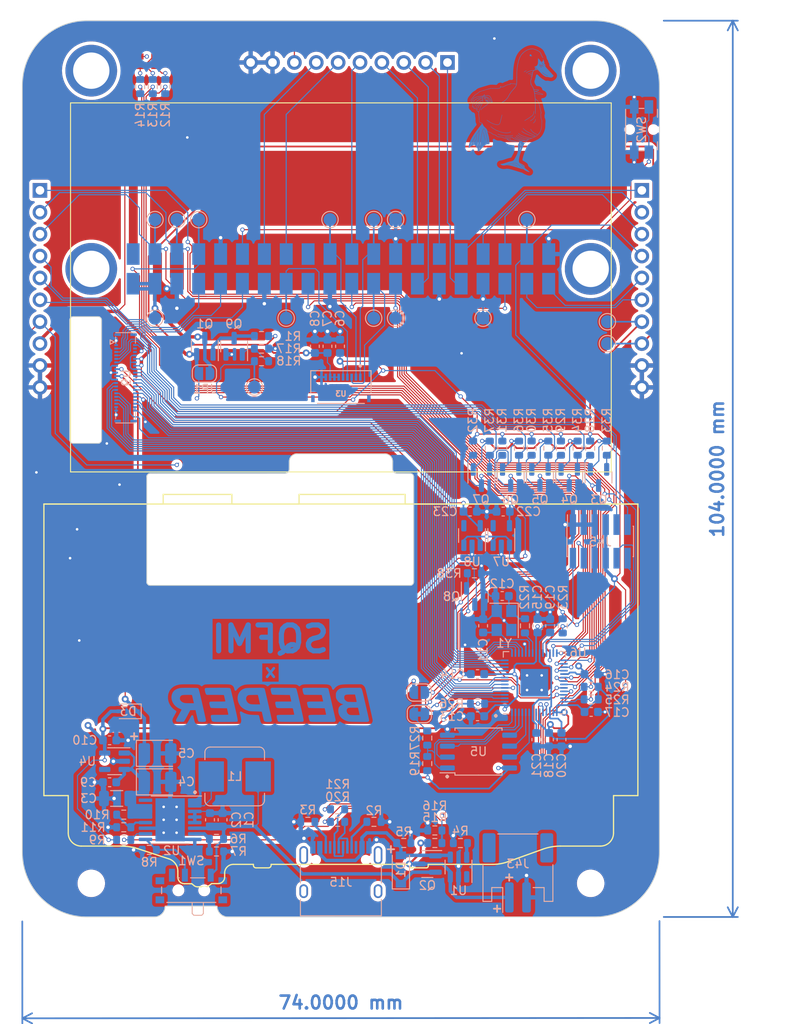
<source format=kicad_pcb>
(kicad_pcb (version 20240108) (generator "pcbnew") (generator_version "8.0")
  (layers (0 "F.Cu" signal) (31 "B.Cu" signal) (34 "B.Paste" user) (35 "F.Paste" user) (36 "B.SilkS" user "B.Silkscreen") (37 "F.SilkS" user "F.Silkscreen") (38 "B.Mask" user) (39 "F.Mask" user) (44 "Edge.Cuts" user))
  (net 0 "")
  (net 1 "GND")
  (net 2 "+3V3")
  (net 3 "/Pi_SDA")
  (net 4 "/Pi_SCL")
  (net 5 "/Pi_GPIO0")
  (net 6 "/Pi_GPIO1")
  (net 7 "/Pi_GPIO20")
  (net 8 "/Pi_GPIO19")
  (net 9 "/Pi_GPIO21")
  (net 10 "+5V")
  (net 11 "/Pi_GPIO14")
  (net 12 "/Pi_GPIO15")
  (net 13 "/Pi_INT")
  (net 14 "/keyboard/ROW1")
  (net 15 "/keyboard/ROW2")
  (net 16 "/keyboard/ROW3")
  (net 17 "/keyboard/ROW4")
  (net 18 "/keyboard/ROW5")
  (net 19 "/keyboard/ROW6")
  (net 20 "/keyboard/ROW7")
  (net 21 "/keyboard/COL1")
  (net 22 "/keyboard/COL2")
  (net 23 "/keyboard/COL7")
  (net 24 "/keyboard/COL6")
  (net 25 "/keyboard/COL5")
  (net 26 "/keyboard/COL4")
  (net 27 "/keyboard/COL3")
  (net 28 "Net-(C11-Pad1)")
  (net 29 "Net-(J15-PadA5)")
  (net 30 "Net-(C19-Pad1)")
  (net 31 "SWCLK")
  (net 32 "SWDIO")
  (net 33 "~{RESET}")
  (net 34 "/keyboard/TP_RESET")
  (net 35 "/keyboard/LED_R")
  (net 36 "/keyboard/TP_SDA")
  (net 37 "/keyboard/LED_G")
  (net 38 "/keyboard/LED_B")
  (net 39 "/keyboard/TP_MOTION")
  (net 40 "/keyboard/TP_SCL")
  (net 41 "/keyboard/TP_SHUTDOWN")
  (net 42 "/keyboard/KB_BL")
  (net 43 "/keyboard/BATT_ADC")
  (net 44 "/keyboard/MIC")
  (net 45 "/keyboard/D-")
  (net 46 "/keyboard/D+")
  (net 47 "/keyboard/QSPI_SD3")
  (net 48 "/keyboard/QSPI_SCLK")
  (net 49 "/keyboard/QSPI_SD0")
  (net 50 "/keyboard/QSPI_SD2")
  (net 51 "/keyboard/QSPI_SD1")
  (net 52 "/keyboard/~{QSPI_CS}")
  (net 53 "/DISP_SCLK")
  (net 54 "/DISP_SI")
  (net 55 "/DISP_CS")
  (net 56 "/DISP_EXTIN")
  (net 57 "Net-(D2-Pad1)")
  (net 58 "Net-(D2-Pad2)")
  (net 59 "Net-(D2-Pad4)")
  (net 60 "/keyboard/Keyboard/TP_SHUTDOWN_1V8")
  (net 61 "/keyboard/Keyboard/TP_SCL_1V8")
  (net 62 "/keyboard/Keyboard/TP_MOTION_1V8")
  (net 63 "/keyboard/Keyboard/TP_SDA_1V8")
  (net 64 "/keyboard/Keyboard/TP_RESET_1V8")
  (net 65 "+2V8")
  (net 66 "+1V8")
  (net 67 "/Pi_GPIO09")
  (net 68 "Net-(JP3-Pad2)")
  (net 71 "VBUS")
  (net 72 "USB_D-")
  (net 73 "USB_D+")
  (net 74 "Net-(C12-Pad1)")
  (net 75 "BOOTSEL")
  (net 77 "Net-(J15-PadB5)")
  (net 78 "/Pi_PWR")
  (net 79 "Net-(C1-Pad1)")
  (net 80 "Net-(Q8-Pad3)")
  (net 81 "Net-(R4-Pad2)")
  (net 82 "/LBO")
  (net 83 "Net-(R6-Pad2)")
  (net 84 "+BATT")
  (net 90 "Net-(L1-Pad2)")
  (net 92 "Net-(J22-Pad1)")
  (net 93 "Net-(J18-Pad1)")
  (net 94 "Net-(J22-Pad17)")
  (net 95 "/Pi_GPIO18")
  (net 96 "Net-(Q1-Pad1)")
  (net 97 "/Button")
  (net 98 "Net-(R8-Pad2)")
  (net 99 "Net-(Q9-Pad1)")
  (net 100 "/PI_HEADER_SWDIO")
  (net 101 "/PI_HEADER_SWCLK")
  (net 102 "/Pi_GPIO6")
  (net 103 "/Pi_GPIO12")
  (net 104 "/Pi_GPIO13")
  (net 105 "/Pi_GPIO26")
  (net 106 "/Pi_GPIO5")
  (net 107 "/Pi_GPIO22")
  (net 108 "/Pi_GPIO27")
  (net 109 "Net-(R10-Pad2)")
  (net 110 "Net-(R22-Pad1)")
  (net 111 "/Pi_GPIO16")
  (footprint "beepy:LS027B7DH01" (layer "F.Cu") (at 91.09 69.5775)
    (property "Reference" "REF**" (hide yes))
    (property "Value" "LS027B7DH01")
  )
  (footprint "MountingHole:MountingHole_2.7mm_M2.5" (layer "F.Cu") (at 62.1 140.5)
    (property "Reference" "H1" (hide yes))
    (property "Value" "MountingHole")
  )
  (footprint "beepy:FM-B2020RGBA-HG" (layer "F.Cu") (at 68.62 45.11)
    (property "Reference" "D2" (hide yes))
    (property "Value" "Notification LED")
  )
  (footprint "beepy:SQFMI-DUCK-LOGO-BMASK" (layer "F.Cu") (at 112.19 50.51)
    (property "Reference" "REF**" (hide yes))
    (property "Value" "SQFMI-DUCK-LOGO")
  )
  (footprint "MountingHole:MountingHole_2.7mm_M2.5" (layer "F.Cu") (at 120.1 140.5)
    (property "Reference" "H2" (hide yes))
    (property "Value" "MountingHole")
  )
  (footprint "Resistor_SMD:R_0603_1608Metric" (layer "B.Cu") (at 81.87 76.9925 180)
    (property "Reference" "R1")
    (property "Value" "10K")
  )
  (footprint "beepy:FDX0019B1" (layer "B.Cu") (at 107.598416 70.92 90)
    (property "Reference" "J27" (hide yes))
    (property "Value" "FDX0019B1")
  )
  (footprint "beepy:FDX0019B1" (layer "B.Cu") (at 99.986838 67.48 -90)
    (property "Reference" "J29" (hide yes))
    (property "Value" "FDX0019B1")
  )
  (footprint "beepy:FDX0019B1" (layer "B.Cu") (at 102.517364 70.92 90)
    (property "Reference" "J25" (hide yes))
    (property "Value" "FDX0019B1")
  )
  (footprint "Package_SO:SSOP-8_5.25x5.24mm_P1.27mm" (layer "B.Cu") (at 107.07 125.21)
    (property "Reference" "U5")
    (property "Value" "GD25Q16xS")
  )
  (footprint "TestPoint:TestPoint_Pad_D1.5mm" (layer "B.Cu") (at 89.824734 63.48 180)
    (property "Reference" "TP5" (hide yes))
    (property "Value" "TestPoint")
  )
  (footprint "beepy:FDX0019B1" (layer "B.Cu") (at 74.571578 70.92 90)
    (property "Reference" "J1" (hide yes))
    (property "Value" "FDX0019B1")
  )
  (footprint "Resistor_SMD:R_0603_1608Metric" (layer "B.Cu") (at 112.47 110.615 90)
    (property "Reference" "R22")
    (property "Value" "1K")
  )
  (footprint "Package_SO:HTSSOP-16-1EP_4.4x5mm_P0.65mm_EP3.4x5mm_Mask2.46x2.31mm_ThermalVias" (layer "B.Cu") (at 71.2575 133.125 180)
    (property "Reference" "U2")
    (property "Value" "TPS61090")
  )
  (footprint "Package_TO_SOT_SMD:SOT-23" (layer "B.Cu") (at 106.64 107.21 -90)
    (property "Reference" "Q8")
    (property "Value" "BSS138")
  )
  (footprint "TestPoint:TestPoint_Pad_D1.5mm" (layer "B.Cu") (at 94.905786 63.48 180)
    (property "Reference" "TP8" (hide yes))
    (property "Value" "TestPoint")
  )
  (footprint "Package_TO_SOT_SMD:SOT-23-5" (layer "B.Cu") (at 109.72 100.14 90)
    (property "Reference" "U7")
    (property "Value" "ME6212C18M5G")
  )
  (footprint "Button_Switch_SMD:Panasonic_EVQPUL_EVQPUC" (layer "B.Cu") (at 126.01 53.03 90)
    (property "Reference" "SW2")
    (property "Value" "Button")
  )
  (footprint "Resistor_SMD:R_0603_1608Metric" (layer "B.Cu") (at 109.84 90.005 90)
    (property "Reference" "R31")
    (property "Value" "10K")
  )
  (footprint "Package_TO_SOT_SMD:SOT-23" (layer "B.Cu") (at 117.61 93.4 -90)
    (property "Reference" "Q4")
    (property "Value" "BSS138")
  )
  (footprint "TestPoint:TestPoint_Pad_D1.5mm" (layer "B.Cu") (at 74.581578 63.48 180)
    (property "Reference" "TP7" (hide yes))
    (property "Value" "TestPoint")
  )
  (footprint "beepy:FDX0019B1" (layer "B.Cu") (at 89.824734 67.48 -90)
    (property "Reference" "J39" (hide yes))
    (property "Value" "FDX0019B1")
  )
  (footprint "Package_TO_SOT_SMD:SOT-23-5" (layer "B.Cu") (at 106.32 100.14 90)
    (property "Reference" "U8")
    (property "Value" "ME6212C28M5G")
  )
  (footprint "beepy:FDX0019B1" (layer "B.Cu") (at 112.679468 70.92 90)
    (property "Reference" "J7" (hide yes))
    (property "Value" "FDX0019B1")
  )
  (footprint "beepy:FDX0019B1" (layer "B.Cu") (at 110.148942 67.48 -90)
    (property "Reference" "J6" (hide yes))
    (property "Value" "FDX0019B1")
  )
  (footprint "Capacitor_SMD:C_0603_1608Metric" (layer "B.Cu") (at 113.79 123.82 -90)
    (property "Reference" "C21")
    (property "Value" "1uF")
  )
  (footprint "TestPoint:TestPoint_Pad_D1.5mm" (layer "B.Cu") (at 94.895786 74.92 180)
    (property "Reference" "TP6" (hide yes))
    (property "Value" "TestPoint")
  )
  (footprint "Capacitor_SMD:C_1206_3216Metric" (layer "B.Cu") (at 65.05 130.65 180)
    (property "Reference" "C3")
    (property "Value" "22uF")
  )
  (footprint "Capacitor_SMD:C_0603_1608Metric" (layer "B.Cu") (at 120.16 120.61)
    (property "Reference" "C17")
    (property "Value" "0.1uF")
  )
  (footprint "Package_TO_SOT_SMD:SOT-23" (layer "B.Cu") (at 110.81 93.405 -90)
    (property "Reference" "Q6")
    (property "Value" "BSS138")
  )
  (footprint "beepy:FDX0019B1" (layer "B.Cu") (at 69.500526 67.48 -90)
    (property "Reference" "J31" (hide yes))
    (property "Value" "FDX0019B1")
  )
  (footprint "Capacitor_SMD:C_0603_1608Metric" (layer "B.Cu") (at 109.94 97.36 180)
    (property "Reference" "C22")
    (property "Value" "0.1uF")
  )
  (footprint "Resistor_SMD:R_0603_1608Metric" (layer "B.Cu") (at 76.64 135.34 180)
    (property "Reference" "R6")
    (property "Value" "2M")
  )
  (footprint "Inductor_SMD:L_Bourns_SRP7028A_7.3x6.6mm" (layer "B.Cu") (at 78.7575 128.095 180)
    (property "Reference" "L1")
    (property "Value" "6.8uH/4A")
  )
  (footprint "Resistor_SMD:R_0603_1608Metric" (layer "B.Cu") (at 65.875 133.99 180)
    (property "Reference" "R11")
    (property "Value" "220K")
  )
  (footprint "TestPoint:TestPoint_Pad_D1.5mm" (layer "B.Cu") (at 69.500526 63.48 180)
    (property "Reference" "TP11" (hide yes))
    (property "Value" "TestPoint")
  )
  (footprint "Resistor_SMD:R_0603_1608Metric" (layer "B.Cu") (at 90.71 133.36)
    (property "Reference" "R20")
    (property "Value" "27R")
  )
  (footprint "TestPoint:TestPoint_Pad_D1.5mm" (layer "B.Cu") (at 122.04 75.33 180)
    (property "Reference" "TP13" (hide yes))
    (property "Value" "TestPoint")
  )
  (footprint "Capacitor_SMD:C_0603_1608Metric" (layer "B.Cu") (at 75.8875 133.125 90)
    (property "Reference" "C2")
    (property "Value" "100nF")
  )
  (footprint "Resistor_SMD:R_0603_1608Metric" (layer "B.Cu") (at 111.78 90.005 90)
    (property "Reference" "R36")
    (property "Value" "10K")
  )
  (footprint "beepy:FDX0019B1" (layer "B.Cu") (at 89.814734 70.92 90)
    (property "Reference" "J21" (hide yes))
    (property "Value" "FDX0019B1")
  )
  (footprint "Capacitor_SMD:C_0603_1608Metric" (layer "B.Cu") (at 106.96 116.22 180)
    (property "Reference" "C14")
    (property "Value" "0.1uF")
  )
  (footprint "TestPoint:TestPoint_Pad_D1.5mm" (layer "B.Cu") (at 107.598416 74.92 180)
    (property "Reference" "TP16" (hide yes))
    (property "Value" "TestPoint")
  )
  (footprint "beepy:FDX0019B1" (layer "B.Cu") (at 92.36526 67.48 -90)
    (property "Reference" "J38" (hide yes))
    (property "Value" "FDX0019B1")
  )
  (footprint "beepy:FDX0019B1" (layer "B.Cu") (at 99.976838 70.92 90)
    (property "Reference" "J30" (hide yes))
    (property "Value" "FDX0019B1")
  )
  (footprint "Jumper:SolderJumper-2_P1.3mm_Open_RoundedPad1.0x1.5mm" (layer "B.Cu") (at 75.24 81.35)
    (property "Reference" "JP1")
    (property "Value" "PI PWR")
  )
  (footprint "Resistor_SMD:R_0603_1608Metric" (layer "B.Cu") (at 120.04 90 90)
    (property "Reference" "R28")
    (property "Value" "10K")
  )
  (footprint "Capacitor_SMD:C_0603_1608Metric" (layer "B.Cu") (at 64.23 123.9 180)
    (property "Reference" "C10")
    (property "Value" "10uF")
  )
  (footprint "Resistor_SMD:R_0603_1608Metric" (layer "B.Cu") (at 76.64 136.8)
    (property "Reference" "R7")
    (property "Value" "360K")
  )
  (footprint "Resistor_SMD:R_0603_1608Metric" (layer "B.Cu") (at 113.24 90 90)
    (property "Reference" "R30")
    (property "Value" "10K")
  )
  (footprint "TestPoint:TestPoint_Pad_D1.5mm" (layer "B.Cu") (at 72.041052 63.48 180)
    (property "Reference" "TP12" (hide yes))
    (property "Value" "TestPoint")
  )
  (footprint "beepy:QFN-56-1EP_7x7mm_P0.4mm_EP5.6x5.6mm" (layer "B.Cu") (at 113.56 117.22)
    (property "Reference" "U6")
    (property "Value" "RP2040")
  )
  (footprint "Resistor_SMD:R_0603_1608Metric" (layer "B.Cu") (at 101.12 123.64 -90)
    (property "Reference" "R27")
    (property "Value" "1K")
  )
  (footprint "Capacitor_SMD:C_0603_1608Metric" (layer "B.Cu") (at 77.3475 133.125 90)
    (property "Reference" "C1")
    (property "Value" "10uF")
  )
  (footprint "Resistor_SMD:R_0603_1608Metric" (layer "B.Cu") (at 106.44 90.005 90)
    (property "Reference" "R32")
    (property "Value" "10K")
  )
  (footprint "beepy:FDX0019B1" (layer "B.Cu") (at 87.274208 70.92 90)
    (property "Reference" "J11" (hide yes))
    (property "Value" "FDX0019B1")
  )
  (footprint "Capacitor_SMD:C_0603_1608Metric" (layer "B.Cu") (at 89.53 78.18 90)
    (property "Reference" "C7")
    (property "Value" "1uF")
  )
  (footprint "Resistor_SMD:R_0603_1608Metric" (layer "B.Cu") (at 98.388911 135.816)
    (property "Reference" "R5")
    (property "Value" "100K")
  )
  (footprint "Capacitor_SMD:C_0603_1608Metric" (layer "B.Cu") (at 113.93 110.615 90)
    (property "Reference" "C15")
    (property "Value" "0.1uF")
  )
  (footprint "beepy:FDX0019B1" (layer "B.Cu") (at 110.138942 70.92 90)
    (property "Reference" "J3" (hide yes))
    (property "Value" "FDX0019B1")
  )
  (footprint "TestPoint:TestPoint_Pad_D1.5mm" (layer "B.Cu") (at 81.045 82.9125 180)
    (property "Reference" "TP10" (hide yes))
    (property "Value" "TestPoint")
  )
  (footprint "Resistor_SMD:R_0603_1608Metric" (layer "B.Cu") (at 120.16 119.15 180)
    (property "Reference" "R25")
    (property "Value" "4.7K")
  )
  (footprint "TestPoint:TestPoint_Pad_D1.5mm" (layer "B.Cu") (at 69.490526 74.92 180)
    (property "Reference" "TP4" (hide yes))
    (property "Value" "TestPoint")
  )
  (footprint "Capacitor_SMD:C_0603_1608Metric" (layer "B.Cu") (at 109.825 107.16 180)
    (property "Reference" "C12")
    (property "Value" "12pF")
  )
  (footprint "beepy:HRS_FH34SRJ-10S-0.5SH(50)" (layer "B.Cu") (at 91.09 82.9125 180)
    (property "Reference" "U3")
    (property "Value" "LS027B7DH01")
  )
  (footprint "Resistor_SMD:R_0603_1608Metric" (layer "B.Cu") (at 70.7 48.045 90)
    (property "Reference" "R12")
    (property "Value" "220")
  )
  (footprint "Resistor_SMD:R_0603_1608Metric" (layer "B.Cu") (at 104.968911 135.826)
    (property "Reference" "R4")
    (property "Value" "10K")
  )
  (footprint "Package_TO_SOT_SMD:SOT-23-5" (layer "B.Cu") (at 104.748911 138.606 90)
    (property "Reference" "U1")
    (property "Value" "TP4054")
  )
  (footprint "Connector_PinHeader_2.54mm:PinHeader_1x10_P2.54mm_Vertical" (layer "B.Cu") (at 126.04 60.09 180)
    (property "Reference" "J44" (hide yes))
    (property "Value" "Header 1")
  )
  (footprint "beepy:FDX0019B1" (layer "B.Cu") (at 77.122104 67.48 -90)
    (property "Reference" "J17" (hide yes))
    (property "Value" "FDX0019B1")
  )
  (footprint "beepy:FDX0019B1" (layer "B.Cu") (at 72.031052 70.92 90)
    (property "Reference" "J16" (hide yes))
    (property "Value" "FDX0019B1")
  )
  (footprint "Resistor_SMD:R_0603_1608Metric" (layer "B.Cu") (at 81.87 79.9125)
    (property "Reference" "R18")
    (property "Value" "330")
  )
  (footprint "Diode_SMD:D_SOD-323" (layer "B.Cu") (at 66.4 120.54 180)
    (property "Reference" "D3")
    (property "Value" "D_Schottky_Small")
  )
  (footprint "MountingHole:MountingHole_2.5mm_Pad" (layer "B.Cu") (at 62.1 46.2 180)
    (property "Reference" "M1" (hide yes))
    (property "Value" "MountingHole_2.5mm_Pad")
  )
  (footprint "Capacitor_SMD:C_0603_1608Metric" (layer "B.Cu") (at 115.39 110.62 90)
    (property "Reference" "C19")
    (property "Value" "0.1uF")
  )
  (footprint "Package_TO_SOT_SMD:SOT-23-5" (layer "B.Cu") (at 64.7975 126.33 180)
    (property "Reference" "U4")
    (property "Value" "AP2112K-3.3")
  )
  (footprint "beepy:FDX0019B1" (layer "B.Cu") (at 84.743682 67.48 -90)
    (property "Reference" "J9" (hide yes))
    (property "Value" "FDX0019B1")
  )
  (footprint "Resistor_SMD:R_0603_1608Metric" (layer "B.Cu") (at 116.85 110.625 -90)
    (property "Reference" "R23")
    (property "Value" "10K")
  )
  (footprint "beepy:SQFMI-DUCK-LOGO-BCU" (layer "B.Cu") (at 112.19 50.51)
    (property "Reference" "REFe" (hide yes))
    (property "Value" "SQFMI-DUCK-LOGO")
  )
  (footprint "Capacitor_SMD:C_0603_1608Metric" (layer "B.Cu") (at 90.99 78.18 90)
    (property "Reference" "C6")
    (property "Value" "100nF")
  )
  (footprint "TestPoint:TestPoint_Pad_D1.5mm" (layer "B.Cu") (at 112.689468 63.48 180)
    (property "Reference" "TP17" (hide yes))
    (property "Value" "TestPoint")
  )
  (footprint "Resistor_SMD:R_0603_1608Metric" (layer "B.Cu") (at 101.12 126.6 -90)
    (property "Reference" "R19")
    (property "Value" "10K")
  )
  (footprint "Resistor_SMD:R_0603_1608Metric" (layer "B.Cu") (at 90.71 131.9)
    (property "Reference" "R21")
    (property "Value" "27R")
  )
  (footprint "Capacitor_Tantalum_SMD:CP_EIA-3528-15_AVX-H" (layer "B.Cu") (at 69.8 125.4125)
    (property "Reference" "C5")
    (property "Value" "100uF")
  )
  (footprint "Capacitor_SMD:C_0603_1608Metric" (layer "B.Cu") (at 64.23 128.77 180)
    (property "Reference" "C9")
    (property "Value" "10uF")
  )
  (footprint "Resistor_SMD:R_0603_1608Metric" (layer "B.Cu") (at 121.98 90 90)
    (property "Reference" "R33")
    (property "Value" "10K")
  )
  (footprint "beepy:FDX0019B1" (layer "B.Cu") (at 82.193156 70.92 90)
    (property "Reference" "J19" (hide yes))
    (property "Value" "FDX0019B1")
  )
  (footprint "beepy:FDX0019B1" (layer "B.Cu") (at 82.203156 67.48 -90)
    (property "Reference" "J14" (hide yes))
    (property "Value" "FDX0019B1")
  )
  (footprint "beepy:FDX0019B1" (layer "B.Cu") (at 66.95 70.92 90)
    (property "Reference" "J18" (hide yes))
    (property "Value" "FDX0019B1")
  )
  (footprint "Resistor_SMD:R_0603_1608Metric" (layer "B.Cu") (at 116.64 90 90)
    (property "Reference" "R29")
    (property "Value" "10K")
  )
  (footprint "Package_TO_SOT_SMD:SOT-23" (layer "B.Cu") (at 121.01 93.4 -90)
    (property "Reference" "Q3")
    (property "Value" "BSS138")
  )
  (footprint "Package_TO_SOT_SMD:SOT-23" (layer "B.Cu") (at 114.21 93.4 -90)
    (property "Reference" "Q5")
    (property "Value" "BSS138")
  )
  (footprint "beepy:FDX0019B1" (layer "B.Cu") (at 115.23 67.48 -90)
    (property "Reference" "J28" (hide yes))
    (property "Value" "FDX0019B1")
  )
  (footprint "Connector_JST:JST_PH_S2B-PH-SM4-TB_1x02-1MP_P2.00mm_Horizontal" (layer "B.Cu") (at 111.65 139.28)
    (property "Reference" "J43")
    (property "Value" "Battery")
  )
  (footprint "Resistor_SMD:R_0603_1608Metric" (layer "B.Cu") (at 94.93 133.36 180)
    (property "Reference" "R2")
    (property "Value" "5.1K")
  )
  (footprint "beepy:FDX0019B1" (layer "B.Cu") (at 77.112104 70.92 90)
    (property "Reference" "J2" (hide yes))
    (property "Value" "FDX0019B1")
  )
  (footprint "beepy:BM20B(0.8)-40DS-0.4V" (layer "B.Cu") (at 66.08875 81.84 -90)
    (property "Reference" "U9")
    (property "Value" "BBQ20KBD")
  )
  (footprint "beepy:FDX0019B1" (layer "B.Cu") (at 105.05789 70.92 90)
    (property "Reference" "J41" (hide yes))
    (property "Value" "FDX0019B1")
  )
  (footprint "beepy:FDX0019B1" (layer "B.Cu") (at 97.446312 67.48 -90)
    (property "Reference" "J23" (hide yes))
    (property "Value" "FDX0019B1")
  )
  (footprint "beepy:FDX0019B1" (layer "B.Cu") (at 69.490526 70.92 90)
    (property "Reference" "J20" (hide yes))
    (property "Value" "FDX0019B1")
  )
  (footprint "MountingHole:MountingHole_2.5mm_Pad" (layer "B.Cu") (at 120.1 69.2 180)
    (property "Reference" "M3" (hide yes))
    (property "Value" "MountingHole_2.5mm_Pad")
  )
  (footprint "beepy:FDX0019B1" (layer "B.Cu") (at 92.35526 70.92 90)
    (property "Reference" "J12" (hide yes))
    (property "Value" "FDX0019B1")
  )
  (footprint "MountingHole:MountingHole_2.5mm_Pad" (layer "B.Cu") (at 120.1 46.2 180)
    (property "Reference" "M4" (hide yes))
    (property "Value" "MountingHole_2.5mm_Pad")
  )
  (footprint "Jumper:SolderJumper-2_P1.3mm_Bridged_RoundedPad1.0x1.5mm" (layer "B.Cu") (at 100.2 120.86 180)
    (property "Reference" "JP2" (hide yes))
    (property "Value" "BOOTSEL_JUMPER")
  )
  (footprint "Connector_USB:USB_C_Receptacle_HRO_TYPE-C-31-M-12" (layer "B.Cu") (at 91.09 140.36 180)
    (property "Reference" "J15")
    (property "Value" "USB_C_Receptacle_USB2.0")
  )
  (footprint "beepy:FDX0019B1" (layer "B.Cu") (at 94.895786 70.92 90)
    (property "Reference" "J37" (hide yes))
    (property "Value" "FDX0019B1")
  )
  (footprint "Package_TO_SOT_SMD:SOT-23" (layer "B.Cu") (at 78.69 78.1775 90)
    (property "Reference" "Q9")
    (property "Value" "S8050")
  )
  (footprint "Resistor_SMD:R_0603_1608Metric" (layer "B.Cu") (at 81.87 78.4525 180)
    (property "Reference" "R17")
    (property "Value" "10K")
  )
  (footprint "Capacitor_SMD:C_0603_1608Metric" (layer "B.Cu") (at 115.25 123.82 -90)
    (property "Reference" "C18")
    (property "Value" "1uF")
  )
  (footprint "beepy:FDX0019B1" (layer "B.Cu") (at 79.65263 70.92 90)
    (property "Reference" "J5" (hide yes))
    (property "Value" "FDX0019B1")
  )
  (footprint "Package_TO_SOT_SMD:SOT-23" (layer "B.Cu") (at 75.29 78.1775 90)
    (property "Reference" "Q1")
    (property "Value" "SI2301")
  )
  (footprint "beepy:FDX0019B1" (layer "B.Cu") (at 79.66263 67.48 -90)
    (property "Reference" "J4" (hide yes))
    (property "Value" "FDX0019B1")
  )
  (footprint "Resistor_SMD:R_0603_1608Metric" (layer "B.Cu") (at 68.84 136.61)
    (property "Reference" "R8")
    (property "Value" "100K")
  )
  (footprint "beepy:beepy_logo_2" (layer "B.Cu") (at 82.915347 119.76 180)
    (property "Reference" "G***" (hide yes))
    (property "Value" "LOGO" (hide yes))
  )
  (footprint "beepy:FDX0019B1" (layer "B.Cu") (at 102.527364 67.48 -90)
    (property "Reference" "J34" (hide yes))
    (property "Value" "FDX0019B1")
  )
  (footprint "Resistor_SMD:R_0603_1608Metric" (layer "B.Cu") (at 102 135.82)
    (property "Reference" "R15")
    (property "Value" "100K")
  )
  (footprint "Resistor_SMD:R_0603_1608Metric" (layer "B.Cu") (at 120.16 117.69)
    (property "Reference" "R24")
    (property "Value" "4.7K")
  )
  (footprint "Package_TO_SOT_SMD:SOT-23" (layer "B.Cu") (at 101.128911 138.256 180)
    (property "Reference" "Q2")
    (property "Value" "SI2301")
  )
  (footprint "Capacitor_SMD:C_0603_1608Metric" (layer "B.Cu") (at 107.61 110.615 90)
    (property "Reference" "C11")
    (property "Value" "12pF")
  )
  (footprint "Diode_SMD:D_SOD-123" (layer "B.Cu") (at 98.058911 138.896 90)
    (property "Reference" "D1")
    (property "Value" "B5819W")
  )
  (footprint "beepy:FDX0019B1" (layer "B.Cu") (at 84.733682 70.92 90)
    (property "Reference" "J10" (hide yes))
    (property "Value" "FDX0019B1")
  )
  (footprint "Capacitor_Tantalum_SMD:CP_EIA-3528-15_AVX-H" (layer "B.Cu") (at 69.8025 128.7225)
    (property "Reference" "C4")
    (property "Value" "100uF")
  )
  (footprint "TestPoint:TestPoint_Pad_D1.5mm" (layer "B.Cu") (at 97.436312 74.92 180)
    (property "Reference" "TP9" (hide yes))
    (property "Value" "TestPoint")
  )
  (footprint "beepy:FDX0019B1" (layer "B.Cu") (at 72.041052 67.48 -90)
    (property "Reference" "J32" (hide yes))
    (property "Value" "FDX0019B1")
  )
  (footprint "Jumper:SolderJumper-2_P1.3mm_Open_RoundedPad1.0x1.5mm" (layer "B.Cu") (at 100.2 118.36)
    (property "Reference" "JP3" (hide yes))
    (property "Value" "SJ_MIC_VDD")
  )
  (footprint "Capacitor_SMD:C_0603_1608Metric" (layer "B.Cu") (at 88.07 78.18 90)
    (property "Reference" "C8")
    (property "Value" "100nF")
  )
  (footprint "Resistor_SMD:R_0603_1608Metric" (layer "B.Cu") (at 65.87 135.45 180)
    (property "Reference" "R9")
    (property "Value" "1M")
  )
  (footprint "beepy:FDX0019B1" (layer "B.Cu") (at 94.905786 67.48 -90)
    (property "Reference" "J40" (hide yes))
    (property "Value" "FDX0019B1")
  )
  (footprint "TestPoint:TestPoint_Pad_D1.5mm" (layer "B.Cu") (at 84.733682 74.92 180)
    (property "Reference" "TP1" (hide yes))
    (property "Value" "TestPoint")
  )
  (footprint "Resistor_SMD:R_0603_1608Metric" (layer "B.Cu") (at 106.96 119.65)
    (property "Reference" "R26")
    (property "Value" "10K")
  )
  (footprint "beepy:FDX0019B1" (layer "B.Cu") (at 105.06789 67.48 -90)
    (property "Reference" "J35" (hide yes))
    (property "Value" "FDX0019B1")
  )
  (footprint "Connector_PinHeader_2.54mm:PinHeader_1x10_P2.54mm_Vertical" (layer "B.Cu") (at 56.14 60.09 180)
    (property "Reference" "J47" (hide yes))
    (property "Value" "Header 3")
  )
  (footprint "MountingHole:MountingHole_2.5mm_Pad" (layer "B.Cu") (at 62.1 69.2 180)
    (property "Reference" "M2" (hide yes))
    (property "Value" "MountingHole_2.5mm_Pad")
  )
  (footprint "Resistor_SMD:R_0603_1608Metric" (layer "B.Cu") (at 108.38 90.005 90)
    (property "Reference" "R37")
    (property "Value" "10K")
  )
  (footprint "Resistor_SMD:R_0603_1608Metric" (layer "B.Cu") (at 69.24 48.045 90)
    (property "Reference" "R13")
    (property "Value" "100")
  )
  (footprint "Resistor_SMD:R_0603_1608Metric" (layer "B.Cu") (at 106.595 104.52)
    (property "Reference" "R38")
    (property "Value" "10K")
  )
  (footprint "TestPoint:TestPoint_Pad_D1.5mm" (layer "B.Cu") (at 122.04 77.87 180)
    (property "Reference" "TP14" (hide yes))
    (property "Value" "TestPoint")
  )
  (footprint "beepy:FDX0019B1" (layer "B.Cu") (at 87.284208 67.48 -90)
    (property "Reference" "J26" (hide yes))
    (property "Value" "FDX0019B1")
  )
  (footprint "Resistor_SMD:R_0603_1608Metric" (layer "B.Cu") (at 118.58 90 90)
    (property "Reference" "R34")
    (property "Value" "10K")
  )
  (footprint "beepy:FDX0019B1" (layer "B.Cu") (at 107.608416 67.48 -90)
    (property "Reference" "J42" (hide yes))
    (property "Value" "FDX0019B1")
  )
  (footprint "Capacitor_SMD:C_0603_1608Metric" (layer "B.Cu") (at 120.16 116.23)
    (property "Reference" "C16")
    (property "Value" "0.1uF")
  )
  (footprint "Resistor_SMD:R_0603_1608Metric" (layer "B.Cu") (at 67.78 48.045 90)
    (property "Reference" "R14")
    (property "Value" "100")
  )
  (footprint "beepy:FDX0019B1" (layer "B.Cu") (at 115.22 70.92 90)
    (property "Reference" "J8" (hide yes))
    (property "Value" "FDX0019B1")
  )
  (footprint "Connector_PinHeader_2.54mm:PinHeader_1x10_P2.54mm_Vertical" (layer "B.Cu") (at 103.47 45.25 90)
    (property "Reference" "J46" (hide yes))
    (property "Value" "Header 2")
  )
  (footprint "Resistor_SMD:R_0603_1608Metric" (layer "B.Cu") (at 115.18 90 90)
    (property "Reference" "R35")
    (property "Value" "10K")
  )
  (footprint "Capacitor_SMD:C_0603_1608Metric" (layer "B.Cu") (at 106.96 121.11 180)
    (property "Reference" "C13")
    (property "Value" "0.1uF")
  )
  (footprint "TestPoint:TestPoint_Pad_D1.5mm" (layer "B.Cu") (at 97.446312 63.48 180)
    (property "Reference" "TP15" (hide yes))
    (property "Value" "TestPoint")
  )
  (footprint "Button_Switch_SMD:SW_SPDT_PCM12" (layer "B.Cu") (at 73.72 140.98 180)
    (property "Reference" "SW1")
    (property "Value" "ON/OFF")
  )
  (footprint "beepy:FDX0019B1" (layer "B.Cu") (at 74.581578 67.48 -90)
    (property "Reference" "J33" (hide yes))
    (property "Value" "FDX0019B1")
  )
  (footprint "Resistor_SMD:R_0603_1608Metric" (layer "B.Cu") (at 102 134.36 180)
    (property "Reference" "R16")
    (property "Value" "100K")
  )
  (footprint "Resistor_SMD:R_0603_1608Metric" (layer "B.Cu") (at 87.25 133.36)
    (property "Reference" "R3")
    (property "Value" "5.1K")
  )
  (footprint "Resistor_SMD:R_0603_1608Metric" (layer "B.Cu") (at 65.875 132.53 180)
    (property "Reference" "R10")
    (property "Value" "2M")
  )
  (footprint "beepy:FDX0019B1" (layer "B.Cu") (at 97.436312 70.92 90)
    (property "Reference" "J36" (hide yes))
    (property "Value" "FDX0019B1")
  )
  (footprint "Connector_PinHeader_1.27mm:PinHeader_2x06_P1.27mm_Vertical_SMD" (layer "B.Cu") (at 121.21 100.82 -90)
    (property "Reference" "J45")
    (property "Value" "PRG_HEADER")
  )
  (footprint "beepy:FDX0019B1" (layer "B.Cu") (at 112.689468 67.48 -90)
    (property "Reference" "J13" (hide yes))
    (property "Value" "FDX0019B1")
  )
  (footprint "Capacitor_SMD:C_0603_1608Metric" (layer "B.Cu") (at 116.71 123.82 -90)
    (property "Reference" "C20")
    (property "Value" "0.1uF")
  )
  (footprint "beepy:FDX0019B1" (layer "B.Cu") (at 66.96 67.48 -90)
    (property "Reference" "J24" (hide yes))
    (property "Value" "FDX0019B1")
  )
  (footprint "Package_TO_SOT_SMD:SOT-23" (layer "B.Cu") (at 107.41 93.405 -90)
    (property "Reference" "Q7")
    (property "Value" "BSS138")
  )
  (footprint "Capacitor_SMD:C_0603_1608Metric" (layer "B.Cu") (at 106.1 97.36)
    (property "Reference" "C23")
    (property "Value" "0.1uF")
  )
  (footprint "Crystal:Crystal_SMD_3225-4Pin_3.2x2.5mm" (layer "B.Cu") (at 110.04 109.995 -90)
    (property "Reference" "Y1")
    (property "Value" "XYDBPCNANF-12MHZ")
  )
  (gr_line (start 56.598501 96.482001) (end 125.5815 96.482001) (stroke (width 0.15)) (layer "F.SilkS"))
  (gr_line (start 107.034717 138.296) (end 108.75345 138.296) (stroke (width 0.15)) (layer "F.SilkS"))
  (gr_line (start 98.553678 96.482001) (end 98.553678 95.371001) (stroke (width 0.15)) (layer "F.SilkS"))
  (gr_line (start 99.293536 138.7) (end 100.202984 138.7) (stroke (width 0.15)) (layer "F.SilkS"))
  (gr_line (start 67.504167 136.476132) (end 71.111883 137.65798) (stroke (width 0.15)) (layer "F.SilkS"))
  (gr_arc (start 75.747719 140.777843) (mid 75.576284 140.867228) (end 75.385422 140.898068) (stroke (width 0.15)) (layer "F.SilkS"))
  (gr_line (start 80.929179 138.296) (end 80.929179 138.397) (stroke (width 0.15)) (layer "F.SilkS"))
  (gr_line (start 86.231679 95.371001) (end 86.231679 96.482001) (stroke (width 0.15)) (layer "F.SilkS"))
  (gr_line (start 98.553678 95.371001) (end 86.231679 95.371001) (stroke (width 0.15)) (layer "F.SilkS"))
  (gr_arc (start 74.426038 140.898068) (mid 74.22262 140.862906) (end 74.042807 140.761503) (stroke (width 0.15)) (layer "F.SilkS"))
  (gr_line (start 99.091536 138.296) (end 99.091536 138.498) (stroke (width 0.15)) (layer "F.SilkS"))
  (gr_line (start 116.596318 136.175) (end 121.2385 136.175) (stroke (width 0.15)) (layer "F.SilkS"))
  (gr_arc (start 77.590113 139.306) (mid 77.885934 138.591814) (end 78.600113 138.296) (stroke (width 0.15)) (layer "F.SilkS"))
  (gr_line (start 78.430946 95.371001) (end 70.451946 95.371001) (stroke (width 0.15)) (layer "F.SilkS"))
  (gr_arc (start 122.7535 134.66) (mid 122.309765 135.731254) (end 121.2385 136.175) (stroke (width 0.15)) (layer "F.SilkS"))
  (gr_arc (start 81.232179 138.7) (mid 81.017898 138.611269) (end 80.929179 138.397) (stroke (width 0.15)) (layer "F.SilkS"))
  (gr_line (start 70.451946 95.371001) (end 70.451946 96.482001) (stroke (width 0.15)) (layer "F.SilkS"))
  (gr_line (start 56.598501 96.482001) (end 56.598501 130.317) (stroke (width 0.15)) (layer "F.SilkS"))
  (gr_line (start 78.600113 138.296) (end 80.929179 138.296) (stroke (width 0.15)) (layer "F.SilkS"))
  (gr_line (start 77.590113 139.771643) (end 77.590113 139.306) (stroke (width 0.15)) (layer "F.SilkS"))
  (gr_arc (start 110.459418 137.999122) (mid 109.619254 138.221229) (end 108.75345 138.296) (stroke (width 0.15)) (layer "F.SilkS"))
  (gr_line (start 101.230178 138.498) (end 101.230178 138.296) (stroke (width 0.15)) (layer "F.SilkS"))
  (gr_line (start 73.771305 140.539858) (end 74.042807 140.761503) (stroke (width 0.15)) (layer "F.SilkS"))
  (gr_line (start 101.230178 138.296) (end 107.034717 138.296) (stroke (width 0.15)) (layer "F.SilkS"))
  (gr_line (start 110.459419 137.999123) (end 114.549157 136.531254) (stroke (width 0.15)) (layer "F.SilkS"))
  (gr_line (start 82.985633 138.397) (end 82.985633 138.296) (stroke (width 0.15)) (layer "F.SilkS"))
  (gr_line (start 72.155247 139.097697) (end 72.155247 139.782358) (stroke (width 0.15)) (layer "F.SilkS"))
  (gr_arc (start 65.617626 136.175) (mid 66.572838 136.250755) (end 67.504167 136.476132) (stroke (width 0.15)) (layer "F.SilkS"))
  (gr_arc (start 77.590113 139.771643) (mid 77.36823 140.30724) (end 76.832613 140.529143) (stroke (width 0.15)) (layer "F.SilkS"))
  (gr_line (start 56.598501 130.317) (end 59.426501 130.317) (stroke (width 0.15)) (layer "F.SilkS"))
  (gr_line (start 125.5815 96.482001) (end 98.553678 96.482001) (stroke (width 0.15)) (layer "F.SilkS"))
  (gr_arc (start 101.230178 138.498) (mid 101.171016 138.64085) (end 101.028178 138.7) (stroke (width 0.15)) (layer "F.SilkS"))
  (gr_line (start 122.7535 130.317) (end 125.5815 130.317) (stroke (width 0.15)) (layer "F.SilkS"))
  (gr_arc (start 71.111882 137.65798) (mid 71.866977 138.208683) (end 72.155247 139.097697) (stroke (width 0.15)) (layer "F.SilkS"))
  (gr_line (start 122.7535 134.66) (end 122.7535 130.317) (stroke (width 0.15)) (layer "F.SilkS"))
  (gr_arc (start 114.549156 136.531253) (mid 115.557353 136.264724) (end 116.596318 136.175) (stroke (width 0.15)) (layer "F.SilkS"))
  (gr_line (start 59.426501 130.317) (end 59.426501 134.66) (stroke (width 0.15)) (layer "F.SilkS"))
  (gr_line (start 60.941501 136.175) (end 65.617626 136.175) (stroke (width 0.15)) (layer "F.SilkS"))
  (gr_line (start 76.08118 140.529143) (end 76.832613 140.529143) (stroke (width 0.15)) (layer "F.SilkS"))
  (gr_arc (start 60.941501 136.175) (mid 59.870257 135.731254) (end 59.426501 134.66) (stroke (width 0.15)) (layer "F.SilkS"))
  (gr_line (start 74.426039 140.898068) (end 75.385422 140.898068) (stroke (width 0.15)) (layer "F.SilkS"))
  (gr_line (start 86.231679 96.482001) (end 78.430946 96.482001) (stroke (width 0.15)) (layer "F.SilkS"))
  (gr_arc (start 72.912747 140.539858) (mid 72.377121 140.317993) (end 72.155247 139.782358) (stroke (width 0.15)) (layer "F.SilkS"))
  (gr_line (start 78.430946 96.482001) (end 78.430946 95.371001) (stroke (width 0.15)) (layer "F.SilkS"))
  (gr_line (start 81.232179 138.7) (end 82.682633 138.7) (stroke (width 0.15)) (layer "F.SilkS"))
  (gr_line (start 100.202984 138.7) (end 101.028178 138.7) (stroke (width 0.15)) (layer "F.SilkS"))
  (gr_line (start 70.451946 96.482001) (end 56.598501 96.482001) (stroke (width 0.15)) (layer "F.SilkS"))
  (gr_line (start 82.985633 138.296) (end 99.091536 138.296) (stroke (width 0.15)) (layer "F.SilkS"))
  (gr_arc (start 82.985633 138.397) (mid 82.896886 138.611252) (end 82.682633 138.7) (stroke (width 0.15)) (layer "F.SilkS"))
  (gr_arc (start 99.293536 138.7) (mid 99.1507 138.640836) (end 99.091536 138.498) (stroke (width 0.15)) (layer "F.SilkS"))
  (gr_line (start 125.5815 130.317) (end 125.5815 96.482001) (stroke (width 0.15)) (layer "F.SilkS"))
  (gr_line (start 75.747718 140.777842) (end 76.08118 140.529143) (stroke (width 0.15)) (layer "F.SilkS"))
  (gr_line (start 72.912747 140.539858) (end 73.771305 140.539858) (stroke (width 0.15)) (layer "F.SilkS"))
  (gr_arc (start 68.545686 93.329999) (mid 68.662844 93.047157) (end 68.945687 92.93) (stroke (width 0.1)) (layer "Edge.Cuts"))
  (gr_arc (start 99.540002 105.524315) (mid 99.422844 105.807157) (end 99.140001 105.924314) (stroke (width 0.1)) (layer "Edge.Cuts"))
  (gr_arc (start 62.89 74.74) (mid 63.172842 74.857158) (end 63.29 75.14) (stroke (width 0.1)) (layer "Edge.Cuts"))
  (gr_arc (start 59.99 89.44) (mid 59.707158 89.322843) (end 59.59 89.04) (stroke (width 0.1)) (layer "Edge.Cuts"))
  (gr_line (start 99.540002 105.524315) (end 99.540001 93.33) (stroke (width 0.1)) (layer "Edge.Cuts"))
  (gr_arc (start 97.593553 92.926447) (mid 97.24 92.78) (end 97.093553 92.426447) (stroke (width 0.1)) (layer "Edge.Cuts"))
  (gr_arc (start 99.140002 92.929999) (mid 99.422844 93.047157) (end 99.540001 93.33) (stroke (width 0.1)) (layer "Edge.Cuts"))
  (gr_line (start 97.093553 92.426447) (end 97.097105 91.539888) (stroke (width 0.1)) (layer "Edge.Cuts"))
  (gr_arc (start 85.100112 91.547105) (mid 85.356347 90.921338) (end 85.98 90.66) (stroke (width 0.1)) (layer "Edge.Cuts"))
  (gr_arc (start 70.676117 143.146117) (mid 70.31 144.03) (end 69.426117 144.396117) (stroke (width 0.1)) (layer "Edge.Cuts"))
  (gr_line (start 54.09 136.9) (end 54.09 47.9) (stroke (width 0.1)) (layer "Edge.Cuts"))
  (gr_line (start 69.426117 144.396117) (end 61.59 144.4) (stroke (width 0.1)) (layer "Edge.Cuts"))
  (gr_line (start 120.59 40.4) (end 61.59 40.4) (stroke (width 0.1)) (layer "Edge.Cuts"))
  (gr_arc (start 63.290001 89.040001) (mid 63.172843 89.322843) (end 62.89 89.44) (stroke (width 0.1)) (layer "Edge.Cuts"))
  (gr_arc (start 85.096447 92.426447) (mid 84.95 92.78) (end 84.596447 92.926447) (stroke (width 0.1)) (layer "Edge.Cuts"))
  (gr_line (start 96.21 90.66) (end 85.98 90.66) (stroke (width 0.1)) (layer "Edge.Cuts"))
  (gr_line (start 68.545686 93.329999) (end 68.545687 105.524314) (stroke (width 0.1)) (layer "Edge.Cuts"))
  (gr_arc (start 96.21 90.66) (mid 96.835767 90.916235) (end 97.097105 91.539888) (stroke (width 0.1)) (layer "Edge.Cuts"))
  (gr_line (start 120.59 144.4) (end 77.963883 144.396117) (stroke (width 0.1)) (layer "Edge.Cuts"))
  (gr_line (start 62.89 74.74) (end 60 74.74) (stroke (width 0.1)) (layer "Edge.Cuts"))
  (gr_line (start 63.29 75.14) (end 63.29 89.04) (stroke (width 0.1)) (layer "Edge.Cuts"))
  (gr_line (start 76.713883 143.146117) (end 70.676117 143.146117) (stroke (width 0.1)) (layer "Edge.Cuts"))
  (gr_line (start 62.89 89.44) (end 59.99 89.44) (stroke (width 0.1)) (layer "Edge.Cuts"))
  (gr_line (start 99.140002 92.929999) (end 97.593553 92.926447) (stroke (width 0.1)) (layer "Edge.Cuts"))
  (gr_arc (start 68.945686 105.924315) (mid 68.662844 105.807157) (end 68.545687 105.524314) (stroke (width 0.1)) (layer "Edge.Cuts"))
  (gr_arc (start 128.09 136.9) (mid 125.893301 142.203301) (end 120.59 144.4) (stroke (width 0.1)) (layer "Edge.Cuts"))
  (gr_arc (start 120.59 40.4) (mid 125.893301 42.596699) (end 128.09 47.9) (stroke (width 0.1)) (layer "Edge.Cuts"))
  (gr_line (start 68.945686 105.924315) (end 99.140001 105.924314) (stroke (width 0.1)) (layer "Edge.Cuts"))
  (gr_arc (start 59.59 75.14) (mid 59.712157 74.855087) (end 60 74.74) (stroke (width 0.1)) (layer "Edge.Cuts"))
  (gr_arc (start 54.09 47.9) (mid 56.286699 42.596699) (end 61.59 40.4) (stroke (width 0.1)) (layer "Edge.Cuts"))
  (gr_line (start 128.09 47.9) (end 128.09 136.9) (stroke (width 0.1)) (layer "Edge.Cuts"))
  (gr_arc (start 61.59 144.4) (mid 56.286699 142.203301) (end 54.09 136.9) (stroke (width 0.1)) (layer "Edge.Cuts"))
  (gr_arc (start 77.963883 144.396117) (mid 77.08 144.03) (end 76.713883 143.146117) (stroke (width 0.1)) (layer "Edge.Cuts"))
  (gr_line (start 85.100112 91.547105) (end 85.096447 92.426447) (stroke (width 0.1)) (layer "Edge.Cuts"))
  (gr_line (start 59.59 75.14) (end 59.59 89.04) (stroke (width 0.1)) (layer "Edge.Cuts"))
  (gr_line (start 84.596447 92.926447) (end 68.945687 92.93) (stroke (width 0.1)) (layer "Edge.Cuts"))
  (gr_text "x" (at 82.91 115.86 0) (layer "B.Cu") (effects (font (size 1.5 1.5) (thickness 0.3)) (justify mirror)))
  (gr_text "SQFMI" (at 82.893674 112.159721 0) (layer "B.Cu") (effects (font (size 3 3) (thickness 0.6)) (justify mirror)))
  (gr_text "." (at 103.44 127.5 0) (layer "B.SilkS") (effects (font (size 1.5 1.5) (thickness 0.3))))
  (gr_text "+" (at 110.64 139.74 0) (layer "B.SilkS") (effects (font (size 1 1) (thickness 0.2))))
  (gr_text "+" (at 96.9 136.47 0) (layer "B.SilkS") (effects (font (size 1 1) (thickness 0.2))))
  (gr_text "." (at 109.08 120.45 0) (layer "B.SilkS") (effects (font (size 1.5 1.5) (thickness 0.3))))
  (gr_text "." (at 74.15 129.33 0) (layer "B.SilkS") (effects (font (size 1.5 1.5) (thickness 0.3))))
  (gr_text "+" (at 109.23 143.37 0) (layer "B.SilkS") (effects (font (size 1 1) (thickness 0.2))))
  (gr_text "+" (at 67.08 123.37 0) (layer "B.SilkS") (effects (font (size 1 1) (thickness 0.2))))
  (gr_text "M2" (at 120.08 46.27 0) (layer "F.SilkS") (effects (font (size 1 1))))
  (gr_text "M4" (at 120.08 69.19 0) (layer "F.SilkS") (effects (font (size 1 1))))
  (gr_text "M3" (at 61.92 69.28 0) (layer "F.SilkS") (effects (font (size 1 1))))
  (gr_text "M1" (at 62.1 46.26 0) (layer "F.SilkS") (effects (font (size 1 1))))
  (dimension (type aligned) (layer "B.Cu") (pts (xy 128.09 40.4) (xy 128.09 144.4)) (height -8.51) (gr_text "104.0000 mm" (at 134.8 92.4 90) (layer "B.Cu") (effects (font (size 1.5 1.5) (thickness 0.3)))) (format (prefix "") (suffix "") (units 3) (units_format 1) (precision 4)) (style (thickness 0.2) (arrow_length 1.27) (text_position_mode 0) (extension_height 0.58642) (extension_offset 0.5) keep_text_aligned))
  (dimension (type aligned) (layer "B.Cu") (pts (xy 54.09 144.42) (xy 128.09 144.38)) (height 11.73996) (gr_text "74.0000 mm" (at 91.095373 154.339958 0.03097068861) (layer "B.Cu") (effects (font (size 1.5 1.5) (thickness 0.3)))) (format (prefix "") (suffix "") (units 3) (units_format 1) (precision 4)) (style (thickness 0.2) (arrow_length 1.27) (text_position_mode 0) (extension_height 0.58642) (extension_offset 0.5) keep_text_aligned))
  (segment (start 106.03 116.22) (end 106.5022 115.7478) (width 0.2) (layer "F.Cu") (net 1))
  (segment (start 105.33 116.22) (end 106.03 116.22) (width 0.2) (layer "F.Cu") (net 1))
  (via (at 115.39 109.01) (size 0.5) (drill 0.3) (layers "F.Cu" "B.Cu") (net 1))
  (via (at 73.2536 53.9496) (size 0.5) (drill 0.3) (layers "F.Cu" "B.Cu") (net 1))
  (via (at 78.47 136.8) (size 0.8) (drill 0.4) (layers "F.Cu" "B.Cu") (net 1))
  (via (at 112.71 118.07) (size 0.5) (drill 0.3) (layers "F.Cu" "B.Cu") (net 1))
  (via (at 121.76 120.61) (size 0.5) (drill 0.3) (layers "F.Cu" "B.Cu") (net 1))
  (via (at 66.38 123.9) (size 0.8) (drill 0.4) (layers "F.Cu" "B.Cu") (net 1))
  (via (at 72.04 73.77) (size 0.8) (drill 0.4) (layers "F.Cu" "B.Cu") (net 1))
  (via (at 82.2 73.24) (size 0.8) (drill 0.4) (layers "F.Cu" "B.Cu") (net 1))
  (via (at 60.452 99.4156) (size 0.5) (drill 0.3) (layers "F.Cu" "B.Cu") (net 1))
  (via (at 64.67 126.34) (size 0.8) (drill 0.4) (layers "F.Cu" "B.Cu") (net 1))
  (via (at 68.39 86.95) (size 0.5) (drill 0.3) (layers "F.Cu" "B.Cu") (net 1))
  (via (at 105.33 116.22) (size 0.5) (drill 0.3) (layers "F.Cu" "B.Cu") (net 1))
  (via (at 110.04 110) (size 0.5) (drill 0.3) (layers "F.Cu" "B.Cu") (net 1))
  (via (at 125.16 49.25) (size 0.5) (drill 0.3) (layers "F.Cu" "B.Cu") (net 1))
  (via (at 55.7276 92.8116) (size 0.5) (drill 0.3) (layers "F.Cu" "B.Cu") (net 1))
  (via (at 105.1052 78.994) (size 0.5) (drill 0.3) (layers "F.Cu" "B.Cu") (net 1))
  (via (at 68.14 84.38) (size 0.5) (drill 0.3) (layers "F.Cu" "B.Cu") (net 1))
  (via (at 78.42 79.12) (size 0.5) (drill 0.3) (layers "F.Cu" "B.Cu") (net 1))
  (via (at 96.76 133.36) (size 0.8) (drill 0.4) (layers "F.Cu" "B.Cu") (net 1))
  (via (at 64.99 77.52) (size 0.5) (drill 0.3) (layers "F.Cu" "B.Cu") (net 1))
  (via (at 99.22 134.54) (size 0.8) (drill 0.4) (layers "F.Cu" "B.Cu") (net 1))
  (via (at 114.41 118.07) (size 0.5) (drill 0.3) (layers "F.Cu" "B.Cu") (net 1))
  (via (at 105.33 121.11) (size 0.8) (drill 0.4) (layers "F.Cu" "B.Cu") (net 1))
  (via (at 104.14 134.95) (size 0.8) (drill 0.4) (layers "F.Cu" "B.Cu") (net 1))
  (via (at 95.22 135.44) (size 0.8) (drill 0.4) (layers "F.Cu" "B.Cu") (net 1))
  (via (at 62.47 128.77) (size 0.8) (drill 0.4) (layers "F.Cu" "B.Cu") (net 1))
  (via (at 101.18 133.48) (size 0.8) (drill 0.4) (layers "F.Cu" "B.Cu") (net 1))
  (via (at 107.42 103.65) (size 0.5) (drill 0.3) (layers "F.Cu" "B.Cu") (net 1))
  (via (at 112.43 112.73) (size 0.5) (drill 0.3) (layers "F.Cu" "B.Cu") (net 1))
  (via (at 102.52 72.7) (size 0.8) (drill 0.4) (layers "F.Cu" "B.Cu") (net 1))
  (via (at 89.81 73.57) (size 0.8) (drill 0.4) (layers "F.Cu" "B.Cu") (net 1))
  (via (at 115.23 65.69) (size 0.8) (drill 0.4) (layers "F.Cu" "B.Cu") (net 1))
  (via (at 63.9064 89.4588) (size 0.5) (drill 0.3) (layers "F.Cu" "B.Cu") (net 1))
  (via (at 90.988201 76.451799) (size 0.8) (drill 0.4) (layers "F.Cu" "B.Cu") (net 1))
  (via (at 60.706 112.3188) (size 0.5) (drill 0.3) (layers "F.Cu" "B.Cu") (net 1))
  (via (at 88.09 81.76) (size 0.8) (drill 0.4) (layers "F.Cu" "B.Cu") (net 1))
  (via (at 117.72 124.6) (size 0.8) (drill 0.4) (layers "F.Cu" "B.Cu") (net 1))
  (via (at 114.41 116.37) (size 0.5) (drill 0.3) (layers "F.Cu" "B.Cu") (net 1))
  (via (at 86.8 135.28) (size 0.8) (drill 0.4) (layers "F.Cu" "B.Cu") (net 1))
  (via (at 97.45 65.7) (size 0.8) (drill 0.4) (layers "F.Cu" "B.Cu") (net 1))
  (via (at 64.75 130.65) (size 0.8) (drill 0.4) (layers "F.Cu" "B.Cu") (net 1))
  (via (at 89.53 76.451799) (size 0.8) (drill 0.4) (layers "F.Cu" "B.Cu") (net 1))
  (via (at 64.99 86.13) (size 0.5) (drill 0.3) (layers "F.Cu" "B.Cu") (net 1))
  (via (at 109.72 102.32) (size 0.5) (drill 0.3) (layers "F.Cu" "B.Cu") (net 1))
  (via (at 64.38 81.24) (size 0.5) (drill 0.3) (layers "F.Cu" "B.Cu") (net 1))
  (via (at 103.46 122.6) (size 0.8) (drill 0.4) (layers "F.Cu" "B.Cu") (net 1))
  (via (at 121.76 116.23) (size 0.5) (drill 0.3) (layers "F.Cu" "B.Cu") (net 1))
  (via (at 64.05 133.99) (size 0.8) (drill 0.4) (layers "F.Cu" "B.Cu") (net 1))
  (via (at 104.75 138.5) (size 0.8) (drill 0.4) (layers "F.Cu" "B.Cu") (net 1))
  (via (at 107.6 72.7) (size 0.8) (drill 0.4) (layers "F.Cu" "B.Cu") (net 1))
  (via (at 108.9152 42.4688) (size 0.5) (drill 0.3) (layers "F.Cu" "B.Cu") (net 1))
  (via (at 125.16 56.83) (size 0.5) (drill 0.3) (layers "F.Cu" "B.Cu") (net 1))
  (via (at 67.01 136.61) (size 0.8) (drill 0.4) (layers "F.Cu" "B.Cu") (net 1))
  (via (at 85.62 133.36) (size 0.8) (drill 0.4) (layers "F.Cu" "B.Cu") (net 1))
  (via (at 65.3796 94.234) (size 0.5) (drill 0.3) (layers "F.Cu" "B.Cu") (net 1))
  (via (at 112.65 139.58) (size 0.8) (drill 0.4) (layers "F.Cu" "B.Cu") (net 1))
  (via (at 105.5116 112.8268) (size 0.5) (drill 0.3) (layers "F.Cu" "B.Cu") (net 1))
  (via (at 59.6392 102.7684) (size 0.5) (drill 0.3) (layers "F.Cu" "B.Cu") (net 1))
  (via (at 117.13 98.87) (size 0.8) (drill 0.4) (layers "F.Cu" "B.Cu") (net 1))
  (via (at 77.12 65.58) (size 0.8) (drill 0.4) (layers "F.Cu" "B.Cu") (net 1))
  (via (at 83.48 78.45) (size 0.5) (drill 0.3) (layers "F.Cu" "B.Cu") (net 1))
  (via (at 67.92 78.74) (size 0.5) (drill 0.3) (layers "F.Cu" "B.Cu") (net 1))
  (via (at 112.71 116.37) (size 0.5) (drill 0.3) (layers "F.Cu" "B.Cu") (net 1))
  (via (at 113.93 109.01) (size 0.5) (drill 0.3) (layers "F.Cu" "B.Cu") (net 1))
  (via (at 88.07 76.451799) (size 0.8) (drill 0.4) (layers "F.Cu" "B.Cu") (net 1))
  (via (at 108.03875 97.36125) (size 0.8) (drill 0.4) (layers "F.Cu" "B.Cu") (net 1))
  (via (at 106.32 102.32) (size 0.5) (drill 0.3) (layers "F.Cu" "B.Cu") (net 1))
  (via (at 70.876502 71.5) (size 0.8) (drill 0.4) (layers "F.Cu" "B.Cu") (net 1))
  (segment (start 64.98875 86.12875) (end 64.99 86.13) (width 0.127) (layer "B.Cu") (net 1))
  (segment (start 68.395 134.1) (end 70.2825 134.1) (width 0.4) (layer "B.Cu") (net 1))
  (segment (start 107.598416 70.92) (end 107.598416 74.92) (width 0.2) (layer "B.Cu") (net 1))
  (segment (start 90.99 76.453598) (end 90.988201 76.451799) (width 0.127) (layer "B.Cu") (net 1))
  (segment (start 82.193156 70.92) (end 82.193156 73.233156) (width 0.4) (layer "B.Cu") (net 1))
  (segment (start 120.935 116.23) (end 121.76 116.23) (width 0.2) (layer "B.Cu") (net 1))
  (segment (start 89.814734 70.92) (end 89.814734 73.565266) (width 0.4) (layer "B.Cu") (net 1))
  (segment (start 67.458199 85.64) (end 68.39 86.571801) (width 0.127) (layer "B.Cu") (net 1))
  (segment (start 118.035 98.87) (end 120.575 98.87) (width 0.4) (layer "B.Cu") (net 1))
  (segment (start 67.915245 78.745236) (end 67.915245 78.744755) (width 0.127) (layer "B.Cu") (net 1))
  (segment (start 108.4775 107.16) (end 107.59 106.2725) (width 0.2) (layer "B.Cu") (net 1))
  (segment (start 110.89 111.095) (end 110.89 110.85) (width 0.2) (layer "B.Cu") (net 1))
  (segment (start 90.99 77.405) (end 90.99 76.453598) (width 0.127) (layer "B.Cu") (net 1))
  (segment (start 86.425 133.36) (end 85.62 133.36) (width 0.25) (layer "B.Cu") (net 1))
  (segment (start 102.517364 72.697364) (end 102.52 72.7) (width 0.4) (layer "B.Cu") (net 1))
  (segment (start 120.935 120.61) (end 121.76 120.61) (width 0.2) (layer "B.Cu") (net 1))
  (segment (start 65.935 126.33) (end 64.68 126.33) (width 0.4) (layer "B.Cu") (net 1))
  (segment (start 116.71 124.595) (end 117.715 124.595) (width 0.4) (layer "B.Cu") (net 1))
  (segment (start 107.42 104.52) (end 107.42 105.8825) (width 0.2) (layer "B.Cu") (net 1))
  (segment (start 67.77445 84.04) (end 68.091581 84.357131) (width 0.127) (layer "B.Cu") (net 1))
  (segment (start 64.98875 78.04) (end 64.98875 77.52125) (width 0.127) (layer "B.Cu") (net 1))
  (segment (start 99.213911 134.546089) (end 99.22 134.54) (width 0.25) (layer "B.Cu") (net 1))
  (segment (start 95.755 133.36) (end 96.76 133.36) (width 0.25) (layer "B.Cu") (net 1))
  (segment (start 109.05 108.755) (end 109.19 108.895) (width 0.2) (layer "B.Cu") (net 1))
  (segment (start 109.05 107.16) (end 109.05 108.755) (width 0.2) (layer "B.Cu") (net 1))
  (segment (start 125.16 50.405) (end 125.16 49.25) (width 0.127) (layer "B.Cu") (net 1))
  (segment (start 72.0075 134.625) (end 72.7825 135.4) (width 0.4) (layer "B.Cu") (net 1))
  (segment (start 109.19 108.895) (end 109.19 109.15) (width 0.2) (layer "B.Cu") (net 1))
  (segment (start 64.38 81.24) (end 64.38 80.58) (width 0.2) (layer "B.Cu") (net 1))
  (segment (start 115.39 109.845) (end 115.39 109.01) (width 0.2) (layer "B.Cu") (net 1))
  (segment (start 87.835 136.315) (end 86.8 135.28) (width 0.4) (layer "B.Cu") (net 1))
  (segment (start 94.34 136.315) (end 94.345 136.315) (width 0.4) (layer "B.Cu") (net 1))
  (segment (start 67.17375 84.04) (end 67.77445 84.04) (width 0.127) (layer "B.Cu") (net 1))
  (segment (start 112.56 113.7825) (end 112.56 112.86) (width 0.2) (layer "B.Cu") (net 1))
  (segment (start 99.213911 135.816) (end 99.213911 134.546089) (width 0.25) (layer "B.Cu") (net 1))
  (segment (start 77.122104 65.582104) (end 77.12 65.58) (width 0.4) (layer "B.Cu") (net 1))
  (segment (start 107.598416 70.92) (end 107.598416 72.698416) (width 0.4) (layer "B.Cu") (net 1))
  (segment (start 83.4775 78.4525) (end 83.48 78.45) (width 0.2) (layer "B.Cu") (net 1))
  (segment (start 70.2825 134.1) (end 71.2575 133.125) (width 0.4) (layer "B.Cu") (net 1))
  (segment (start 64.98875 85.24) (end 64.98875 85.64) (width 0.127) (layer "B.Cu") (net 1))
  (segment (start 67.915245 78.744755) (end 67.92 78.74) (width 0.127) (layer "B.Cu") (net 1))
  (segment (start 117.715 124.595) (end 117.72 124.6) (width 0.4) (layer "B.Cu") (net 1))
  (segment (start 68.015 136.61) (end 67.01 136.61) (width 0.25) (layer "B.Cu") (net 1))
  (segment (start 108.245 109.84) (end 109.19 108.895) (width 0.2) (layer "B.Cu") (net 1))
  (segment (start 77.74 79.115) (end 78.415 79.115) (width 0.2) (layer "B.Cu") (net 1))
  (segment (start 107.61 109.84) (end 108.245 109.84) (width 0.2) (layer "B.Cu") (net 1))
  (segment (start 68.39 86.571801) (end 68.39 86.95) (width 0.127) (layer "B.Cu") (net 1))
  (segment (start 64.52 80.44) (end 64.98875 80.44) (width 0.2) (layer "B.Cu") (net 1))
  (segment (start 89.34 81.7575) (end 88.84 81.7575) (width 0.25) (layer "B.Cu") (net 1))
  (segment (start 104.748911 138.501089) (end 104.75 138.5) (width 0.25) (layer "B.Cu") (net 1))
  (segment (start 77.465 136.8) (end 78.47 136.8) (width 0.25) (layer "B.Cu") (net 1))
  (segment (start 109.165 97.36125) (end 106.875 97.36125) (width 0.2) (layer "B.Cu") (net 1))
  (segment (start 63.575 130.65) (end 64.75 130.65) (width 0.4) (layer "B.Cu") (net 1))
  (segment (start 82.695 78.4525) (end 83.4775 78.4525) (width 0.2) (layer "B.Cu") (net 1))
  (segment (start 101.175 133.485) (end 101.18 133.48) (width 0.25) (layer "B.Cu") (net 1))
  (segment (start 78.415 79.115) (end 78.42 79.12) (width 0.2) (layer "B.Cu") (net 1))
  (segment (start 64.68 126.33) (end 64.67 126.34) (width 0.4) (layer "B.Cu") (net 1))
  (segment (start 106.185 121.11) (end 105.33 121.11) (width 0.2) (layer "B.Cu") (net 1))
  (segment (start 75.6875 132.15) (end 75.8875 132.35) (width 0.127) (layer "B.Cu") (net 1))
  (segment (start 103.4575 122.6025) (end 103.46 122.6) (width 0.2) (layer "B.Cu") (net 1))
  (segment (start 115.23 67.48) (end 115.23 65.69) (width 0.4) (layer "B.Cu") (net 1))
  (segment (start 103.4575 123.305) (end 103.4575 122.6025) (width 0.2) (layer "B.Cu") (net 1))
  (segment (start 106.32 101.2775) (end 106.32 102.32) (width 0.2) (layer "B.Cu") (net 1))
  (segment (start 109.19 109.15) (end 110.04 110) (width 0.2) (layer "B.Cu") (net 1))
  (segment (start 64.38 81.24) (end 64.38 81.94) (width 0.2) (layer "B.Cu") (net 1))
  (segment (start 107.598416 72.698416) (end 107.6 72.7) (width 0.4) (layer "B.Cu") (net 1))
  (segment (start 70.894002 71.5175) (end 70.876502 71.5) (width 0.4) (layer "B.Cu") (net 1))
  (segment (start 72.7825 135.4) (end 74.12 135.4) (width 0.4) (layer "B.Cu") (net 1))
  (segment (start 64.98875 85.64) (end 64.98875 86.12875) (width 0.127) (layer "B.Cu") (net 1))
  (segment (start 63.455 128.77) (end 62.47 128.77) (width 0.4) (layer "B.Cu") (net 1))
  (segment (start 120.575 98.87) (end 120.575 102.77) (width 0.4) (layer "B.Cu") (net 1))
  (segment (start 87.84 136.315) (end 87.835 136.315) (width 0.4) (layer "B.Cu") (net 1))
  (segment (start 77.122104 67.48) (end 77.122104 65.582104) (width 0.4) (layer "B.Cu") (net 1))
  (segment (start 67.51075 78.04) (end 67.915245 78.444495) (width 0.127) (layer "B.Cu") (net 1))
  (segment (start 89.814734 73.565266) (end 89.81 73.57) (width 0.4) (layer "B.Cu") (net 1))
  (segment (start 109.72 101.27875) (end 109.72 102.32) (width 0.2) (layer "B.Cu") (net 1))
  (segment (start 97.446312 65.703688) (end 97.45 65.7) (width 0.4) (layer "B.Cu") (net 1))
  (segment (start 67.17375 85.64) (end 67.458199 85.64) (width 0.127) (layer "B.Cu") (net 1))
  (segment (start 88.84 81.7575) (end 88.0925 81.7575) (width 0.25) (layer "B.Cu") (net 1))
  (segment (start 64.98875 81.24) (end 64.38 81.24) (width 0.2) (layer "B.Cu") (net 1))
  (segment (start 109.05 107.16) (end 108.4775 107.16) (width 0.2) (layer "B.Cu") (net 1))
  (segment (start 104.143911 134.953911) (end 104.14 134.95) (width 0.25) (layer "B.Cu") (net 1))
  (segment (start 82.193156 73.233156) (end 82.2 73.24) (width 0.4) (layer "B.Cu") (net 1))
  (segment (start 88.07 77.405) (end 88.07 76.43) (width 0.2) (layer "B.Cu") (net 1))
  (segment (start 113.93 109.84) (end 113.93 109.01) (width 0.2) (layer "B.Cu") (net 1))
  (segment (start 65.05 133.99) (end 64.05 133.99) (width 0.25) (layer "B.Cu") (net 1))
  (segment (start 64.38 81.94) (end 64.48 82.04) (width 0.2) (layer "B.Cu") (net 1))
  (segment (start 65.005 123.9) (end 66.38 123.9) (width 0.4) (layer "B.Cu") (net 1))
  (segment (start 104.143911 135.826) (end 104.143911 134.953911) (width 0.25) (layer "B.Cu") (net 1))
  (segment (start 97.446312 67.48) (end 97.446312 65.703688) (width 0.4) (layer "B.Cu") (net 1))
  (segment (start 113.79 124.595) (end 116.71 124.595) (width 0.4) (layer "B.Cu") (net 1))
  (segment (start 72.04 71.5175) (end 70.894002 71.5175) (width 0.4) (layer "B.Cu") (net 1))
  (segment (start 67.915245 78.444495) (end 67.915245 78.745236) (width 0.127) (layer "B.Cu") (net 1))
  (segment (start 68.117131 84.357131) (end 68.14 84.38) (width 0.127) (layer "B.Cu") (net 1))
  (segment (start 64.38 80.58) (end 64.52 80.44) (width 0.2) (layer "B.Cu") (net 1))
  (segment (start 107.42 105.8825) (end 107.77 106.2325) (width 0.2) (layer "B.Cu") (net 1))
  (segment (start 94.345 136.315) (end 95.22 135.44) (width 0.4) (layer "B.Cu") (net 1))
  (segment (start 104.748911 139.7435) (end 104.748911 138.501089) (width 0.25) (layer "B.Cu") (net 1))
  (segment (start 67.17375 78.04) (end 67.51075 78.04) (width 0.127) (layer "B.Cu") (net 1))
  (segment (start 89.53 77.405) (end 89.53 76.43) (width 0.127) (layer "B.Cu") (net 1))
  (segment (start 102.517364 70.92) (end 102.517364 72.697364) (width 0.4) (layer "B.Cu") (net 1))
  (segment (start 112.65 142.13) (end 112.65 139.58) (width 0.4) (layer "B.Cu") (net 1))
  (segment (start 74.12 132.15) (end 75.6875 132.15) (width 0.127) (layer "B.Cu") (net 1))
  (segment (start 97.446312 67.48) (end 97.446312 63.48) (width 0.4) (layer "B.Cu") (net 1))
  (segment (start 67.17375 85.24) (end 67.17375 85.64) (width 0.127) (layer "B.Cu") (net 1))
  (segment (start 125.16 55.655) (end 125.16 56.83) (width 0.127) (layer "B.Cu") (net 1))
  (segment (start 68.091581 84.357131) (end 68.117131 84.357131) (width 0.127) (layer "B.Cu") (net 1))
  (segment (start 112.56 112.86) (end 112.43 112.73) (width 0.2) (layer "B.Cu") (net 1))
  (segment (start 118.035 98.87) (end 117.13 98.87) (width 0.4) (layer "B.Cu") (net 1))
  (segment (start 64.48 82.04) (end 64.98875 82.04) (width 0.2) (layer "B.Cu") (net 1))
  (segment (start 107.42 104.52) (end 107.42 103.65) (width 0.2) (layer "B.Cu") (net 1))
  (segment (start 110.89 110.85) (end 110.04 110) (width 0.2) (layer "B.Cu") (net 1))
  (segment (start 101.175 134.36) (end 101.175 133.485) (width 0.25) (layer "B.Cu") (net 1))
  (segment (start 90.99 77.405) (end 88.07 77.405) (width 0.2) (layer "B.Cu") (net 1))
  (segment (start 72.04 71.5175) (end 72.04 73.77) (width 0.4) (layer "B.Cu") (net 1))
  (segment (start 64.98875 77.52125) (end 64.99 77.52) (width 0.127) (layer "B.Cu") (net 1))
  (segment (start 106.185 116.22) (end 105.33 116.22) (width 0.2) (layer "B.Cu") (net 1))
  (segment (start 67.919544 79.640456) (end 67.919544 80.394914) (width 0.4) (layer "F.Cu") (net 2))
  (segment (start 68.87 78.69) (end 68.87 77.80146) (width 0.4) (layer "F.Cu") (net 2))
  (segment (start 120.04 88.37) (end 120.955488 88.37) (width 0.127) (layer "F.Cu") (net 2))
  (segment (start 98.71 128.21) (end 98.5 128) (width 0.2) (layer "F.Cu") (net 2))
  (segment (start 117.5 121.12) (end 117.03 120.65) (width 0.2) (layer "F.Cu") (net 2))
  (segment (start 115.41704 122.06) (end 115.85704 122.5) (width 0.2) (layer "F.Cu") (net 2))
  (segment (start 98.5 128) (end 98.5 123.5) (width 0.2) (layer "F.Cu") (net 2))
  (segment (start 124.1552 106.4552) (end 124.1552 116.0272) (width 0.127) (layer "F.Cu") (net 2))
  (segment (start 113.24 88.37) (end 116.64 88.37) (width 0.127) (layer "F.Cu") (net 2))
  (segment (start 120.04 81.33) (end 120.04 88.37) (width 0.2) (layer "F.Cu") (net 2))
  (segment (start 67.77 44.56) (end 66.94 44.56) (width 0.127) (layer "F.Cu") (net 2))
  (segment (start 56.14 77.48) (end 56.14 77.87) (width 0.4) (layer "F.Cu") (net 2))
  (segment (start 94.92 79.92) (end 96 81) (width 0.127) (layer "F.Cu") (net 2))
  (segment (start 85.69 43.69) (end 84.5 42.5) (width 0.127) (layer "F.Cu") (net 2))
  (segment (start 115.85704 122.5) (end 117 122.5) (width 0.2) (layer "F.Cu") (net 2))
  (segment (start 98.5 123.5) (end 99.5 122.5) (width 0.2) (layer "F.Cu") (net 2))
  (segment (start 72.0344 85.7504) (end 67.919544 81.635544) (width 0.127) (layer "F.Cu") (net 2))
  (segment (start 106.92 85.92) (end 106.92 88.37) (width 0.127) (layer "F.Cu") (net 2))
  (segment (start 67.77 44.56) (end 68.55 44.56) (width 0.127) (layer "F.Cu") (net 2))
  (segment (start 90.99 79.92) (end 94.92 79.92) (width 0.127) (layer "F.Cu") (net 2))
  (segment (start 118.33 110.5) (end 118.5 110.5) (width 0.127) (layer "F.Cu") (net 2))
  (segment (start 66 45.5) (end 66 73.32854) (width 0.127) (layer "F.Cu") (net 2))
  (segment (start 103 121.5) (end 102 122.5) (width 0.2) (layer "F.Cu") (net 2))
  (segment (start 65.19854 74.13) (end 59.49 74.13) (width 0.4) (layer "F.Cu") (net 2))
  (segment (start 105 84) (end 106.92 85.92) (width 0.127) (layer "F.Cu") (net 2))
  (segment (start 67.919544 79.640456) (end 68.87 78.69) (width 0.4) (layer "F.Cu") (net 2))
  (segment (start 84.5 42.5) (end 69 42.5) (width 0.127) (layer "F.Cu") (net 2))
  (segment (start 106.92 88.37) (end 113.24 88.37) (width 0.127) (layer "F.Cu") (net 2))
  (segment (start 69 42.5) (end 67.77 43.73) (width 0.127) (layer "F.Cu") (net 2))
  (segment (start 59.49 74.13) (end 56.14 77.48) (width 0.4) (layer "F.Cu") (net 2))
  (segment (start 90.5764 85.7504) (end 72.0344 85.7504) (width 0.127) (layer "F.Cu") (net 2))
  (segment (start 126.04 75.33) (end 120.04 81.33) (width 0.2) (layer "F.Cu") (net 2))
  (segment (start 67.919544 81.635544) (end 67.919544 80.394914) (width 0.127) (layer "F.Cu") (net 2))
  (segment (start 101.16 128.21) (end 98.71 128.21) (width 0.2) (layer "F.Cu") (net 2))
  (segment (start 98.5 122.5) (end 63.53 122.5) (width 0.2) (layer "F.Cu") (net 2))
  (segment (start 66.94 44.56) (end 66 45.5) (width 0.127) (layer "F.Cu") (net 2))
  (segment (start 116.64 88.37) (end 120.04 88.37) (width 0.127) (layer "F.Cu") (net 2))
  (segment (start 123.5 90.914512) (end 123.5 104.52) (width 0.127) (layer "F.Cu") (net 2))
  (segment (start 123.5 104.52) (end 122.86 105.16) (width 0.127) (layer "F.Cu") (net 2))
  (segment (start 68.87 77.80146) (end 65.19854 74.13) (width 0.4) (layer "F.Cu") (net 2))
  (segment (start 102 122.5) (end 99.5 122.5) (width 0.2) (layer "F.Cu") (net 2))
  (segment (start 122.86 105.16) (end 124.1552 106.4552) (width 0.127) (layer "F.Cu") (net 2))
  (segment (start 85.69 45.25) (end 85.69 43.69) (width 0.127) (layer "F.Cu") (net 2))
  (segment (start 117 122.5) (end 117.5 122) (width 0.2) (layer "F.Cu") (net 2))
  (segment (start 117.5 122) (end 117.5 121.12) (width 0.2) (layer "F.Cu") (net 2))
  (segment (start 67.77 43.73) (end 67.77 44.56) (width 0.127) (layer "F.Cu") (net 2))
  (segment (start 97.5 119.05) (end 99.55 117) (width 0.2) (layer "F.Cu") (net 2))
  (segment (start 124.1552 116.0272) (end 124.1552 117.5512) (width 0.127) (layer "F.Cu") (net 2))
  (segment (start 99.5 122.5) (end 98.5 122.5) (width 0.2) (layer "F.Cu") (net 2))
  (segment (start 91.948 84.3788) (end 90.5764 85.7504) (width 0.127) (layer "F.Cu") (net 2))
  (segment (start 120.955488 88.37) (end 123.5 90.914512) (width 0.127) (layer "F.Cu") (net 2))
  (segment (start 66 73.32854) (end 65.19854 74.13) (width 0.127) (layer "F.Cu") (net 2))
  (segment (start 92.5068 84.3788) (end 91.948 84.3788) (width 0.127) (layer "F.Cu") (net 2))
  (segment (start 116.85 109.02) (end 118.33 110.5) (width 0.127) (layer "F.Cu") (net 2))
  (segment (start 98.5 122.5) (end 97.5 121.5) (width 0.2) (layer "F.Cu") (net 2))
  (segment (start 97.5 121.5) (end 97.5 119.05) (width 0.2) (layer "F.Cu") (net 2))
  (segment (start 63.53 122.5) (end 63.45 122.58) (width 0.2) (layer "F.Cu") (net 2))
  (via (at 118.5 110.5) (size 0.5) (drill 0.3) (layers "F.Cu" "B.Cu") (net 2))
  (via (at 113.24 88.37) (size 0.5) (drill 0.3) (layers "F.Cu" "B.Cu") (net 2))
  (via (at 103 121.5) (size 0.5) (drill 0.3) (layers "F.Cu" "B.Cu") (net 2))
  (via (at 109.38 127.12) (size 0.5) (drill 0.3) (layers "F.Cu" "B.Cu") (net 2))
  (via (at 113.93 110.69) (size 0.5) (drill 0.3) (layers "F.Cu" "B.Cu") (net 2))
  (via (at 63.45 122.58) (size 0.8) (drill 0.4) (layers "F.Cu" "B.Cu") (net 2))
  (via (at 116.64 88.37) (size 0.5) (drill 0.3) (layers "F.Cu" "B.Cu") (net 2))
  (via (at 117.03 120.65) (size 0.8) (drill 0.4) (layers "F.Cu" "B.Cu") (net 2))
  (via (at 108.02 100.26) (size 0.5) (drill 0.3) (layers "F.Cu" "B.Cu") (net 2))
  (via (at 90.99 79.92) (size 0.8) (drill 0.4) (layers "F.Cu" "B.Cu") (net 2))
  (via (at 92.5068 84.3788) (size 0.5) (drill 0.3) (layers "F.Cu" "B.Cu") (net 2))
  (via (at 61.722 122.174) (size 0.8) (drill 0.4) (layers "F.Cu" "B.Cu") (net 2))
  (via (at 67.919544 79.640456) (size 0.5) (drill 0.3) (layers "F.Cu" "B.Cu") (net 2))
  (via (at 116.85 109.02) (size 0.5) (drill 0.3) (layers "F.Cu" "B.Cu") (net 2))
  (via (at 124.1552 117.5512) (size 0.5) (drill 0.3) (layers "F.Cu" "B.Cu") (net 2))
  (via (at 64.12 135.45) (size 0.5) (drill 0.3) (layers "F.Cu" "B.Cu") (net 2))
  (via (at 110.12 120.3) (size 0.5) (drill 0.3) (layers "F.Cu" "B.Cu") (net 2))
  (via (at 105 84) (size 0.5) (drill 0.3) (layers "F.Cu" "B.Cu") (net 2))
  (via (at 111.247232 116.220103) (size 0.5) (drill 0.3) (layers "F.Cu" "B.Cu") (net 2))
  (via (at 122.86 105.16) (size 0.8) (drill 0.4) (layers "F.Cu" "B.Cu") (net 2))
  (via (at 68.55 44.56) (size 0.5) (drill 0.3) (layers "F.Cu" "B.Cu") (net 2))
  (via (at 109.84 88.37) (size 0.5) (drill 0.3) (layers "F.Cu" "B.Cu") (net 2))
  (via (at 118.7 115.28) (size 0.8) (drill 0.4) (layers "F.Cu" "B.Cu") (net 2))
  (via (at 115.41704 122.06) (size 0.8) (drill 0.4) (layers "F.Cu" "B.Cu") (net 2))
  (via (at 63.66 126.21) (size 0.5) (drill 0.3) (layers "F.Cu" "B.Cu") (net 2))
  (via (at 67.919544 80.394914) (size 0.5) (drill 0.3) (layers "F.Cu" "B.Cu") (net 2))
  (via (at 96 81) (size 0.5) (drill 0.3) (layers "F.Cu" "B.Cu") (net 2))
  (via (at 106.92 88.37) (size 0.5) (drill 0.3) (layers "F.Cu" "B.Cu") (net 2))
  (via (at 99.55 117) (size 0.5) (drill 0.3) (layers "F.Cu" "B.Cu") (net 2))
  (via (at 101.16 128.21) (size 0.5) (drill 0.3) (layers "F.Cu" "B.Cu") (net 2))
  (via (at 120.04 88.37) (size 0.5) (drill 0.3) (layers "F.Cu" "B.Cu") (net 2))
  (segment (start 60.5 128) (end 60.5 131.83) (width 0.127) (layer "B.Cu") (net 2))
  (segment (start 110.6825 127.115) (end 108.2975 129.5) (width 0.2) (layer "B.Cu") (net 2))
  (segment (start 63.455 123.9) (end 63.455 122.585) (width 0.4) (layer "B.Cu") (net 2))
  (segment (start 109.84 89.175) (end 109.84 88.37) (width 0.2) (layer "B.Cu") (net 2))
  (segment (start 116.3 119.82) (end 116.16 119.96) (width 0.2) (layer "B.Cu") (net 2))
  (segment (start 63.455 122.585) (end 63.45 122.58) (width 0.4) (layer "B.Cu") (net 2))
  (segment (start 119.484712 123.722) (end 115.927 123.722) (width 0.2) (layer "B.Cu") (net 2))
  (segment (start 106.44 89.18) (end 106.44 88.85) (width 0.2) (layer "B.Cu") (net 2))
  (segment (start 110.24 100.26) (end 109.24 100.26) (width 0.2) (layer "B.Cu") (net 2))
  (segment (start 107.27 100.79) (end 106.74 100.26) (width 0.2) (layer "B.Cu") (net 2))
  (segment (start 120.845 117.69) (end 119.385 116.23) (width 0.2) (layer "B.Cu") (net 2))
  (segment (start 120.985 119.15) (end 120.985 117.69) (width 0.2) (layer "B.Cu") (net 2))
  (segment (start 65.35 120.54) (end 64.39 120.54) (width 0.4) (layer "B.Cu") (net 2))
  (segment (start 63.45 121.48) (end 63.45 122.58) (width 0.4) (layer "B.Cu") (net 2))
  (segment (start 109.385 127.115) (end 109.38 127.12) (width 0.2) (layer "B.Cu") (net 2))
  (segment (start 63.448 123.9) (end 61.722 122.174) (width 0.4) (layer "B.Cu") (net 2))
  (segment (start 101.16 127.425) (end 101.16 128.21) (width 0.2) (layer "B.Cu") (net 2))
  (segment (start 62.29 126.21) (end 60.5 128) (width 0.127) (layer "B.Cu") (net 2))
  (segment (start 67.874458 80.44) (end 67.919544 80.394914) (width 0.127) (layer "B.Cu") (net 2))
  (segment (start 111.58 116.552871) (end 111.58 118.84) (width 0.2) (layer "B.Cu") (net 2))
  (segment (start 63.66 125.38) (end 63.66 124.105) (width 0.4) (layer "B.Cu") (net 2))
  (segment (start 113.24 89.175) (end 113.24 88.37) (width 0.2) (layer "B.Cu") (net 2))
  (segment (start 116.16 120.6575) (end 117.0225 120.6575) (width 0.2) (layer "B.Cu") (net 2))
  (segment (start 106.135 119.65) (end 104.85 119.65) (width 0.2) (layer "B.Cu") (net 2))
  (segment (start 91.34 81.7625) (end 91.34 80.27) (width 0.127) (layer "B.Cu") (net 2))
  (segment (start 119.385 116.23) (end 119.385 115.965) (width 0.2) (layer "B.Cu") (net 2))
  (segment (start 115.25 123.045) (end 115.25 122.22704) (width 0.2) (layer "B.Cu") (net 2))
  (segment (start 116.128 110.522) (end 114.798 110.522) (width 0.2) (layer "B.Cu") (net 2))
  (segment (start 111.5 115) (end 113.5 115) (width 0.2) (layer "B.Cu") (net 2))
  (segment (start 120.985 119.15) (end 120.845 119.15) (width 0.2) (layer "B.Cu") (net 2))
  (segment (start 111.58 118.84) (end 110.12 120.3) (width 0.2) (layer "B.Cu") (net 2))
  (segment (start 105.77 100.26) (end 106.74 100.26) (width 0.2) (layer "B.Cu") (net 2))
  (segment (start 118.595 119.82) (end 119.385 120.61) (width 0.2) (layer "B.Cu") (net 2))
  (segment (start 121.845 102.77) (end 121.845 104.145) (width 0.4) (layer "B.Cu") (net 2))
  (segment (start 114.16 121.955) (end 115.25 123.045) (width 0.2) (layer "B.Cu") (net 2))
  (segment (start 113.5 115) (end 113.76 114.74) (width 0.2) (layer "B.Cu") (net 2))
  (segment (start 126.04 75.33) (end 122.04 75.33) (width 0.2) (layer "B.Cu") (net 2))
  (segment (start 119.385 115.965) (end 118.7 115.28) (width 0.2) (layer "B.Cu") (net 2))
  (segment (start 67.17375 79.64) (end 67.919088 79.64) (width 0.127) (layer "B.Cu") (net 2))
  (segment (start 116.9975 119.82) (end 116.3 119.82) (width 0.2) (layer "B.Cu") (net 2))
  (segment (start 106.74 100.26) (end 109.24 100.26) (width 0.2) (layer "B.Cu") (net 2))
  (segment (start 120.985 117.69) (end 122.26 118.965) (width 0.2) (layer "B.Cu") (net 2))
  (segment (start 60.5 131.83) (end 64.12 135.45) (width 0.127) (layer "B.Cu") (net 2))
  (segment (start 110.1225 116.22) (end 111.247129 116.22) (width 0.2) (layer "B.Cu") (net 2))
  (segment (start 99.55 118.36) (end 99.55 117) (width 0.4) (layer "B.Cu") (net 2))
  (segment (start 63.66 126.21) (end 62.29 126.21) (width 0.127) (layer "B.Cu") (net 2))
  (segment (start 105.37 100.66) (end 105.77 100.26) (width 0.2) (layer "B.Cu") (net 2))
  (segment (start 102 129) (end 101.95 129) (width 0.2) (layer "B.Cu") (net 2))
  (segment (start 113.76 114.74) (end 113.76 113.7825) (width 0.2) (layer "B.Cu") (net 2))
  (segment (start 111.247232 116.220103) (end 111.58 116.552871) (width 0.2) (layer "B.Cu") (net 2))
  (segment (start 110.67 101.27875) (end 110.67 100.69) (width 0.2) (layer "B.Cu") (net 2))
  (segment (start 63.66 124.105) (end 63.455 123.9) (width 0.4) (layer "B.Cu") (net 2))
  (segment (start 115.76 120.6575) (end 116.16 120.6575) (width 0.2) (layer "B.Cu") (net 2))
  (segment (start 106.44 88.85) (end 106.92 88.37) (width 0.2) (layer "B.Cu") (net 2))
  (segment (start 111.247232 116.220103) (end 111.247232 115.252768) (width 0.2) (layer "B.Cu") (net 2))
  (segment (start 110.1225 119.82) (end 110.1225 120.2975) (width 0.2) (layer "B.Cu") (net 2))
  (segment (start 115.927 123.722) (end 115.25 123.045) (width 0.2) (layer "B.Cu") (net 2))
  (segment (start 110.67 101.2775) (end 110.67 102.84) (width 0.127) (layer "B.Cu") (net 2))
  (segment (start 120.845 119.15) (end 119.385 120.61) (width 0.2) (layer "B.Cu") (net 2))
  (segment (start 116.16 119.96) (end 116.16 120.6575) (width 0.2) (layer "B.Cu") (net 2))
  (segment (start 67.17375 80.44) (end 67.874458 80.44) (width 0.127) (layer "B.Cu") (net 2))
  (segment (start 107.27 101.2775) (end 107.27 100.79) (width 0.2) (layer "B.Cu") (net 2))
  (segment (start 113.76 113.7825) (end 113.76 111.39) (width 0.2) (layer "B.Cu") (net 2))
  (segment (start 111.247129 116.22) (end 111.247232 116.220103) (width 0.2) (layer "B.Cu") (net 2))
  (segment (start 114.16 120.6575) (end 114.16 121.955) (width 0.2) (layer "B.Cu") (net 2))
  (segment (start 110.1225 120.2975) (end 110.12 120.3) (width 0.2) (layer "B.Cu") (net 2))
  (segment (start 117.0225 120.6575) (end 117.03 120.65) (width 0.2) (layer "B.Cu") (net 2))
  (segment (start 119.385 116.23) (end 118.5 116.23) (width 0.2) (layer "B.Cu") (net 2))
  (segment (start 92.5068 84.3788) (end 95.796 81.0896) (width 0.127) (layer "B.Cu") (net 2))
  (segment (start 109.025 119.82) (end 107.735 121.11) (width 0.2) (layer "B.Cu") (net 2))
  (segment (start 122.26 120.946712) (end 119.484712 123.722) (width 0.2) (layer "B.Cu") (net 2))
  (segment (start 121.845 98.87) (end 121.845 102.77) (width 0.4) (layer "B.Cu") (net 2))
  (segment (start 107.595 121.11) (end 106.135 119.65) (width 0.2) (layer "B.Cu") (net 2))
  (segment (start 108.77 101.27875) (end 108.77 100.73) (width 0.2) (layer "B.Cu") (net 2))
  (segment (start 114.798 110.522) (end 113.93 111.39) (width 0.2) (layer "B.Cu") (net 2))
  (segment (start 120.04 89.175) (end 120.04 88.37) (width 0.2) (layer "B.Cu") (net 2))
  (segment (start 110.67 102.84) (end 116.85 109.02) (width 0.127) (layer "B.Cu") (net 2))
  (segment (start 116.85 109.8) (end 116.85 109.02) (width 0.2) (layer "B.Cu") (net 2))
  (segment (start 95.9104 81.0896) (end 96 81) (width 0.127) (layer "B.Cu") (net 2))
  (segment (start 113.76 121.555) (end 115.25 123.045) (width 0.2) (layer "B.Cu") (net 2))
  (segment (start 119.125 115.97) (end 119.385 116.23) (width 0.2) (layer "B.Cu") (net 2))
  (segment (start 101.95 129) (end 101.16 128.21) (width 0.2) (layer "B.Cu") (net 2))
  (segment (start 116.64 89.175) (end 116.64 88.37) (width 0.2) (layer "B.Cu") (net 2))
  (segment (start 110.67 100.69) (end 110.24 100.26) (width 0.2) (layer "B.Cu") (net 2))
  (segment (start 95.796 81.0896) (end 95.9104 81.0896) (width 0.127) (layer "B.Cu") (net 2))
  (segment (start 91.34 80.27) (end 90.99 79.92) (width 0.127) (layer "B.Cu") (net 2))
  (segment (start 122.7414 118.965) (end 122.26 118.965) (width 0.127) (layer "B.Cu") (net 2))
  (segment (start 90.99 79.92) (end 90.99 78.955) (width 0.127) (layer "B.Cu") (net 2))
  (segment (start 110.6825 127.115) (end 109.385 127.115) (width 0.2) (layer "B.Cu") (net 2))
  (segment (start 116.9975 116.22) (end 117.5 116.22) (width 0.2) (layer "B.Cu") (net 2))
  (segment (start 122.26 118.965) (end 122.26 120.946712) (width 0.2) (layer "B.Cu") (net 2))
  (segment (start 63.66 125.38) (end 63.66 126.21) (width 0.127) (layer "B.Cu") (net 2))
  (segment (start 118.3 116.03) (end 117.69 116.03) (width 0.2) (layer "B.Cu") (net 2))
  (segment (start 116.85 109.8) (end 116.128 110.522) (width 0.2) (layer "B.Cu") (net 2))
  (segment (start 104.85 119.65) (end 103 121.5) (width 0.2) (layer "B.Cu") (net 2))
  (segment (start 120.985 117.69) (end 120.845 117.69) (width 0.2) (layer "B.Cu") (net 2))
  (segment (start 107.735 121.11) (end 107.595 121.11) (width 0.2) (layer "B.Cu") (net 2))
  (segment (start 64.39 120.54) (end 63.45 121.48) (width 0.4) (layer "B.Cu") (net 2))
  (segment (start 105.37 101.2775) (end 105.37 100.66) (width 0.2) (layer "B.Cu") (net 2))
  (segment (start 108.2975 129.5) (end 102.5 129.5) (width 0.2) (layer "B.Cu") (net 2))
  (segment (start 96 81) (end 102 81) (width 0.127) (layer "B.Cu") (net 2))
  (segment (start 122.86 106.14) (end 122.86 105.16) (width 0.127) (layer "B.Cu") (net 2))
  (segment (start 116.9975 119.82) (end 118.595 119.82) (width 0.2) (layer "B.Cu") (net 2))
  (segment (start 110.1225 116.22) (end 107.735 116.22) (width 0.2) (layer "B.Cu") (net 2))
  (segment (start 119.165 116.01) (end 119.385 116.23) (width 0.2) (layer "B.Cu") (net 2))
  (segment (start 110.1225 119.82) (end 109.025 119.82) (width 0.2) (layer "B.Cu") (net 2))
  (segment (start 113.93 110.69) (end 113.93 111.39) (width 0.2) (layer "B.Cu") (net 2))
  (segment (start 113.76 120.6575) (end 113.76 121.555) (width 0.2) (layer "B.Cu") (net 2))
  (segment (start 102 81) (end 105 84) (width 0.127) (layer "B.Cu") (net 2))
  (segment (start 111.247232 115.252768) (end 111.5 115) (width 0.2) (layer "B.Cu") (net 2))
  (segment (start 118.5 116.23) (end 118.3 116.03) (width 0.2) (layer "B.Cu") (net 2))
  (segment (start 65.045 135.45) (end 64.12 135.45) (width 0.127) (layer "B.Cu") (net 2))
  (segment (start 102.5 129.5) (end 102 129) (width 0.2) (layer "B.Cu") (net 2))
  (segment (start 117.69 116.03) (end 117.5 116.22) (width 0.2) (layer "B.Cu") (net 2))
  (segment (start 121.845 104.145) (end 122.86 105.16) (width 0.4) (layer "B.Cu") (net 2))
  (segment (start 63.455 123.9) (end 63.448 123.9) (width 0.4) (layer "B.Cu") (net 2))
  (segment (start 108.77 100.73) (end 109.24 100.26) (width 0.2) (layer "B.Cu") (net 2))
  (segment (start 118.5 110.5) (end 122.86 106.14) (width 0.127) (layer "B.Cu") (net 2))
  (segment (start 124.1552 117.5512) (end 122.7414 118.965) (width 0.127) (layer "B.Cu") (net 2))
  (segment (start 115.25 122.22704) (end 115.41704 122.06) (width 0.2) (layer "B.Cu") (net 2))
  (segment (start 121.51704 97.65375) (end 121.51704 115.201945) (width 0.127) (layer "F.Cu") (net 3))
  (segment (start 70.77 66.88) (end 70.77 70.4) (width 0.127) (layer "F.Cu") (net 3))
  (segment (start 121.51704 115.201945) (end 120.13 116.588985) (width 0.127) (layer "F.Cu") (net 3))
  (segment (start 122.8 96.37079) (end 121.51704 97.65375) (width 0.127) (layer "F.Cu") (net 3))
  (segment (start 98.438 73.26958) (end 98.438 81.384776) (width 0.127) (layer "F.Cu") (net 3))
  (segment (start 70.77 70.4) (end 73.02 72.65) (width 0.127) (layer "F.Cu") (net 3))
  (segment (start 122.8 95.08237) (end 122.8 96.37079) (width 0.127) (layer "F.Cu") (net 3))
  (segment (start 73.02 72.65) (end 97.81842 72.65) (width 0.127) (layer "F.Cu") (net 3))
  (segment (start 119.68563 91.968) (end 122.8 95.08237) (width 0.127) (layer "F.Cu") (net 3))
  (segment (start 109.021224 91.968) (end 119.68563 91.968) (width 0.127) (layer "F.Cu") (net 3))
  (segment (start 97.81842 72.65) (end 98.438 73.26958) (width 0.127) (layer "F.Cu") (net 3))
  (segment (start 98.438 81.384776) (end 109.021224 91.968) (width 0.127) (layer "F.Cu") (net 3))
  (segment (start 120.13 116.588985) (end 120.13 117.69) (width 0.127) (layer "F.Cu") (net 3))
  (via (at 120.13 117.69) (size 0.5) (drill 0.3) (layers "F.Cu" "B.Cu") (net 3))
  (via (at 70.77 66.88) (size 0.5) (drill 0.3) (layers "F.Cu" "B.Cu") (net 3))
  (segment (start 66.178 60.598) (end 67.7 62.12) (width 0.127) (layer "B.Cu") (net 3))
  (segment (start 67.7 62.12) (end 67.7 65.19) (width 0.127) (layer "B.Cu") (net 3))
  (segment (start 119.335 117.69) (end 120.13 117.69) (width 0.127) (layer "B.Cu") (net 3))
  (segment (start 70.7675 66.8775) (end 70.77 66.88) (width 0.127) (layer "B.Cu") (net 3))
  (segment (start 69.5 66.8775) (end 70.7675 66.8775) (width 0.127) (layer "B.Cu") (net 3))
  (segment (start 69.500526 67.48) (end 69.500526 63.48) (width 0.2) (layer "B.Cu") (net 3))
  (segment (start 118.005 119.02) (end 119.335 117.69) (width 0.127) (layer "B.Cu") (net 3))
  (segment (start 56.14 65.17) (end 60.712 60.598) (width 0.127) (layer "B.Cu") (net 3))
  (segment (start 67.7 65.19) (end 69.500526 66.990526) (width 0.127) (layer "B.Cu") (net 3))
  (segment (start 60.712 60.598) (end 66.178 60.598) (width 0.127) (layer "B.Cu") (net 3))
  (segment (start 116.9975 119.02) (end 118.005 119.02) (width 0.127) (layer "B.Cu") (net 3))
  (segment (start 69.500526 66.990526) (end 69.500526 67.48) (width 0.127) (layer "B.Cu") (net 3))
  (segment (start 98.696217 81.283783) (end 98.692 81.279566) (width 0.127) (layer "F.Cu") (net 4))
  (segment (start 123.05352 94.979393) (end 123.05352 96.47648) (width 0.127) (layer "F.Cu") (net 4))
  (segment (start 97.67 72.396) (end 79.78 72.396) (width 0.127) (layer "F.Cu") (net 4))
  (segment (start 120.62 116.457517) (end 121.77056 115.306956) (width 0.127) (layer "F.Cu") (net 4))
  (segment (start 97.92363 72.396) (end 97.67 72.396) (width 0.127) (layer "F.Cu") (net 4))
  (segment (start 109.126434 91.714) (end 108.896217 91.483783) (width 0.127) (layer "F.Cu") (net 4))
  (segment (start 120.13 119.15) (end 120.13 118.38) (width 0.127) (layer "F.Cu") (net 4))
  (segment (start 123.05352 94.979393) (end 123.05352 94.96352) (width 0.127) (layer "F.Cu") (net 4))
  (segment (start 73.31 71.83) (end 73.876 72.396) (width 0.127) (layer "F.Cu") (net 4))
  (segment (start 108.896217 91.483783) (end 98.696217 81.283783) (width 0.127) (layer "F.Cu") (net 4))
  (segment (start 116.92 91.714) (end 109.126434 91.714) (width 0.127) (layer "F.Cu") (net 4))
  (segment (start 98.692 81.279566) (end 98.692 73.58) (width 0.127) (layer "F.Cu") (net 4))
  (segment (start 73.31 66.88) (end 73.31 71.83) (width 0.127) (layer "F.Cu") (net 4))
  (segment (start 120.62 117.89) (end 120.62 116.457517) (width 0.127) (layer "F.Cu") (net 4))
  (segment (start 123.05352 96.47648) (end 121.77056 97.75944) (width 0.127) (layer "F.Cu") (net 4))
  (segment (start 122.37 94.28) (end 119.804 91.714) (width 0.127) (layer "F.Cu") (net 4))
  (segment (start 120.13 118.38) (end 120.62 117.89) (width 0.127) (layer "F.Cu") (net 4))
  (segment (start 98.692 73.16437) (end 97.92363 72.396) (width 0.127) (layer "F.Cu") (net 4))
  (segment (start 119.804 91.714) (end 116.92 91.714) (width 0.127) (layer "F.Cu") (net 4))
  (segment (start 123.05352 94.96352) (end 122.37 94.28) (width 0.127) (layer "F.Cu") (net 4))
  (segment (start 121.77056 115.306956) (end 121.77056 98.05944) (width 0.127) (layer "F.Cu") (net 4))
  (segment (start 73.876 72.396) (end 75.436 72.396) (width 0.127) (layer "F.Cu") (net 4))
  (segment (start 79.78 72.396) (end 75.436 72.396) (width 0.127) (layer "F.Cu") (net 4))
  (segment (start 75.104 72.396) (end 73.906 72.396) (width 0.127) (layer "F.Cu") (net 4))
  (segment (start 121.77056 97.75944) (end 121.77056 98.05944) (width 0.127) (layer "F.Cu") (net 4))
  (segment (start 75.436 72.396) (end 75.104 72.396) (width 0.127) (layer "F.Cu") (net 4))
  (segment (start 98.692 73.58) (end 98.692 73.16437) (width 0.127) (layer "F.Cu") (net 4))
  (via (at 73.31 66.88) (size 0.5) (drill 0.3) (layers "F.Cu" "B.Cu") (net 4))
  (via (at 120.13 119.15) (size 0.5) (drill 0.3) (layers "F.Cu" "B.Cu") (net 4))
  (segment (start 118.27 119.42) (end 116.9975 119.42) (width 0.127) (layer "B.Cu") (net 4))
  (segment (start 70.77 62.67) (end 70.77 65.73) (width 0.127) (layer "B.Cu") (net 4))
  (segment (start 72.041052 67.001052) (end 72.041052 67.48) (width 0.127) (layer "B.Cu") (net 4))
  (segment (start 119.335 119.15) (end 118.54 119.15) (width 0.127) (layer "B.Cu") (net 4))
  (segment (start 68.444 60.344) (end 70.77 62.67) (width 0.127) (layer "B.Cu") (net 4))
  (segment (start 118.54 119.15) (end 118.27 119.42) (width 0.127) (layer "B.Cu") (net 4))
  (segment (start 72.041052 67.48) (end 72.041052 63.48) (width 0.2) (layer "B.Cu") (net 4))
  (segment (start 73.3075 66.8775) (end 73.31 66.88) (width 0.127) (layer "B.Cu") (net 4))
  (segment (start 70.77 65.73) (end 72.041052 67.001052) (width 0.127) (layer "B.Cu") (net 4))
  (segment (start 119.335 119.15) (end 120.13 119.15) (width 0.127) (layer "B.Cu") (net 4))
  (segment (start 58.426 60.344) (end 68.444 60.344) (width 0.127) (layer "B.Cu") (net 4))
  (segment (start 72.04 66.8775) (end 73.3075 66.8775) (width 0.127) (layer "B.Cu") (net 4))
  (segment (start 56.14 62.63) (end 58.426 60.344) (width 0.127) (layer "B.Cu") (net 4))
  (segment (start 99.98 49.38) (end 95.85 45.25) (width 0.127) (layer "B.Cu") (net 5))
  (segment (start 99.98 66.8775) (end 99.98 49.38) (width 0.127) (layer "B.Cu") (net 5))
  (segment (start 101.24 48.1) (end 98.39 45.25) (width 0.127) (layer "B.Cu") (net 6))
  (segment (start 101.24 70.2575) (end 101.24 48.1) (width 0.127) (layer "B.Cu") (net 6))
  (segment (start 99.98 71.5175) (end 101.24 70.2575) (width 0.127) (layer "B.Cu") (net 6))
  (segment (start 126.04 72.79) (end 123.85921 72.79) (width 0.127) (layer "B.Cu") (net 7))
  (segment (start 112.68 72.5175) (end 112.68 71.5175) (width 0.127) (layer "B.Cu") (net 7))
  (segment (start 123.85921 72.79) (end 122.95921 73.69) (width 0.127) (layer "B.Cu") (net 7))
  (segment (start 113.8525 73.69) (end 112.68 72.5175) (width 0.127) (layer "B.Cu") (net 7))
  (segment (start 122.95921 73.69) (end 113.8525 73.69) (width 0.127) (layer "B.Cu") (net 7))
  (segment (start 110.148942 63.117368) (end 112.66831 60.598) (width 0.127) (layer "B.Cu") (net 8))
  (segment (start 110.148942 67.48) (end 110.148942 63.117368) (width 0.127) (layer "B.Cu") (net 8))
  (segment (start 121.468 60.598) (end 126.04 65.17) (width 0.127) (layer "B.Cu") (net 8))
  (segment (start 112.66831 60.598) (end 121.468 60.598) (width 0.127) (layer "B.Cu") (net 8))
  (segment (start 115.22 71.5175) (end 117.1385 73.436) (width 0.127) (layer "B.Cu") (net 9))
  (segment (start 117.1385 73.436) (end 122.854 73.436) (width 0.127) (layer "B.Cu") (net 9))
  (segment (start 122.854 73.436) (end 126.04 70.25) (width 0.127) (layer "B.Cu") (net 9))
  (segment (start 87.06 78.95) (end 83.272893 78.95) (width 0.2) (layer "F.Cu") (net 10))
  (segment (start 56.14 75.33) (end 54.5 76.97) (width 0.127) (layer "F.Cu") (net 10))
  (segment (start 127.36 55.37) (end 127.36 76.55) (width 0.2) (layer "F.Cu") (net 10))
  (segment (start 54.5 87.5) (end 66.04 99.04) (width 0.127) (layer "F.Cu") (net 10))
  (segment (start 82.322893 78) (end 72 78) (width 0.2) (layer "F.Cu") (net 10))
  (segment (start 83.272893 78.95) (end 82.322893 78) (width 0.2) (layer "F.Cu") (net 10))
  (segment (start 81.5 55) (end 126.99 55) (width 0.2) (layer "F.Cu") (net 10))
  (segment (start 66.04 99.04) (end 66.04 119.12) (width 0.127) (layer "F.Cu") (net 10))
  (segment (start 127.36 76.55) (end 126.04 77.87) (width 0.2) (layer "F.Cu") (net 10))
  (segment (start 82.322893 78) (end 82.46 78) (width 0.2) (layer "F.Cu") (net 10))
  (segment (start 72 78) (end 68.7585 74.7585) (width 0.2) (layer "F.Cu") (net 10))
  (segment (start 82.46 78) (end 83.47 76.99) (width 0.2) (layer "F.Cu") (net 10))
  (segment (start 73.1 79.1) (end 72 78) (width 0.4) (layer "F.Cu") (net 10))
  (segment (start 68.7585 67.7415) (end 81.5 55) (width 0.2) (layer "F.Cu") (net 10))
  (segment (start 73.51 79.1) (end 73.1 79.1) (width 0.4) (layer "F.Cu") (net 10))
  (segment (start 54.5 76.97) (end 54.5 87.5) (width 0.127) (layer "F.Cu") (net 10))
  (segment (start 126.99 55) (end 127.36 55.37) (width 0.2) (layer "F.Cu") (net 10))
  (segment (start 68.7585 74.7585) (end 68.7585 67.7415) (width 0.2) (layer "F.Cu") (net 10))
  (via (at 74.3712 84.2264) (size 0.5) (drill 0.3) (layers "F.Cu" "B.Cu") (net 10))
  (via (at 72.0344 91.948) (size 0.5) (drill 0.3) (layers "F.Cu" "B.Cu") (net 10))
  (via (at 87.06 78.95) (size 0.8) (drill 0.4) (layers "F.Cu" "B.Cu") (net 10))
  (via (at 83.47 76.99) (size 0.5) (drill 0.3) (layers "F.Cu" "B.Cu") (net 10))
  (via (at 73.51 79.1) (size 0.8) (drill 0.4) (layers "F.Cu" "B.Cu") (net 10))
  (via (at 66.04 119.12) (size 0.8) (drill 0.4) (layers "F.Cu" "B.Cu") (net 10))
  (segment (start 83.4675 76.9925) (end 83.47 76.99) (width 0.127) (layer "B.Cu") (net 10))
  (segment (start 74.59 84.0076) (end 74.3712 84.2264) (width 0.127) (layer "B.Cu") (net 10))
  (segment (start 66.6 125.38) (end 67.08 125.86) (width 0.25) (layer "B.Cu") (net 10))
  (segment (start 66.8225 127.28) (end 68.265 128.7225) (width 0.4) (layer "B.Cu") (net 10))
  (segment (start 72.2376 91.7448) (end 72.0344 91.948) (width 0.127) (layer "B.Cu") (net 10))
  (segment (start 90.84 81.7625) (end 89.84 81.7625) (width 0.127) (layer "B.Cu") (net 10))
  (segment (start 89.84 80.39) (end 89.53 80.08) (width 0.127) (layer "B.Cu") (net 10))
  (segment (start 61.5696 91.948) (end 63.0428 91.948) (width 0.127) (layer "B.Cu") (net 10))
  (segment (start 66.59 127.28) (end 67.08 126.79) (width 0.25) (layer "B.Cu") (net 10))
  (segment (start 74.34 79.115) (end 73.525 79.115) (width 0.4) (layer "B.Cu") (net 10))
  (segment (start 65.935 127.28) (end 66.8225 127.28) (width 0.4) (layer "B.Cu") (net 10))
  (segment (start 74.59 81.35) (end 74.59 84.0076) (width 0.127) (layer "B.Cu") (net 10))
  (segment (start 74.34 79.115) (end 74.34 81.1) (width 0.4) (layer "B.Cu") (net 10))
  (segment (start 88.07 78.955) (end 87.065 78.955) (width 0.2) (layer "B.Cu") (net 10))
  (segment (start 68.2625 125.4125) (end 68.2625 121.5675) (width 0.4) (layer "B.Cu") (net 10))
  (segment (start 73.525 79.115) (end 73.51 79.1) (width 0.4) (layer "B.Cu") (net 10))
  (segment (start 82.695 76.9925) (end 83.4675 76.9925) (width 0.127) (layer "B.Cu") (net 10))
  (segment (start 65.935 127.28) (end 65.935 127.84) (width 0.4) (layer "B.Cu") (net 10))
  (segment (start 68.2625 121.5675) (end 68.2625 121.3525) (width 0.4) (layer "B.Cu") (net 10))
  (segment (start 89.53 80.08) (end 89.53 78.955) (width 0.127) (layer "B.Cu") (net 10))
  (segment (start 57.912 88.2904) (end 61.5696 91.948) (width 0.127) (layer "B.Cu") (net 10))
  (segment (start 63.0428 91.948) (end 72.0344 91.948) (width 0.127) (layer "B.Cu") (net 10))
  (segment (start 89.84 81.7625) (end 89.84 80.39) (width 0.127) (layer "B.Cu") (net 10))
  (segment (start 66.04 119.12) (end 68.2625 121.3425) (width 0.4) (layer "B.Cu") (net 10))
  (segment (start 57.912 77.102) (end 57.912 88.2904) (width 0.127) (layer "B.Cu") (net 10))
  (segment (start 126.04 77.87) (end 122.04 77.87) (width 0.2) (layer "B.Cu") (net 10))
  (segment (start 65.935 127.84) (end 65.005 128.77) (width 0.4) (layer "B.Cu") (net 10))
  (segment (start 67.08 126.79) (end 67.08 125.86) (width 0.25) (layer "B.Cu") (net 10))
  (segment (start 68.2625 121.3425) (end 68.2625 121.3525) (width 0.4) (layer "B.Cu") (net 10))
  (segment (start 56.14 75.33) (end 57.912 77.102) (width 0.127) (layer "B.Cu") (net 10))
  (segment (start 87.065 78.955) (end 87.06 78.95) (width 0.2) (layer "B.Cu") (net 10))
  (segment (start 65.935 127.28) (end 66.59 127.28) (width 0.25) (layer "B.Cu") (net 10))
  (segment (start 89.53 78.955) (end 88.07 78.955) (width 0.2) (layer "B.Cu") (net 10))
  (segment (start 68.2625 121.3525) (end 67.45 120.54) (width 0.4) (layer "B.Cu") (net 10))
  (segment (start 65.935 125.38) (end 66.6 125.38) (width 0.25) (layer "B.Cu") (net 10))
  (segment (start 58.83421 72.585) (end 63.895 72.585) (width 0.127) (layer "B.Cu") (net 11))
  (segment (start 74.58 73.63) (end 74.58 71.5175) (width 0.127) (layer "B.Cu") (net 11))
  (segment (start 63.895 72.585) (end 66.40096 75.09096) (width 0.127) (layer "B.Cu") (net 11))
  (segment (start 72.21 76) (end 74.58 73.63) (width 0.127) (layer "B.Cu") (net 11))
  (segment (start 68.045652 75.09096) (end 68.954692 76) (width 0.127) (layer "B.Cu") (net 11))
  (segment (start 56.14 67.71) (end 57.43 69) (width 0.127) (layer "B.Cu") (net 11))
  (segment (start 68.954692 76) (end 72.21 76) (width 0.127) (layer "B.Cu") (net 11))
  (segment (start 57.43 71.18079) (end 58.83421 72.585) (width 0.127) (layer "B.Cu") (net 11))
  (segment (start 57.43 69) (end 57.43 71.18079) (width 0.127) (layer "B.Cu") (net 11))
  (segment (start 66.40096 75.09096) (end 68.045652 75.09096) (width 0.127) (layer "B.Cu") (net 11))
  (segment (start 76.0255 74.6145) (end 77.12 73.52) (width 0.127) (layer "B.Cu") (net 12))
  (segment (start 72.31521 76.254) (end 73.95471 74.6145) (width 0.127) (layer "B.Cu") (net 12))
  (segment (start 66.279976 75.34496) (end 67.940442 75.34496) (width 0.127) (layer "B.Cu") (net 12))
  (segment (start 77.12 73.52) (end 77.12 71.5175) (width 0.127) (layer "B.Cu") (net 12))
  (segment (start 67.940442 75.34496) (end 68.849482 76.254) (width 0.127) (layer "B.Cu") (net 12))
  (segment (start 65.902508 74.951718) (end 65.902508 74.967492) (width 0.127) (layer "B.Cu") (net 12))
  (segment (start 58.729 72.839) (end 63.78979 72.839) (width 0.127) (layer "B.Cu") (net 12))
  (segment (start 65.902508 74.967492) (end 66.279976 75.34496) (width 0.127) (layer "B.Cu") (net 12))
  (segment (start 56.14 70.25) (end 58.729 72.839) (width 0.127) (layer "B.Cu") (net 12))
  (segment (start 68.849482 76.254) (end 72.31521 76.254) (width 0.127) (layer "B.Cu") (net 12))
  (segment (start 63.78979 72.839) (end 65.902508 74.951718) (width 0.127) (layer "B.Cu") (net 12))
  (segment (start 73.95471 74.6145) (end 76.0255 74.6145) (width 0.127) (layer "B.Cu") (net 12))
  (segment (start 108.012936 93.83) (end 107.33 93.83) (width 0.127) (layer "F.Cu") (net 13))
  (segment (start 117.39352 104.62648) (end 118.21 103.81) (width 0.127) (layer "F.Cu") (net 13))
  (segment (start 104.55 119.65) (end 103.7 120.5) (width 0.127) (layer "F.Cu") (net 13))
  (segment (start 70.02 78.39921) (end 69.660395 78.039605) (width 0.127) (layer "F.Cu") (net 13))
  (segment (start 101.46 120.5) (end 100.93 119.97) (width 0.127) (layer "F.Cu") (net 13))
  (segment (start 118.21 103.81) (end 118.21 100.82184) (width 0.127) (layer "F.Cu") (net 13))
  (segment (start 70.02 80.356227) (end 70.02 78.39921) (width 0.127) (layer "F.Cu") (net 13))
  (segment (start 75.244988 83.56352) (end 73.227293 83.56352) (width 0.127) (layer "F.Cu") (net 13))
  (segment (start 100.93 119.97) (end 100.93 118.44) (width 0.127) (layer "F.Cu") (net 13))
  (segment (start 118.98184 100.05) (end 118.98184 96.391564) (width 0.127) (layer "F.Cu") (net 13))
  (segment (start 67.706 70.006) (end 66.9 69.2) (width 0.127) (layer "F.Cu") (net 13))
  (segment (start 72.076886 82.413113) (end 70.02 80.356227) (width 0.127) (layer "F.Cu") (net 13))
  (segment (start 107 119.65) (end 104.55 119.65) (width 0.127) (layer "F.Cu") (net 13))
  (segment (start 67.706 76.08521) (end 67.706 70.224) (width 0.127) (layer "F.Cu") (net 13))
  (segment (start 69.660395 78.039605) (end 67.706 76.08521) (width 0.127) (layer "F.Cu") (net 13))
  (segment (start 106.91 93.41) (end 106.91 92.368532) (width 0.127) (layer "F.Cu") (net 13))
  (segment (start 118.98184 96.391564) (end 117.821396 95.23112) (width 0.127) (layer "F.Cu") (net 13))
  (segment (start 98.104988 83.56352) (end 75.244988 83.56352) (width 0.127) (layer "F.Cu") (net 13))
  (segment (start 100.93 118.44) (end 104.66648 114.70352) (width 0.127) (layer "F.Cu") (net 13))
  (segment (start 117.821396 95.23112) (end 109.414056 95.23112) (width 0.127) (layer "F.Cu") (net 13))
  (segment (start 107.33 93.83) (end 106.91 93.41) (width 0.127) (layer "F.Cu") (net 13))
  (segment (start 104.66648 109.064988) (end 109.104989 104.62648) (width 0.127) (layer "F.Cu") (net 13))
  (segment (start 67.706 70.224) (end 67.706 70.006) (width 0.127) (layer "F.Cu") (net 13))
  (segment (start 104.66648 114.70352) (end 104.66648 109.064988) (width 0.127) (layer "F.Cu") (net 13))
  (segment (start 106.91 92.368532) (end 98.104988 83.56352) (width 0.127) (layer "F.Cu") (net 13))
  (segment (start 109.104989 104.62648) (end 117.39352 104.62648) (width 0.127) (layer "F.Cu") (net 13))
  (segment (start 109.414056 95.23112) (end 108.012936 93.83) (width 0.127) (layer "F.Cu") (net 13))
  (segment (start 103.7 120.5) (end 101.46 120.5) (width 0.127) (layer "F.Cu") (net 13))
  (segment (start 73.227293 83.56352) (end 72.076886 82.413113) (width 0.127) (layer "F.Cu") (net 13))
  (segment (start 118.21 100.82184) (end 118.98184 100.05) (width 0.127) (layer "F.Cu") (net 13))
  (via (at 107 119.65) (size 0.5) (drill 0.3) (layers "F.Cu" "B.Cu") (net 13))
  (via (at 66.9 69.2) (size 0.5) (drill 0.3) (layers "F.Cu" "B.Cu") (net 13))
  (segment (start 110.1225 119.42) (end 108.015 119.42) (width 0.127) (layer "B.Cu") (net 13))
  (segment (start 74.15 69.16) (end 74.11 69.2) (width 0.127) (layer "B.Cu") (net 13))
  (segment (start 74.58 66.8775) (end 74.58 68.73) (width 0.127) (layer "B.Cu") (net 13))
  (segment (start 74.58 68.73) (end 74.15 69.16) (width 0.127) (layer "B.Cu") (net 13))
  (segment (start 74.581578 67.48) (end 74.581578 63.48) (width 0.2) (layer "B.Cu") (net 13))
  (segment (start 107.785 119.65) (end 107 119.65) (width 0.127) (layer "B.Cu") (net 13))
  (segment (start 74.11 69.2) (end 66.9 69.2) (width 0.127) (layer "B.Cu") (net 13))
  (segment (start 67.81526 81.24) (end 67.17375 81.24) (width 0.127) (layer "B.Cu") (net 14))
  (segment (start 70.503757 85.110077) (end 70.1475 84.75382) (width 0.127) (layer "B.Cu") (net 14))
  (segment (start 107.874056 113.86888) (end 104.730716 113.86888) (width 0.127) (layer "B.Cu") (net 14))
  (segment (start 100.155174 86.5172) (end 71.908664 86.5172) (width 0.127) (layer "B.Cu") (net 14))
  (segment (start 104.730716 113.86888) (end 104.2428 113.380964) (width 0.127) (layer "B.Cu") (net 14))
  (segment (start 70.1475 83.57224) (end 67.81526 81.24) (width 0.127) (layer "B.Cu") (net 14))
  (segment (start 70.503757 85.112293) (end 70.503757 85.110077) (width 0.127) (layer "B.Cu") (net 14))
  (segment (start 111.76 113.7825) (end 111.76 113.211468) (width 0.127) (layer "B.Cu") (net 14))
  (segment (start 70.1475 84.75382) (end 70.1475 83.57224) (width 0.127) (layer "B.Cu") (net 14))
  (segment (start 111.76 113.211468) (end 111.325012 112.77648) (width 0.127) (layer "B.Cu") (net 14))
  (segment (start 104.2428 90.604826) (end 100.155174 86.5172) (width 0.127) (layer "B.Cu") (net 14))
  (segment (start 104.2428 113.380964) (end 104.2428 90.604826) (width 0.127) (layer "B.Cu") (net 14))
  (segment (start 111.325012 112.77648) (end 108.966456 112.77648) (width 0.127) (layer "B.Cu") (net 14))
  (segment (start 108.966456 112.77648) (end 107.874056 113.86888) (width 0.127) (layer "B.Cu") (net 14))
  (segment (start 71.908664 86.5172) (end 70.503757 85.112293) (width 0.127) (layer "B.Cu") (net 14))
  (segment (start 69.8935 84.85903) (end 69.8935 83.67745) (width 0.127) (layer "B.Cu") (net 15))
  (segment (start 69.8935 83.67745) (end 67.85605 81.64) (width 0.127) (layer "B.Cu") (net 15))
  (segment (start 111.36 113.7825) (end 111.36 113.17) (width 0.127) (layer "B.Cu") (net 15))
  (segment (start 103.98928 113.485976) (end 103.98928 90.709837) (width 0.127) (layer "B.Cu") (net 15))
  (segment (start 100.050163 86.77072) (end 71.802974 86.77072) (width 0.127) (layer "B.Cu") (net 15))
  (segment (start 111.36 113.17) (end 111.22 113.03) (width 0.127) (layer "B.Cu") (net 15))
  (segment (start 70.249757 85.215287) (end 69.8935 84.85903) (width 0.127) (layer "B.Cu") (net 15))
  (segment (start 111.22 113.03) (end 109.071468 113.03) (width 0.127) (layer "B.Cu") (net 15))
  (segment (start 104.625704 114.1224) (end 103.98928 113.485976) (width 0.127) (layer "B.Cu") (net 15))
  (segment (start 67.85605 81.64) (end 67.17375 81.64) (width 0.127) (layer "B.Cu") (net 15))
  (segment (start 109.071468 113.03) (end 107.979068 114.1224) (width 0.127) (layer "B.Cu") (net 15))
  (segment (start 103.98928 90.709837) (end 100.050163 86.77072) (width 0.127) (layer "B.Cu") (net 15))
  (segment (start 70.249757 85.217503) (end 70.249757 85.215287) (width 0.127) (layer "B.Cu") (net 15))
  (segment (start 107.979068 114.1224) (end 104.625704 114.1224) (width 0.127) (layer "B.Cu") (net 15))
  (segment (start 71.802974 86.77072) (end 70.249757 85.217503) (width 0.127) (layer "B.Cu") (net 15))
  (segment (start 69.6395 84.96424) (end 69.6395 83.78266) (width 0.127) (layer "B.Cu") (net 16))
  (segment (start 69.995757 85.320497) (end 69.6395 84.96424) (width 0.127) (layer "B.Cu") (net 16))
  (segment (start 69.6395 83.78266) (end 67.89684 82.04) (width 0.127) (layer "B.Cu") (net 16))
  (segment (start 110.96 113.7825) (end 110.96 113.36352) (width 0.127) (layer "B.Cu") (net 16))
  (segment (start 109.17648 113.28352) (end 108.08408 114.37592) (width 0.127) (layer "B.Cu") (net 16))
  (segment (start 99.945152 87.02424) (end 71.697284 87.02424) (width 0.127) (layer "B.Cu") (net 16))
  (segment (start 67.89684 82.04) (end 67.17375 82.04) (width 0.127) (layer "B.Cu") (net 16))
  (segment (start 110.88 113.28352) (end 109.17648 113.28352) (width 0.127) (layer "B.Cu") (net 16))
  (segment (start 103.73576 113.590988) (end 103.73576 90.814849) (width 0.127) (layer "B.Cu") (net 16))
  (segment (start 110.96 113.36352) (end 110.88 113.28352) (width 0.127) (layer "B.Cu") (net 16))
  (segment (start 104.520692 114.37592) (end 103.73576 113.590988) (width 0.127) (layer "B.Cu") (net 16))
  (segment (start 103.73576 90.814849) (end 99.945152 87.02424) (width 0.127) (layer "B.Cu") (net 16))
  (segment (start 71.697284 87.02424) (end 69.995757 85.322713) (width 0.127) (layer "B.Cu") (net 16))
  (segment (start 69.995757 85.322713) (end 69.995757 85.320497) (width 0.127) (layer "B.Cu") (net 16))
  (segment (start 108.08408 114.37592) (end 104.520692 114.37592) (width 0.127) (layer "B.Cu") (net 16))
  (segment (start 103.48224 113.696) (end 103.48224 90.919861) (width 0.127) (layer "B.Cu") (net 17))
  (segment (start 69.3855 83.88787) (end 67.93763 82.44) (width 0.127) (layer "B.Cu") (net 17))
  (segment (start 110.11306 114.62944) (end 104.41568 114.62944) (width 0.127) (layer "B.Cu") (net 17))
  (segment (start 69.741757 85.425707) (end 69.3855 85.06945) (width 0.127) (layer "B.Cu") (net 17))
  (segment (start 104.41568 114.62944) (end 103.48224 113.696) (width 0.127) (layer "B.Cu") (net 17))
  (segment (start 110.1225 114.62) (end 110.11306 114.62944) (width 0.127) (layer "B.Cu") (net 17))
  (segment (start 103.48224 90.919861) (end 99.84014 87.27776) (width 0.127) (layer "B.Cu") (net 17))
  (segment (start 71.591594 87.27776) (end 69.741757 85.427923) (width 0.127) (layer "B.Cu") (net 17))
  (segment (start 67.93763 82.44) (end 67.17375 82.44) (width 0.127) (layer "B.Cu") (net 17))
  (segment (start 69.3855 85.06945) (end 69.3855 83.88787) (width 0.127) (layer "B.Cu") (net 17))
  (segment (start 69.741757 85.427923) (end 69.741757 85.425707) (width 0.127) (layer "B.Cu") (net 17))
  (segment (start 99.84014 87.27776) (end 71.591594 87.27776) (width 0.127) (layer "B.Cu") (net 17))
  (segment (start 69.1315 83.99308) (end 67.97842 82.84) (width 0.127) (layer "B.Cu") (net 18))
  (segment (start 69.487757 85.533133) (end 69.487757 85.530917) (width 0.127) (layer "B.Cu") (net 18))
  (segment (start 67.97842 82.84) (end 67.17375 82.84) (width 0.127) (layer "B.Cu") (net 18))
  (segment (start 69.1315 85.17466) (end 69.1315 83.99308) (width 0.127) (layer "B.Cu") (net 18))
  (segment (start 69.487757 85.530917) (end 69.1315 85.17466) (width 0.127) (layer "B.Cu") (net 18))
  (segment (start 108.487064 115.02) (end 108.350024 114.88296) (width 0.127) (layer "B.Cu") (net 18))
  (segment (start 103.22872 91.024872) (end 99.735128 87.53128) (width 0.127) (layer "B.Cu") (net 18))
  (segment (start 99.735128 87.53128) (end 71.485904 87.53128) (width 0.127) (layer "B.Cu") (net 18))
  (segment (start 104.310668 114.88296) (end 103.22872 113.801012) (width 0.127) (layer "B.Cu") (net 18))
  (segment (start 108.350024 114.88296) (end 104.310668 114.88296) (width 0.127) (layer "B.Cu") (net 18))
  (segment (start 71.485904 87.53128) (end 69.487757 85.533133) (width 0.127) (layer "B.Cu") (net 18))
  (segment (start 110.1225 115.02) (end 108.487064 115.02) (width 0.127) (layer "B.Cu") (net 18))
  (segment (start 103.22872 113.801012) (end 103.22872 91.024872) (width 0.127) (layer "B.Cu") (net 18))
  (segment (start 102.9752 91.129887) (end 99.630116 87.7848) (width 0.127) (layer "B.Cu") (net 19))
  (segment (start 110.1225 115.42) (end 108.528532 115.42) (width 0.127) (layer "B.Cu") (net 19))
  (segment (start 108.245012 115.13648) (end 104.205656 115.13648) (width 0.127) (layer "B.Cu") (net 19))
  (segment (start 71.380214 87.7848) (end 69.233757 85.638343) (width 0.127) (layer "B.Cu") (net 19))
  (segment (start 69.233757 85.638343) (end 69.233757 85.636127) (width 0.127) (layer "B.Cu") (net 19))
  (segment (start 102.9752 113.906024) (end 102.9752 91.129887) (width 0.127) (layer "B.Cu") (net 19))
  (segment (start 68.8775 84.09829) (end 68.01921 83.24) (width 0.127) (layer "B.Cu") (net 19))
  (segment (start 104.205656 115.13648) (end 102.9752 113.906024) (width 0.127) (layer "B.Cu") (net 19))
  (segment (start 108.528532 115.42) (end 108.245012 115.13648) (width 0.127) (layer "B.Cu") (net 19))
  (segment (start 69.233757 85.636127) (end 68.8775 85.27987) (width 0.127) (layer "B.Cu") (net 19))
  (segment (start 99.630116 87.7848) (end 71.380214 87.7848) (width 0.127) (layer "B.Cu") (net 19))
  (segment (start 68.8775 85.27987) (end 68.8775 84.09829) (width 0.127) (layer "B.Cu") (net 19))
  (segment (start 68.01921 83.24) (end 67.17375 83.24) (width 0.127) (layer "B.Cu") (net 19))
  (segment (start 68.979757 85.741337) (end 68.6235 85.38508) (width 0.127) (layer "B.Cu") (net 20))
  (segment (start 68.06 83.64) (end 67.17375 83.64) (width 0.127) (layer "B.Cu") (net 20))
  (segment (start 68.6235 84.2035) (end 68.06 83.64) (width 0.127) (layer "B.Cu") (net 20))
  (segment (start 110.1225 115.82) (end 108.57 115.82) (width 0.127) (layer "B.Cu") (net 20))
  (segment (start 71.274524 88.03832) (end 68.979757 85.743553) (width 0.127) (layer "B.Cu") (net 20))
  (segment (start 102.72168 91.234898) (end 99.525104 88.03832) (width 0.127) (layer "B.Cu") (net 20))
  (segment (start 108.57 115.82) (end 108.14 115.39) (width 0.127) (layer "B.Cu") (net 20))
  (segment (start 104.100644 115.39) (end 102.72168 114.011036) (width 0.127) (layer "B.Cu") (net 20))
  (segment (start 108.14 115.39) (end 104.100644 115.39) (width 0.127) (layer "B.Cu") (net 20))
  (segment (start 68.6235 85.38508) (end 68.6235 84.2035) (width 0.127) (layer "B.Cu") (net 20))
  (segment (start 99.525104 88.03832) (end 71.274524 88.03832) (width 0.127) (layer "B.Cu") (net 20))
  (segment (start 68.979757 85.743553) (end 68.979757 85.741337) (width 0.127) (layer "B.Cu") (net 20))
  (segment (start 102.72168 114.011036) (end 102.72168 91.234898) (width 0.127) (layer "B.Cu") (net 20))
  (segment (start 108.79 119.02) (end 110.1225 119.02) (width 0.127) (layer "B.Cu") (net 21))
  (segment (start 103.764988 118.87352) (end 108.64352 118.87352) (width 0.127) (layer "B.Cu") (net 21))
  (segment (start 100.44 92.18) (end 100.44 115.548532) (width 0.127) (layer "B.Cu") (net 21))
  (segment (start 100.44 115.548532) (end 103.764988 118.87352) (width 0.127) (layer "B.Cu") (net 21))
  (segment (start 63.94648 87.702076) (end 66.564404 90.32) (width 0.127) (layer "B.Cu") (net 21))
  (segment (start 108.64352 118.87352) (end 108.79 119.02) (width 0.127) (layer "B.Cu") (net 21))
  (segment (start 66.564404 90.32) (end 98.58 90.32) (width 0.127) (layer "B.Cu") (net 21))
  (segment (start 64.98875 82.44) (end 64.65175 82.44) (width 0.127) (layer "B.Cu") (net 21))
  (segment (start 98.58 90.32) (end 100.44 92.18) (width 0.127) (layer "B.Cu") (net 21))
  (segment (start 64.65175 82.44) (end 63.94648 83.14527) (width 0.127) (layer "B.Cu") (net 21))
  (segment (start 63.94648 83.14527) (end 63.94648 87.702076) (width 0.127) (layer "B.Cu") (net 21))
  (segment (start 64.2 87.597064) (end 66.669416 90.06648) (width 0.127) (layer "B.Cu") (net 22))
  (segment (start 100.69352 115.44352) (end 103.87 118.62) (width 0.127) (layer "B.Cu") (net 22))
  (segment (start 98.685012 90.06648) (end 100.69352 92.074989) (width 0.127) (layer "B.Cu") (net 22))
  (segment (start 66.669416 90.06648) (end 98.685012 90.06648) (width 0.127) (layer "B.Cu") (net 22))
  (segment (start 100.69352 92.074989) (end 100.69352 115.44352) (width 0.127) (layer "B.Cu") (net 22))
  (segment (start 103.87 118.62) (end 110.1225 118.62) (width 0.127) (layer "B.Cu") (net 22))
  (segment (start 64.2 83.29175) (end 64.2 87.597064) (width 0.127) (layer "B.Cu") (net 22))
  (segment (start 64.65175 82.84) (end 64.2 83.29175) (width 0.127) (layer "B.Cu") (net 22))
  (segment (start 64.98875 82.84) (end 64.65175 82.84) (width 0.127) (layer "B.Cu") (net 22))
  (segment (start 104.23 117.82) (end 102.73 119.32) (width 0.127) (layer "F.Cu") (net 23))
  (segment (start 102.25 119.8) (end 102.24 119.8) (width 0.127) (layer "F.Cu") (net 23))
  (segment (start 102.73 119.32) (end 102.25 119.8) (width 0.127) (layer "F.Cu") (net 23))
  (segment (start 111.08 117.82) (end 104.23 117.82) (width 0.127) (layer "F.Cu") (net 23))
  (via (at 111.08 117.82) (size 0.5) (drill 0.3) (layers "F.Cu" "B.Cu") (net 23))
  (via (at 102.24 119.8) (size 0.5) (drill 0.3) (layers "F.Cu" "B.Cu") (net 23))
  (segment (start 100.85 120.86) (end 101.91 119.8) (width 0.127) (layer "B.Cu") (net 23))
  (segment (start 110.1225 117.82) (end 111.08 117.82) (width 0.127) (layer "B.Cu") (net 23))
  (segment (start 65.86 85.406228) (end 65.293772 84.84) (width 0.127) (layer "B.Cu") (net 23))
  (segment (start 65.293772 84.84) (end 64.98875 84.84) (width 0.127) (layer "B.Cu") (net 23))
  (segment (start 108.881468 117.82) (end 110.1225 117.82) (width 0.127) (layer "B.Cu") (net 23))
  (segment (start 98.895033 89.55944) (end 101.20056 91.864967) (width 0.127) (layer "B.Cu") (net 23))
  (segment (start 65.86 88.54) (end 65.86 85.406228) (width 0.127) (layer "B.Cu") (net 23))
  (segment (start 101.20056 91.864967) (end 101.20056 115.233496) (width 0.127) (layer "B.Cu") (net 23))
  (segment (start 101.91 119.8) (end 102.24 119.8) (width 0.127) (layer "B.Cu") (net 23))
  (segment (start 101.20056 115.233496) (end 104.080024 118.11296) (width 0.127) (layer "B.Cu") (net 23))
  (segment (start 65.86 88.54) (end 66.87944 89.55944) (width 0.127) (layer "B.Cu") (net 23))
  (segment (start 104.080024 118.11296) (end 108.588508 118.11296) (width 0.127) (layer "B.Cu") (net 23))
  (segment (start 66.87944 89.55944) (end 98.895033 89.55944) (width 0.127) (layer "B.Cu") (net 23))
  (segment (start 108.588508 118.11296) (end 108.881468 117.82) (width 0.127) (layer "B.Cu") (net 23))
  (segment (start 101.45408 91.759956) (end 101.45408 115.128484) (width 0.127) (layer "B.Cu") (net 24))
  (segment (start 66.11352 88.434988) (end 66.984452 89.30592) (width 0.127) (layer "B.Cu") (net 24))
  (segment (start 66.984452 89.30592) (end 99.000045 89.30592) (width 0.127) (layer "B.Cu") (net 24))
  (segment (start 66.11352 85.22777) (end 65.32575 84.44) (width 0.127) (layer "B.Cu") (net 24))
  (segment (start 66.11352 88.434988) (end 66.11352 85.22777) (width 0.127) (layer "B.Cu") (net 24))
  (segment (start 108.483496 117.85944) (end 108.922936 117.42) (width 0.127) (layer "B.Cu") (net 24))
  (segment (start 108.922936 117.42) (end 110.1225 117.42) (width 0.127) (layer "B.Cu") (net 24))
  (segment (start 101.45408 115.128484) (end 104.185036 117.85944) (width 0.127) (layer "B.Cu") (net 24))
  (segment (start 65.32575 84.44) (end 64.98875 84.44) (width 0.127) (layer "B.Cu") (net 24))
  (segment (start 104.185036 117.85944) (end 108.483496 117.85944) (width 0.127) (layer "B.Cu") (net 24))
  (segment (start 99.000045 89.30592) (end 101.45408 91.759956) (width 0.127) (layer "B.Cu") (net 24))
  (segment (start 101.7076 91.654945) (end 101.7076 115.023472) (width 0.127) (layer "B.Cu") (net 25))
  (segment (start 108.964404 117.02) (end 110.1225 117.02) (width 0.127) (layer "B.Cu") (net 25))
  (segment (start 66.36704 85.08129) (end 66.36704 88.329976) (width 0.127) (layer "B.Cu") (net 25))
  (segment (start 67.089464 89.0524) (end 99.105057 89.0524) (width 0.127) (layer "B.Cu") (net 25))
  (segment (start 66.36704 88.329976) (end 67.089464 89.0524) (width 0.127) (layer "B.Cu") (net 25))
  (segment (start 101.7076 115.023472) (end 104.290048 117.60592) (width 0.127) (layer "B.Cu") (net 25))
  (segment (start 108.378484 117.60592) (end 108.964404 117.02) (width 0.127) (layer "B.Cu") (net 25))
  (segment (start 104.290048 117.60592) (end 108.378484 117.60592) (width 0.127) (layer "B.Cu") (net 25))
  (segment (start 99.105057 89.0524) (end 101.7076 91.654945) (width 0.127) (layer "B.Cu") (net 25))
  (segment (start 64.98875 84.04) (end 65.32575 84.04) (width 0.127) (layer "B.Cu") (net 25))
  (segment (start 65.32575 84.04) (end 66.36704 85.08129) (width 0.127) (layer "B.Cu") (net 25))
  (segment (start 66.62056 84.93481) (end 66.62056 85.99056) (width 0.127) (layer "B.Cu") (net 26))
  (segment (start 99.210068 88.79888) (end 101.96112 91.549932) (width 0.127) (layer "B.Cu") (net 26))
  (segment (start 67 86.37) (end 67.52 86.37) (width 0.127) (layer "B.Cu") (net 26))
  (segment (start 108.273472 117.3524) (end 109.005872 116.62) (width 0.127) (layer "B.Cu") (net 26))
  (segment (start 67.52 86.37) (end 67.72 86.57) (width 0.127) (layer "B.Cu") (net 26))
  (segment (start 109.005872 116.62) (end 110.1225 116.62) (width 0.127) (layer "B.Cu") (net 26))
  (segment (start 64.98875 83.64) (end 65.32575 83.64) (width 0.127) (layer "B.Cu") (net 26))
  (segment (start 66.62056 85.99056) (end 67 86.37) (width 0.127) (layer "B.Cu") (net 26))
  (segment (start 68.75888 88.79888) (end 99.210068 88.79888) (width 0.127) (layer "B.Cu") (net 26))
  (segment (start 65.32575 83.64) (end 66.62056 84.93481) (width 0.127) (layer "B.Cu") (net 26))
  (segment (start 101.96112 91.549932) (end 101.96112 114.91846) (width 0.127) (layer "B.Cu") (net 26))
  (segment (start 67.72 87.76) (end 68.75888 88.79888) (width 0.127) (layer "B.Cu") (net 26))
  (segment (start 101.96112 114.91846) (end 104.39506 117.3524) (width 0.127) (layer "B.Cu") (net 26))
  (segment (start 104.39506 117.3524) (end 108.273472 117.3524) (width 0.127) (layer "B.Cu") (net 26))
  (segment (start 67.72 86.57) (end 67.72 87.76) (width 0.127) (layer "B.Cu") (net 26))
  (segment (start 64.46 87.498532) (end 66.774428 89.81296) (width 0.127) (layer "B.Cu") (net 27))
  (segment (start 64.65175 83.24) (end 64.46 83.43175) (width 0.127) (layer "B.Cu") (net 27))
  (segment (start 103.975012 118.36648) (end 108.69352 118.36648) (width 0.127) (layer "B.Cu") (net 27))
  (segment (start 66.774428 89.81296) (end 98.790024 89.81296) (width 0.127) (layer "B.Cu") (net 27))
  (segment (start 108.69352 118.36648) (end 108.84 118.22) (width 0.127) (layer "B.Cu") (net 27))
  (segment (start 64.98875 83.24) (end 64.65175 83.24) (width 0.127) (layer "B.Cu") (net 27))
  (segment (start 64.46 83.43175) (end 64.46 87.498532) (width 0.127) (layer "B.Cu") (net 27))
  (segment (start 98.790024 89.81296) (end 100.94704 91.969978) (width 0.127) (layer "B.Cu") (net 27))
  (segment (start 108.84 118.22) (end 110.1225 118.22) (width 0.127) (layer "B.Cu") (net 27))
  (segment (start 100.94704 91.969978) (end 100.94704 115.338508) (width 0.127) (layer "B.Cu") (net 27))
  (segment (start 100.94704 115.338508) (end 103.975012 118.36648) (width 0.127) (layer "B.Cu") (net 27))
  (segment (start 107.61 111.39) (end 108.895 111.39) (width 0.2) (layer "B.Cu") (net 28))
  (segment (start 112.721468 112.22) (end 110.32 112.22) (width 0.127) (layer "B.Cu") (net 28))
  (segment (start 108.895 111.39) (end 109.19 111.095) (width 0.2) (layer "B.Cu") (net 28))
  (segment (start 112.96 112.458532) (end 112.721468 112.22) (width 0.127) (layer "B.Cu") (net 28))
  (segment (start 110.32 112.22) (end 109.37 111.27) (width 0.127) (layer "B.Cu") (net 28))
  (segment (start 112.96 113.7825) (end 112.96 112.458532) (width 0.127) (layer "B.Cu") (net 28))
  (segment (start 92.34 136.315) (end 92.34 135.125) (width 0.25) (layer "B.Cu") (net 29))
  (segment (start 92.34 135.125) (end 94.105 133.36) (width 0.25) (layer "B.Cu") (net 29))
  (segment (start 116.31 121.38) (end 115.43 121.38) (width 0.2) (layer "B.Cu") (net 30))
  (segment (start 114.16 113.7825) (end 114.16 114.77) (width 0.2) (layer "B.Cu") (net 30))
  (segment (start 115.52 119.97) (end 115.52 118.93) (width 0.2) (layer "B.Cu") (net 30))
  (segment (start 115.405 119.045) (end 115.52 118.93) (width 0.2) (layer "B.Cu") (net 30))
  (segment (start 114.16 113.7825) (end 114.16 112.455) (width 0.127) (layer "B.Cu") (net 30))
  (segment (start 115.36 120.6575) (end 115.36 120.13) (width 0.2) (layer "B.Cu") (net 30))
  (segment (start 113.79 122.046769) (end 113.79 123.045) (width 0.2) (layer "B.Cu") (net 30))
  (segment (start 116.71 123.045) (end 116.71 121.78) (width 0.2) (layer "B.Cu") (net 30))
  (segment (start 115.43 121.38) (end 115.36 121.31) (width 0.2) (layer "B.Cu") (net 30))
  (segment (start 113.36 119.89) (end 114.07 119.18) (width 0.2) (layer "B.Cu") (net 30))
  (segment (start 115.27 119.18) (end 115.405 119.045) (width 0.2) (layer "B.Cu") (net 30))
  (segment (start 115.36 119.09) (end 115.405 119.045) (width 0.2) (layer "B.Cu") (net 30))
  (segment (start 114.65 115.26) (end 115.29 115.26) (width 0.2) (layer "B.Cu") (net 30))
  (segment (start 115.36 119.09) (end 115.52 118.93) (width 0.2) (layer "B.Cu") (net 30))
  (segment (start 113.36 120.6575) (end 113.36 119.89) (width 0.2) (layer "B.Cu") (net 30))
  (segment (start 114.16 112.455) (end 115.22 111.395) (width 0.127) (layer "B.Cu") (net 30))
  (segment (start 115.36 120.13) (end 115.52 119.97) (width 0.2) (layer "B.Cu") (net 30))
  (segment (start 115.36 121.31) (end 115.36 120.6575) (width 0.2) (layer "B.Cu") (net 30))
  (segment (start 115.29 115.26) (end 115.52 115.49) (width 0.2) (layer "B.Cu") (net 30))
  (segment (start 114.07 119.18) (end 115.27 119.18) (width 0.2) (layer "B.Cu") (net 30))
  (segment (start 113.36 120.6575) (end 113.36 121.616769) (width 0.2) (layer "B.Cu") (net 30))
  (segment (start 113.36 121.616769) (end 113.79 122.046769) (width 0.2) (layer "B.Cu") (net 30))
  (segment (start 115.52 115.49) (end 115.52 118.93) (width 0.2) (layer "B.Cu") (net 30))
  (segment (start 116.71 121.78) (end 116.31 121.38) (width 0.2) (layer "B.Cu") (net 30))
  (segment (start 114.16 114.77) (end 114.65 115.26) (width 0.2) (layer "B.Cu") (net 30))
  (segment (start 114.56 113.7825) (end 114.56 112.67) (width 0.127) (layer "B.Cu") (net 31))
  (segment (start 124.836 107.804) (end 124.836 104.286) (width 0.127) (layer "B.Cu") (net 31))
  (segment (start 115.04 112.19) (end 120.45 112.19) (width 0.127) (layer "B.Cu") (net 31))
  (segment (start 124.836 104.286) (end 124.385 103.835) (width 0.127) (layer "B.Cu") (net 31))
  (segment (start 114.56 112.67) (end 115.04 112.19) (width 0.127) (layer "B.Cu") (net 31))
  (segment (start 124.385 103.835) (end 124.385 102.77) (width 0.127) (layer "B.Cu") (net 31))
  (segment (start 120.45 112.19) (end 124.836 107.804) (width 0.127) (layer "B.Cu") (net 31))
  (segment (start 120.555012 112.44352) (end 115.32648 112.44352) (width 0.127) (layer "B.Cu") (net 32))
  (segment (start 125.09 107.908532) (end 120.555012 112.44352) (width 0.127) (layer "B.Cu") (net 32))
  (segment (start 123.115 101.94) (end 123.815 101.24) (width 0.127) (layer "B.Cu") (net 32))
  (segment (start 124.9 101.24) (end 125.09 101.43) (width 0.127) (layer "B.Cu") (net 32))
  (segment (start 114.96 112.81) (end 114.96 113.7825) (width 0.127) (layer "B.Cu") (net 32))
  (segment (start 125.09 101.43) (end 125.09 107.908532) (width 0.127) (layer "B.Cu") (net 32))
  (segment (start 123.815 101.24) (end 124.9 101.24) (width 0.127) (layer "B.Cu") (net 32))
  (segment (start 115.32648 112.44352) (end 114.96 112.81) (width 0.127) (layer "B.Cu") (net 32))
  (segment (start 123.115 102.77) (end 123.115 101.94) (width 0.127) (layer "B.Cu") (net 32))
  (segment (start 115.36 113.66) (end 114.95 113.25) (width 0.2) (layer "F.Cu") (net 33))
  (segment (start 114.95 113.25) (end 114.95 112.57) (width 0.2) (layer "F.Cu") (net 33))
  (segment (start 114.95 112.57) (end 116.85 110.67) (width 0.2) (layer "F.Cu") (net 33))
  (segment (start 115.36 114.6) (end 115.36 113.66) (width 0.2) (layer "F.Cu") (net 33))
  (via (at 116.85 110.67) (size 0.5) (drill 0.3) (layers "F.Cu" "B.Cu") (net 33))
  (via (at 115.36 114.6) (size 0.5) (drill 0.3) (layers "F.Cu" "B.Cu") (net 33))
  (segment (start 117.43 110.68) (end 116.86 110.68) (width 0.127) (layer "B.Cu") (net 33))
  (segment (start 118.035 110.075) (end 117.43 110.68) (width 0.127) (layer "B.Cu") (net 33))
  (segment (start 115.36 113.7825) (end 115.36 114.6) (width 0.127) (layer "B.Cu") (net 33))
  (segment (start 118.035 102.77) (end 118.035 110.075) (width 0.127) (layer "B.Cu") (net 33))
  (segment (start 116.85 111.45) (end 116.85 110.67) (width 0.127) (layer "B.Cu") (net 33))
  (segment (start 115.76 112.97) (end 117.492936 112.97) (width 0.127) (layer "F.Cu") (net 34))
  (segment (start 117.926408 94.9776) (end 109.519068 94.9776) (width 0.127) (layer "F.Cu") (net 34))
  (segment (start 107.761468 93.22) (end 107.41 93.22) (width 0.127) (layer "F.Cu") (net 34))
  (segment (start 119.23536 96.286552) (end 117.926408 94.9776) (width 0.127) (layer "F.Cu") (net 34))
  (segment (start 119.23536 111.227576) (end 119.23536 96.286552) (width 0.127) (layer "F.Cu") (net 34))
  (segment (start 109.519068 94.9776) (end 107.761468 93.22) (width 0.127) (layer "F.Cu") (net 34))
  (segment (start 117.492936 112.97) (end 119.23536 111.227576) (width 0.127) (layer "F.Cu") (net 34))
  (via (at 115.76 112.97) (size 0.5) (drill 0.3) (layers "F.Cu" "B.Cu") (net 34))
  (via (at 107.41 93.22) (size 0.5) (drill 0.3) (layers "F.Cu" "B.Cu") (net 34))
  (segment (start 107.41 94.3425) (end 106.6975 94.3425) (width 0.127) (layer "B.Cu") (net 34))
  (segment (start 105.83 93.475) (end 105.83 91.44) (width 0.127) (layer "B.Cu") (net 34))
  (segment (start 115.76 113.7825) (end 115.76 112.97) (width 0.127) (layer "B.Cu") (net 34))
  (segment (start 105.83 91.44) (end 106.44 90.83) (width 0.127) (layer "B.Cu") (net 34))
  (segment (start 106.6975 94.3425) (end 105.83 93.475) (width 0.127) (layer "B.Cu") (net 34))
  (segment (start 107.41 94.3375) (end 107.41 93.22) (width 0.127) (layer "B.Cu") (net 34))
  (segment (start 70.7 48.07) (end 69.97 48.8) (width 0.127) (layer "F.Cu") (net 35))
  (segment (start 68.468 75.76958) (end 70.782 78.08358) (width 0.127) (layer "F.Cu") (net 35))
  (segment (start 73.544363 82.80296) (end 98.420022 82.80296) (width 0.127) (layer "F.Cu") (net 35))
  (segment (start 68.86921 48.8) (end 68.468 49.20121) (width 0.127) (layer "F.Cu") (net 35))
  (segment (start 119.99592 113.950307) (end 119.653113 114.293114) (width 0.127) (layer "F.Cu") (net 35))
  (segment (start 68.468 49.20121) (end 68.468 75.76958) (width 0.127) (layer "F.Cu") (net 35))
  (segment (start 118.241444 94.21704) (end 119.99592 95.971516) (width 0.127) (layer "F.Cu") (net 35))
  (segment (start 70.782 80.040597) (end 73.544363 82.80296) (width 0.127) (layer "F.Cu") (net 35))
  (segment (start 69.97 48.8) (end 68.86921 48.8) (width 0.127) (layer "F.Cu") (net 35))
  (segment (start 118.851792 114.293114) (end 117.84 115.304906) (width 0.127) (layer "F.Cu") (net 35))
  (segment (start 98.420022 82.80296) (end 109.834102 94.21704) (width 0.127) (layer "F.Cu") (net 35))
  (segment (start 70.782 78.08358) (end 70.782 80.040597) (width 0.127) (layer "F.Cu") (net 35))
  (segment (start 109.834102 94.21704) (end 118.241444 94.21704) (width 0.127) (layer "F.Cu") (net 35))
  (segment (start 119.99592 95.971516) (end 119.99592 113.950307) (width 0.127) (layer "F.Cu") (net 35))
  (segment (start 119.653113 114.293114) (end 118.851792 114.293114) (width 0.127) (layer "F.Cu") (net 35))
  (segment (start 117.84 115.304906) (end 117.84 115.42) (width 0.127) (layer "F.Cu") (net 35))
  (via (at 70.7 48.07) (size 0.5) (drill 0.3) (layers "F.Cu" "B.Cu") (net 35))
  (via (at 117.84 115.42) (size 0.5) (drill 0.3) (layers "F.Cu" "B.Cu") (net 35))
  (segment (start 116.9975 115.42) (end 117.84 115.42) (width 0.127) (layer "B.Cu") (net 35))
  (segment (start 70.7 48.87) (end 70.7 48.07) (width 0.127) (layer "B.Cu") (net 35))
  (segment (start 118.346456 93.96352) (end 120.24944 95.866504) (width 0.127) (layer "F.Cu") (net 36))
  (segment (start 120.24944 111.31056) (end 120.24944 114.38056) (width 0.127) (layer "F.Cu") (net 36))
  (segment (start 120.24944 95.866504) (end 120.24944 111.31056) (width 0.127) (layer "F.Cu") (net 36))
  (segment (start 120.24944 114.38056) (end 120.01 114.62) (width 0.127) (layer "F.Cu") (net 36))
  (segment (start 110.81 93.22) (end 111.55352 93.96352) (width 0.127) (layer "F.Cu") (net 36))
  (segment (start 111.55352 93.96352) (end 118.346456 93.96352) (width 0.127) (layer "F.Cu") (net 36))
  (via (at 110.81 93.22) (size 0.5) (drill 0.3) (layers "F.Cu" "B.Cu") (net 36))
  (via (at 120.01 114.62) (size 0.5) (drill 0.3) (layers "F.Cu" "B.Cu") (net 36))
  (segment (start 116.9975 114.62) (end 120.01 114.62) (width 0.127) (layer "B.Cu") (net 36))
  (segment (start 109.23 93.475) (end 109.23 91.44) (width 0.127) (layer "B.Cu") (net 36))
  (segment (start 109.23 91.44) (end 109.84 90.83) (width 0.127) (layer "B.Cu") (net 36))
  (segment (start 110.0975 94.3425) (end 109.23 93.475) (width 0.127) (layer "B.Cu") (net 36))
  (segment (start 110.81 94.3425) (end 110.0975 94.3425) (width 0.127) (layer "B.Cu") (net 36))
  (segment (start 110.81 94.3375) (end 110.81 93.22) (width 0.127) (layer "B.Cu") (net 36))
  (segment (start 116.16 115.02) (end 119.7424 111.4376) (width 0.127) (layer "F.Cu") (net 37))
  (segment (start 73.438673 83.05648) (end 70.528 80.145807) (width 0.127) (layer "F.Cu") (net 37))
  (segment (start 70.528 80.145807) (end 70.528 78.18879) (width 0.127) (layer "F.Cu") (net 37))
  (segment (start 109.729091 94.47056) (end 98.315011 83.05648) (width 0.127) (layer "F.Cu") (net 37))
  (segment (start 118.136432 94.47056) (end 109.729091 94.47056) (width 0.127) (layer "F.Cu") (net 37))
  (segment (start 70.528 78.18879) (end 68.214 75.87479) (width 0.127) (layer "F.Cu") (net 37))
  (segment (start 68.214 75.87479) (end 68.214 49.096) (width 0.127) (layer "F.Cu") (net 37))
  (segment (start 119.7424 96.076528) (end 118.136432 94.47056) (width 0.127) (layer "F.Cu") (net 37))
  (segment (start 119.7424 111.4376) (end 119.7424 96.076528) (width 0.127) (layer "F.Cu") (net 37))
  (segment (start 68.214 49.096) (end 69.24 48.07) (width 0.127) (layer "F.Cu") (net 37))
  (segment (start 98.315011 83.05648) (end 73.438673 83.05648) (width 0.127) (layer "F.Cu") (net 37))
  (via (at 116.16 115.02) (size 0.5) (drill 0.3) (layers "F.Cu" "B.Cu") (net 37))
  (via (at 69.24 48.07) (size 0.5) (drill 0.3) (layers "F.Cu" "B.Cu") (net 37))
  (segment (start 116.9975 115.02) (end 116.16 115.02) (width 0.127) (layer "B.Cu") (net 37))
  (segment (start 69.24 48.87) (end 69.24 48.07) (width 0.127) (layer "B.Cu") (net 37))
  (segment (start 67.96 75.98) (end 67.96 48.25) (width 0.127) (layer "F.Cu") (net 38))
  (segment (start 98.21 83.31) (end 73.332983 83.31) (width 0.127) (layer "F.Cu") (net 38))
  (segment (start 109.62408 94.72408) (end 98.21 83.31) (width 0.127) (layer "F.Cu") (net 38))
  (segment (start 116.66 113.78) (end 117.041468 113.78) (width 0.127) (layer "F.Cu") (net 38))
  (segment (start 119.48888 111.332588) (end 119.48888 96.18154) (width 0.127) (layer "F.Cu") (net 38))
  (segment (start 117.041468 113.78) (end 119.48888 111.332588) (width 0.127) (layer "F.Cu") (net 38))
  (segment (start 73.332983 83.31) (end 70.274 80.251017) (width 0.127) (layer "F.Cu") (net 38))
  (segment (start 70.274 80.251017) (end 70.274 78.294) (width 0.127) (layer "F.Cu") (net 38))
  (segment (start 119.48888 96.18154) (end 118.03142 94.72408) (width 0.127) (layer "F.Cu") (net 38))
  (segment (start 67.96 48.25) (end 67.78 48.07) (width 0.127) (layer "F.Cu") (net 38))
  (segment (start 118.03142 94.72408) (end 109.62408 94.72408) (width 0.127) (layer "F.Cu") (net 38))
  (segment (start 70.274 78.294) (end 67.96 75.98) (width 0.127) (layer "F.Cu") (net 38))
  (via (at 67.78 48.07) (size 0.5) (drill 0.3) (layers "F.Cu" "B.Cu") (net 38))
  (via (at 116.66 113.78) (size 0.5) (drill 0.3) (layers "F.Cu" "B.Cu") (net 38))
  (segment (start 67.78 48.87) (end 67.78 48.07) (width 0.127) (layer "B.Cu") (net 38))
  (segment (start 116.16 113.7825) (end 116.6575 113.7825) (width 0.127) (layer "B.Cu") (net 38))
  (segment (start 116.6575 113.7825) (end 116.66 113.78) (width 0.127) (layer "B.Cu") (net 38))
  (segment (start 120.50296 114.781897) (end 118.664857 116.62) (width 0.127) (layer "F.Cu") (net 39))
  (segment (start 114.21 93.22) (end 114.7 93.71) (width 0.127) (layer "F.Cu") (net 39))
  (segment (start 118.451468 93.71) (end 120.50296 95.761492) (width 0.127) (layer "F.Cu") (net 39))
  (segment (start 118.664857 116.62) (end 117.84 116.62) (width 0.127) (layer "F.Cu") (net 39))
  (segment (start 120.50296 95.761492) (end 120.50296 114.781897) (width 0.127) (layer "F.Cu") (net 39))
  (segment (start 114.7 93.71) (end 118.451468 93.71) (width 0.127) (layer "F.Cu") (net 39))
  (via (at 114.21 93.22) (size 0.5) (drill 0.3) (layers "F.Cu" "B.Cu") (net 39))
  (via (at 117.84 116.62) (size 0.5) (drill 0.3) (layers "F.Cu" "B.Cu") (net 39))
  (segment (start 113.4975 94.3425) (end 112.63 93.475) (width 0.127) (layer "B.Cu") (net 39))
  (segment (start 114.21 94.3425) (end 113.4975 94.3425) (width 0.127) (layer "B.Cu") (net 39))
  (segment (start 114.21 94.3375) (end 114.21 93.22) (width 0.127) (layer "B.Cu") (net 39))
  (segment (start 112.63 93.475) (end 112.63 91.44) (width 0.127) (layer "B.Cu") (net 39))
  (segment (start 112.63 91.44) (end 113.24 90.83) (width 0.127) (layer "B.Cu") (net 39))
  (segment (start 116.9975 116.62) (end 117.84 116.62) (width 0.127) (layer "B.Cu") (net 39))
  (segment (start 118.533389 117.11) (end 117.5 117.11) (width 0.127) (layer "F.Cu") (net 40))
  (segment (start 120.75648 114.886909) (end 118.533389 117.11) (width 0.127) (layer "F.Cu") (net 40))
  (segment (start 117.5 117.11) (end 117.04 116.65) (width 0.127) (layer "F.Cu") (net 40))
  (segment (start 118.32 93.22) (end 120.75648 95.65648) (width 0.127) (layer "F.Cu") (net 40))
  (segment (start 117.61 93.22) (end 118.32 93.22) (width 0.127) (layer "F.Cu") (net 40))
  (segment (start 120.75648 95.65648) (end 120.75648 114.886909) (width 0.127) (layer "F.Cu") (net 40))
  (segment (start 117.04 116.65) (end 116.16 116.65) (width 0.127) (layer "F.Cu") (net 40))
  (via (at 116.16 116.65) (size 0.5) (drill 0.3) (layers "F.Cu" "B.Cu") (net 40))
  (via (at 117.61 93.22) (size 0.5) (drill 0.3) (layers "F.Cu" "B.Cu") (net 40))
  (segment (start 116.03 93.475) (end 116.03 91.44) (width 0.127) (layer "B.Cu") (net 40))
  (segment (start 116.03 91.44) (end 116.64 90.83) (width 0.127) (layer "B.Cu") (net 40))
  (segment (start 116.8975 94.3425) (end 116.03 93.475) (width 0.127) (layer "B.Cu") (net 40))
  (segment (start 117.61 94.3375) (end 117.61 93.22) (width 0.127) (layer "B.Cu") (net 40))
  (segment (start 117.61 94.3425) (end 116.8975 94.3425) (width 0.127) (layer "B.Cu") (net 40))
  (segment (start 116.53 117.02) (end 116.16 116.65) (width 0.127) (layer "B.Cu") (net 40))
  (segment (start 116.9975 117.02) (end 116.53 117.02) (width 0.127) (layer "B.Cu") (net 40))
  (segment (start 121.01 114.991921) (end 121.01 95.551469) (width 0.127) (layer "F.Cu") (net 41))
  (segment (start 121.01 114.991921) (end 118.285051 117.71687) (width 0.127) (layer "F.Cu") (net 41))
  (segment (start 121.01 95.551469) (end 120.2975 94.838969) (width 0.127) (layer "F.Cu") (net 41))
  (segment (start 120.2975 94.838969) (end 120.2975 94.3425) (width 0.127) (layer "F.Cu") (net 41))
  (via (at 118.285051 117.71687) (size 0.5) (drill 0.3) (layers "F.Cu" "B.Cu") (net 41))
  (via (at 120.2975 94.3425) (size 0.5) (drill 0.3) (layers "F.Cu" "B.Cu") (net 41))
  (segment (start 116.9975 117.42) (end 117.988181 117.42) (width 0.127) (layer "B.Cu") (net 41))
  (segment (start 121.01 94.3375) (end 120.3025 94.3375) (width 0.127) (layer "B.Cu") (net 41))
  (segment (start 120.3025 94.3375) (end 120.2975 94.3425) (width 0.127) (layer "B.Cu") (net 41))
  (segment (start 121.01 94.3425) (end 120.2975 94.3425) (width 0.127) (layer "B.Cu") (net 41))
  (segment (start 117.988181 117.42) (end 118.285051 117.71687) (width 0.127) (layer "B.Cu") (net 41))
  (segment (start 119.43 93.475) (end 119.43 91.44) (width 0.127) (layer "B.Cu") (net 41))
  (segment (start 119.43 91.44) (end 120.04 90.83) (width 0.127) (layer "B.Cu") (net 41))
  (segment (start 120.2975 94.3425) (end 119.43 93.475) (width 0.127) (layer "B.Cu") (net 41))
  (segment (start 111.82852 117.519989) (end 110.935011 116.62648) (width 0.127) (layer "F.Cu") (net 42))
  (segment (start 105.17352 111.57432) (end 105.17352 109.60648) (width 0.127) (layer "F.Cu") (net 42))
  (segment (start 105.17352 109.60648) (end 105.87 108.91) (width 0.127) (layer "F.Cu") (net 42))
  (segment (start 116.16 117.82) (end 115.25704 118.72296) (width 0.127) (layer "F.Cu") (net 42))
  (segment (start 112.071492 118.72296) (end 111.82852 118.479988) (width 0.127) (layer "F.Cu") (net 42))
  (segment (start 111.82852 118.479988) (end 111.82852 117.519989) (width 0.127) (layer "F.Cu") (net 42))
  (segment (start 110.935011 116.62648) (end 110.22568 116.62648) (width 0.127) (layer "F.Cu") (net 42))
  (segment (start 110.22568 116.62648) (end 105.17352 111.57432) (width 0.127) (layer "F.Cu") (net 42))
  (segment (start 115.25704 118.72296) (end 112.071492 118.72296) (width 0.127) (layer "F.Cu") (net 42))
  (via (at 116.16 117.82) (size 0.5) (drill 0.3) (layers "F.Cu" "B.Cu") (net 42))
  (via (at 105.87 108.91) (size 0.5) (drill 0.3) (layers "F.Cu" "B.Cu") (net 42))
  (segment (start 105.87 104.62) (end 105.77 104.52) (width 0.127) (layer "B.Cu") (net 42))
  (segment (start 105.87 106.2325) (end 105.87 104.62) (width 0.127) (layer "B.Cu") (net 42))
  (segment (start 105.87 106.2325) (end 105.87 108.91) (width 0.127) (layer "B.Cu") (net 42))
  (segment (start 116.16 117.82) (end 116.9975 117.82) (width 0.127) (layer "B.Cu") (net 42))
  (segment (start 117.82 118.22) (end 114.57352 121.46648) (width 0.127) (layer "F.Cu") (net 43))
  (segment (start 103.68494 131.80352) (end 102.825643 132.662817) (width 0.127) (layer "F.Cu") (net 43))
  (segment (start 114.57352 121.46648) (end 114.57352 128.555012) (width 0.127) (layer "F.Cu") (net 43))
  (segment (start 111.325011 131.80352) (end 103.68494 131.80352) (width 0.127) (layer "F.Cu") (net 43))
  (segment (start 114.57352 128.555012) (end 111.325011 131.80352) (width 0.127) (layer "F.Cu") (net 43))
  (via (at 102.825643 132.662817) (size 0.5) (drill 0.3) (layers "F.Cu" "B.Cu") (net 43))
  (via (at 117.82 118.22) (size 0.5) (drill 0.3) (layers "F.Cu" "B.Cu") (net 43))
  (segment (start 102.825643 134.359357) (end 102.825 134.36) (width 0.127) (layer "B.Cu") (net 43))
  (segment (start 116.9975 118.22) (end 117.82 118.22) (width 0.127) (layer "B.Cu") (net 43))
  (segment (start 102.825 135.82) (end 102.825 134.36) (width 0.25) (layer "B.Cu") (net 43))
  (segment (start 102.825643 132.662817) (end 102.825643 134.359357) (width 0.127) (layer "B.Cu") (net 43))
  (segment (start 111.575 118.585) (end 111.575 117.625) (width 0.127) (layer "F.Cu") (net 44))
  (segment (start 104.87 116.88) (end 110.83 116.88) (width 0.127) (layer "F.Cu") (net 44))
  (segment (start 116.18 118.62) (end 115.82352 118.97648) (width 0.127) (layer "F.Cu") (net 44))
  (segment (start 111.96648 118.97648) (end 111.575 118.585) (width 0.127) (layer "F.Cu") (net 44))
  (segment (start 110.83 116.88) (end 111.575 117.625) (width 0.127) (layer "F.Cu") (net 44))
  (segment (start 115.82352 118.97648) (end 111.96648 118.97648) (width 0.127) (layer "F.Cu") (net 44))
  (via (at 104.87 116.88) (size 0.5) (drill 0.3) (layers "F.Cu" "B.Cu") (net 44))
  (via (at 116.18 118.62) (size 0.5) (drill 0.3) (layers "F.Cu" "B.Cu") (net 44))
  (segment (start 102.21464 91.444921) (end 99.31508 88.54536) (width 0.127) (layer "B.Cu") (net 44))
  (segment (start 102.21464 114.813448) (end 102.21464 91.444921) (width 0.127) (layer "B.Cu") (net 44))
  (segment (start 68.471757 85.951757) (end 67.76 85.24) (width 0.127) (layer "B.Cu") (net 44))
  (segment (start 68.471757 85.953973) (end 68.471757 85.951757) (width 0.127) (layer "B.Cu") (net 44))
  (segment (start 116.9975 118.62) (end 116.18 118.62) (width 0.127) (layer "B.Cu") (net 44))
  (segment (start 99.31508 88.54536) (end 71.063144 88.54536) (width 0.127) (layer "B.Cu") (net 44))
  (segment (start 104.87 116.88) (end 104.281192 116.88) (width 0.127) (layer "B.Cu") (net 44))
  (segment (start 67.51075 84.84) (end 67.17375 84.84) (width 0.127) (layer "B.Cu") (net 44))
  (segment (start 67.76 85.08925) (end 67.51075 84.84) (width 0.127) (layer "B.Cu") (net 44))
  (segment (start 71.063144 88.54536) (end 68.471757 85.953973) (width 0.127) (layer "B.Cu") (net 44))
  (segment (start 67.76 85.24) (end 67.76 85.08925) (width 0.127) (layer "B.Cu") (net 44))
  (segment (start 104.281192 116.88) (end 102.21464 114.813448) (width 0.127) (layer "B.Cu") (net 44))
  (segment (start 111.22 131.55) (end 91.04 131.55) (width 0.127) (layer "F.Cu") (net 45))
  (segment (start 114.32 120.84) (end 114.32 128.45) (width 0.127) (layer "F.Cu") (net 45))
  (segment (start 114.32 128.45) (end 111.22 131.55) (width 0.127) (layer "F.Cu") (net 45))
  (segment (start 114.96 120.2) (end 114.32 120.84) (width 0.127) (layer "F.Cu") (net 45))
  (segment (start 114.96 119.72) (end 114.96 120.2) (width 0.127) (layer "F.Cu") (net 45))
  (segment (start 91.04 131.55) (end 89.23 133.36) (width 0.127) (layer "F.Cu") (net 45))
  (via (at 89.23 133.36) (size 0.5) (drill 0.3) (layers "F.Cu" "B.Cu") (net 45))
  (via (at 114.96 119.72) (size 0.5) (drill 0.3) (layers "F.Cu" "B.Cu") (net 45))
  (segment (start 114.96 120.6575) (end 114.96 119.72) (width 0.127) (layer "B.Cu") (net 45))
  (segment (start 89.23 133.36) (end 89.885 133.36) (width 0.127) (layer "B.Cu") (net 45))
  (segment (start 114.04352 119.97648) (end 114.04352 128.316479) (width 0.127) (layer "F.Cu") (net 46))
  (segment (start 114.04352 128.316479) (end 111.076468 131.283531) (width 0.127) (layer "F.Cu") (net 46))
  (segment (start 89.866469 131.283531) (end 89.23 131.92) (width 0.127) (layer "F.Cu") (net 46))
  (segment (start 114.29 119.73) (end 114.04352 119.97648) (width 0.127) (layer "F.Cu") (net 46))
  (segment (start 111.076468 131.283531) (end 89.866469 131.283531) (width 0.127) (layer "F.Cu") (net 46))
  (via (at 89.23 131.92) (size 0.5) (drill 0.3) (layers "F.Cu" "B.Cu") (net 46))
  (via (at 114.29 119.73) (size 0.5) (drill 0.3) (layers "F.Cu" "B.Cu") (net 46))
  (segment (start 114.56 120) (end 114.29 119.73) (width 0.127) (layer "B.Cu") (net 46))
  (segment (start 89.23 131.92) (end 89.865 131.92) (width 0.127) (layer "B.Cu") (net 46))
  (segment (start 114.56 120.6575) (end 114.56 120) (width 0.127) (layer "B.Cu") (net 46))
  (segment (start 89.865 131.92) (end 89.885 131.9) (width 0.127) (layer "B.Cu") (net 46))
  (segment (start 110.6825 125.845) (end 111.265 125.845) (width 0.127) (layer "B.Cu") (net 47))
  (segment (start 111.265 125.845) (end 112.96 124.15) (width 0.127) (layer "B.Cu") (net 47))
  (segment (start 112.96 124.15) (end 112.96 120.6575) (width 0.127) (layer "B.Cu") (net 47))
  (segment (start 110.6825 125.845) (end 111.315 125.845) (width 0.127) (layer "B.Cu") (net 47))
  (segment (start 111.235 124.575) (end 112.56 123.25) (width 0.127) (layer "B.Cu") (net 48))
  (segment (start 112.56 123.25) (end 112.56 120.6575) (width 0.127) (layer "B.Cu") (net 48))
  (segment (start 110.6825 124.575) (end 111.235 124.575) (width 0.127) (layer "B.Cu") (net 48))
  (segment (start 110.6825 123.305) (end 111.135 123.305) (width 0.127) (layer "B.Cu") (net 49))
  (segment (start 111.135 123.305) (end 112.16 122.28) (width 0.127) (layer "B.Cu") (net 49))
  (segment (start 112.16 122.28) (end 112.16 120.6575) (width 0.127) (layer "B.Cu") (net 49))
  (segment (start 111.76 120.6575) (end 111.76 122.17) (width 0.127) (layer "B.Cu") (net 50))
  (segment (start 104.96296 124.32704) (end 104.715 124.575) (width 0.127) (layer "B.Cu") (net 50))
  (segment (start 111.25 122.68) (end 109.557063 122.68) (width 0.127) (layer "B.Cu") (net 50))
  (segment (start 109.557063 122.68) (end 107.910022 124.32704) (width 0.127) (layer "B.Cu") (net 50))
  (segment (start 104.715 124.575) (end 103.4575 124.575) (width 0.127) (layer "B.Cu") (net 50))
  (segment (start 107.910022 124.32704) (end 104.96296 124.32704) (width 0.127) (layer "B.Cu") (net 50))
  (segment (start 111.76 122.17) (end 111.25 122.68) (width 0.127) (layer "B.Cu") (net 50))
  (segment (start 102.555 125.845) (end 103.4575 125.845) (width 0.127) (layer "B.Cu") (net 51))
  (segment (start 102.24 124.41) (end 102.24 125.53) (width 0.127) (layer "B.Cu") (net 51))
  (segment (start 111.13352 122.42648) (end 109.452052 122.42648) (width 0.127) (layer "B.Cu") (net 51))
  (segment (start 109.452052 122.42648) (end 107.805011 124.07352) (width 0.127) (layer "B.Cu") (net 51))
  (segment (start 107.805011 124.07352) (end 102.57648 124.07352) (width 0.127) (layer "B.Cu") (net 51))
  (segment (start 102.24 125.53) (end 102.555 125.845) (width 0.127) (layer "B.Cu") (net 51))
  (segment (start 111.36 122.2) (end 111.13352 122.42648) (width 0.127) (layer "B.Cu") (net 51))
  (segment (start 111.36 120.6575) (end 111.36 122.2) (width 0.127) (layer "B.Cu") (net 51))
  (segment (start 102.57648 124.07352) (end 102.24 124.41) (width 0.127) (layer "B.Cu") (net 51))
  (segment (start 102.471468 123.82) (end 107.7 123.82) (width 0.127) (layer "B.Cu") (net 52))
  (segment (start 109.4 122.12) (end 110.57 122.12) (width 0.127) (layer "B.Cu") (net 52))
  (segment (start 101.70296 125.11) (end 101.98648 125.39352) (width 0.127) (layer "B.Cu") (net 52))
  (segment (start 101.16 124.47) (end 101.16 125.11) (width 0.127) (layer "B.Cu") (net 52))
  (segment (start 101.98648 124.304988) (end 102.471468 123.82) (width 0.127) (layer "B.Cu") (net 52))
  (segment (start 102.485 127.115) (end 101.98648 126.61648) (width 0.127) (layer "B.Cu") (net 52))
  (segment (start 110.57 122.12) (end 110.96 121.73) (width 0.127) (layer "B.Cu") (net 52))
  (segment (start 103.4575 127.115) (end 102.485 127.115) (width 0.127) (layer "B.Cu") (net 52))
  (segment (start 110.96 121.73) (end 110.96 120.6575) (width 0.127) (layer "B.Cu") (net 52))
  (segment (start 101.98648 125.39352) (end 101.98648 124.304988) (width 0.127) (layer "B.Cu") (net 52))
  (segment (start 107.7 123.82) (end 109.4 122.12) (width 0.127) (layer "B.Cu") (net 52))
  (segment (start 101.16 125.11) (end 101.70296 125.11) (width 0.127) (layer "B.Cu") (net 52))
  (segment (start 101.16 125.11) (end 101.16 125.775) (width 0.127) (layer "B.Cu") (net 52))
  (segment (start 101.98648 126.61648) (end 101.98648 125.39352) (width 0.127) (layer "B.Cu") (net 52))
  (segment (start 94.905786 67.48) (end 94.905786 63.48) (width 0.2) (layer "B.Cu") (net 53))
  (segment (start 93.34 81.7625) (end 93.34 73.79) (width 0.127) (layer "B.Cu") (net 53))
  (segment (start 93.63 68.1475) (end 94.9 66.8775) (width 0.127) (layer "B.Cu") (net 53))
  (segment (start 93.63 73.5) (end 93.63 68.1475) (width 0.127) (layer "B.Cu") (net 53))
  (segment (start 93.34 73.79) (end 93.63 73.5) (width 0.127) (layer "B.Cu") (net 53))
  (segment (start 92.84 74.783773) (end 91.09 73.033773) (width 0.127) (layer "B.Cu") (net 54))
  (segment (start 89.824734 67.48) (end 89.824734 63.48) (width 0.2) (layer "B.Cu") (net 54))
  (segment (start 91.09 68.1475) (end 89.82 66.8775) (width 0.127) (layer "B.Cu") (net 54))
  (segment (start 92.84 81.7625) (end 92.84 74.783773) (width 0.127) (layer "B.Cu") (net 54))
  (segment (start 91.09 73.033773) (end 91.09 68.1475) (width 0.127) (layer "B.Cu") (net 54))
  (segment (start 96.17 75.73) (end 96.17 72.194214) (width 0.127) (layer "B.Cu") (net 55))
  (segment (start 94.895786 70.92) (end 94.895786 74.92) (width 0.2) (layer "B.Cu") (net 55))
  (segment (start 93.84 78.06) (end 96.17 75.73) (width 0.127) (layer "B.Cu") (net 55))
  (segment (start 92.34 82.3) (end 92.53 82.49) (width 0.127) (layer "B.Cu") (net 55))
  (segment (start 93.84 82.28) (end 93.84 78.06) (width 0.127) (layer "B.Cu") (net 55))
  (segment (start 92.53 82.49) (end 93.63 82.49) (width 0.127) (layer "B.Cu") (net 55))
  (segment (start 93.63 82.49) (end 93.84 82.28) (width 0.127) (layer "B.Cu") (net 55))
  (segment (start 92.34 81.7625) (end 92.34 82.3) (width 0.127) (layer "B.Cu") (net 55))
  (segment (start 96.17 72.194214) (end 94.895786 70.92) (width 0.127) (layer "B.Cu") (net 55))
  (segment (start 84.73 69.47) (end 84.733682 69.473682) (width 0.127) (layer "B.Cu") (net 56))
  (segment (start 88.54 69.58) (end 88.13 69.17) (width 0.127) (layer "B.Cu") (net 56))
  (segment (start 91.84 76.46921) (end 88.54 73.16921) (width 0.127) (layer "B.Cu") (net 56))
  (segment (start 88.54 73.16921) (end 88.54 69.58) (width 0.127) (layer "B.Cu") (net 56))
  (segment (start 84.733682 69.473682) (end 84.733682 70.92) (width 0.127) (layer "B.Cu") (net 56))
  (segment (start 91.84 81.7625) (end 91.84 76.46921) (width 0.127) (layer "B.Cu") (net 56))
  (segment (start 88.13 69.17) (end 85.03 69.17) (width 0.127) (layer "B.Cu") (net 56))
  (segment (start 84.733682 70.92) (end 84.733682 74.92) (width 0.2) (layer "B.Cu") (net 56))
  (segment (start 85.03 69.17) (end 84.73 69.47) (width 0.127) (layer "B.Cu") (net 56))
  (segment (start 70.3 46.49) (end 69.47 45.66) (width 0.127) (layer "F.Cu") (net 57))
  (segment (start 70.7 46.49) (end 70.3 46.49) (width 0.127) (layer "F.Cu") (net 57))
  (via (at 70.7 46.49) (size 0.5) (drill 0.3) (layers "F.Cu" "B.Cu") (net 57))
  (segment (start 70.7 47.22) (end 70.7 46.49) (width 0.127) (layer "B.Cu") (net 57))
  (segment (start 67.78 45.67) (end 67.77 45.66) (width 0.127) (layer "F.Cu") (net 58))
  (segment (start 67.78 46.49) (end 67.78 45.67) (width 0.127) (layer "F.Cu") (net 58))
  (via (at 67.78 46.49) (size 0.5) (drill 0.3) (layers "F.Cu" "B.Cu") (net 58))
  (segment (start 67.78 47.22) (end 67.78 46.49) (width 0.127) (layer "B.Cu") (net 58))
  (segment (start 69.24 46.49) (end 68.65 45.9) (width 0.127) (layer "F.Cu") (net 59))
  (segment (start 68.65 45.23) (end 69.32 44.56) (width 0.127) (layer "F.Cu") (net 59))
  (segment (start 69.32 44.56) (end 69.47 44.56) (width 0.127) (layer "F.Cu") (net 59))
  (segment (start 68.65 45.9) (end 68.65 45.23) (width 0.127) (layer "F.Cu") (net 59))
  (via (at 69.24 46.49) (size 0.5) (drill 0.3) (layers "F.Cu" "B.Cu") (net 59))
  (segment (start 69.24 47.22) (end 69.24 46.49) (width 0.127) (layer "B.Cu") (net 59))
  (segment (start 122.81 88.64) (end 121.17944 87.00944) (width 0.127) (layer "B.Cu") (net 60))
  (segment (start 107.450207 84.99608) (end 72.543837 84.99608) (width 0.127) (layer "B.Cu") (net 60))
  (segment (start 68.344958 77.072059) (end 68.344958 76.467896) (width 0.127) (layer "B.Cu") (net 60))
  (segment (start 68.344958 76.467896) (end 67.730022 75.85296) (width 0.127) (layer "B.Cu") (net 60))
  (segment (start 71.6715 82.94098) (end 69.642852 80.912332) (width 0.127) (layer "B.Cu") (net 60))
  (segment (start 72.368879 84.819939) (end 71.6715 84.12256) (width 0.127) (layer "B.Cu") (net 60))
  (segment (start 67.730022 75.85296) (end 66.279976 75.85296) (width 0.127) (layer "B.Cu") (net 60))
  (segment (start 66.279976 75.85296) (end 65.79296 76.339976) (width 0.127) (layer "B.Cu") (net 60))
  (segment (start 65.63592 78.3) (end 65.49592 78.44) (width 0.127) (layer "B.Cu") (net 60))
  (segment (start 72.368879 84.821121) (end 72.368879 84.819939) (width 0.127) (layer "B.Cu") (net 60))
  (segment (start 69.642852 78.369956) (end 68.344958 77.072059) (width 0.127) (layer "B.Cu") (net 60))
  (segment (start 69.642852 80.912332) (end 69.642852 78.369956) (width 0.127) (layer "B.Cu") (net 60))
  (segment (start 121.96 90.845) (end 121.98 90.825) (width 0.127) (layer "B.Cu") (net 60))
  (segment (start 121.98 90.825) (end 122.81 89.995) (width 0.127) (layer "B.Cu") (net 60))
  (segment (start 65.63592 77.279954) (end 65.63592 78.3) (width 0.127) (layer "B.Cu") (net 60))
  (segment (start 122.81 89.995) (end 122.81 88.64) (width 0.127) (layer "B.Cu") (net 60))
  (segment (start 121.96 92.4625) (end 121.96 90.845) (width 0.127) (layer "B.Cu") (net 60))
  (segment (start 72.543837 84.99608) (end 72.368879 84.821121) (width 0.127) (layer "B.Cu") (net 60))
  (segment (start 65.79296 76.339976) (end 65.79296 77.122914) (width 0.127) (layer "B.Cu") (net 60))
  (segment (start 109.463567 87.00944) (end 107.450207 84.99608) (width 0.127) (layer "B.Cu") (net 60))
  (segment (start 65.79296 77.122914) (end 65.63592 77.279954) (width 0.127) (layer "B.Cu") (net 60))
  (segment (start 65.49592 78.44) (end 64.98875 78.44) (width 0.127) (layer "B.Cu") (net 60))
  (segment (start 121.17944 87.00944) (end 109.463567 87.00944) (width 0.127) (layer "B.Cu") (net 60))
  (segment (start 71.6715 84.12256) (end 71.6715 82.94098) (width 0.127) (layer "B.Cu") (net 60))
  (segment (start 71.773757 84.584027) (end 71.4175 84.22777) (width 0.127) (layer "B.Cu") (net 61))
  (segment (start 66.384988 76.10648) (end 66.04648 76.444988) (width 0.127) (layer "B.Cu") (net 61))
  (segment (start 71.4175 84.22777) (end 71.4175 83.04619) (width 0.127) (layer "B.Cu") (net 61))
  (segment (start 109.358555 87.26296) (end 107.345195 85.2496) (width 0.127) (layer "B.Cu") (net 61))
  (segment (start 118.05296 87.26296) (end 109.358555 87.26296) (width 0.127) (layer "B.Cu") (net 61))
  (segment (start 119.32 88.53) (end 118.05296 87.26296) (width 0.127) (layer "B.Cu") (net 61))
  (segment (start 65.88944 78.405012) (end 65.454452 78.84) (width 0.127) (layer "B.Cu") (net 61))
  (segment (start 65.88944 77.384966) (end 65.88944 78.05944) (width 0.127) (layer "B.Cu") (net 61))
  (segment (start 66.04648 77.227926) (end 65.88944 77.384966) (width 0.127) (layer "B.Cu") (net 61))
  (segment (start 65.88944 78.28056) (end 65.88944 78.05944) (width 0.127) (layer "B.Cu") (net 61))
  (segment (start 65.88944 78.05944) (end 65.88944 77.484964) (width 0.127) (layer "B.Cu") (net 61))
  (segment (start 118.56 92.4625) (end 118.56 90.845) (width 0.127) (layer "B.Cu") (net 61))
  (segment (start 71.4175 83.04619) (end 69.389332 81.018022) (width 0.127) (layer "B.Cu") (net 61))
  (segment (start 118.58 90.825) (end 119.32 90.085) (width 0.127) (layer "B.Cu") (net 61))
  (segment (start 69.389332 78.474967) (end 68.091438 77.177071) (width 0.127) (layer "B.Cu") (net 61))
  (segment (start 65.454452 78.84) (end 64.98875 78.84) (width 0.127) (layer "B.Cu") (net 61))
  (segment (start 118.56 90.845) (end 118.58 90.825) (width 0.127) (layer "B.Cu") (net 61))
  (segment (start 68.091438 76.572907) (end 67.625011 76.10648) (width 0.127) (layer "B.Cu") (net 61))
  (segment (start 65.88944 78.28056) (end 65.88944 78.405012) (width 0.127) (layer "B.Cu") (net 61))
  (segment (start 69.389332 81.018022) (end 69.389332 78.474967) (width 0.127) (layer "B.Cu") (net 61))
  (segment (start 68.091438 77.177071) (end 68.091438 76.572907) (width 0.127) (layer "B.Cu") (net 61))
  (segment (start 67.625011 76.10648) (end 66.384988 76.10648) (width 0.127) (layer "B.Cu") (net 61))
  (segment (start 119.32 90.085) (end 119.32 88.53) (width 0.127) (layer "B.Cu") (net 61))
  (segment (start 71.773757 84.586243) (end 71.773757 84.584027) (width 0.127) (layer "B.Cu") (net 61))
  (segment (start 107.345195 85.2496) (end 72.437114 85.2496) (width 0.127) (layer "B.Cu") (net 61))
  (segment (start 66.04648 76.444988) (end 66.04648 77.227926) (width 0.127) (layer "B.Cu") (net 61))
  (segment (start 72.437114 85.2496) (end 71.773757 84.586243) (width 0.127) (layer "B.Cu") (net 61))
  (segment (start 71.519757 84.691453) (end 71.519757 84.689237) (width 0.127) (layer "B.Cu") (net 62))
  (segment (start 114.83648 87.51648) (end 109.253543 87.51648) (width 0.127) (layer "B.Cu") (net 62))
  (segment (start 65.412984 79.24) (end 64.98875 79.24) (width 0.127) (layer "B.Cu") (net 62))
  (segment (start 115.9 90.105) (end 115.9 88.58) (width 0.127) (layer "B.Cu") (net 62))
  (segment (start 71.1635 83.1514) (end 69.135812 81.123712) (width 0.127) (layer "B.Cu") (net 62))
  (segment (start 66.3 77.332938) (end 66.14296 77.489978) (width 0.127) (layer "B.Cu") (net 62))
  (segment (start 71.1635 84.33298) (end 71.1635 83.1514) (width 0.127) (layer "B.Cu") (net 62))
  (segment (start 115.16 92.4625) (end 115.16 90.845) (width 0.127) (layer "B.Cu") (net 62))
  (segment (start 66.3 76.55) (end 66.3 77.332938) (width 0.127) (layer "B.Cu") (net 62))
  (segment (start 115.9 88.58) (end 114.83648 87.51648) (width 0.127) (layer "B.Cu") (net 62))
  (segment (start 109.253543 87.51648) (end 107.240183 85.50312) (width 0.127) (layer "B.Cu") (net 62))
  (segment (start 107.240183 85.50312) (end 72.331424 85.50312) (width 0.127) (layer "B.Cu") (net 62))
  (segment (start 67.52 76.36) (end 66.49 76.36) (width 0.127) (layer "B.Cu") (net 62))
  (segment (start 72.331424 85.50312) (end 71.519757 84.691453) (width 0.127) (layer "B.Cu") (net 62))
  (segment (start 69.135812 78.579978) (end 67.837918 77.282083) (width 0.127) (layer "B.Cu") (net 62))
  (segment (start 67.837918 76.677918) (end 67.52 76.36) (width 0.127) (layer "B.Cu") (net 62))
  (segment (start 66.14296 78.09296) (end 66.14296 77.589976) (width 0.127) (layer "B.Cu") (net 62))
  (segment (start 66.14296 77.489978) (end 66.14296 78.09296) (width 0.127) (layer "B.Cu") (net 62))
  (segment (start 115.18 90.825) (end 115.9 90.105) (width 0.127) (layer "B.Cu") (net 62))
  (segment (start 67.837918 77.282083) (end 67.837918 76.677918) (width 0.127) (layer "B.Cu") (net 62))
  (segment (start 71.519757 84.689237) (end 71.1635 84.33298) (width 0.127) (layer "B.Cu") (net 62))
  (segment (start 66.14296 78.510024) (end 65.412984 79.24) (width 0.127) (layer "B.Cu") (net 62))
  (segment (start 115.16 90.845) (end 115.18 90.825) (width 0.127) (layer "B.Cu") (net 62))
  (segment (start 66.14296 78.510024) (end 66.14296 78.09296) (width 0.127) (layer "B.Cu") (net 62))
  (segment (start 66.49 76.36) (end 66.3 76.55) (width 0.127) (layer "B.Cu") (net 62))
  (segment (start 69.135812 81.123712) (end 69.135812 78.579978) (width 0.127) (layer "B.Cu") (net 62))
  (segment (start 66.39648 77.694988) (end 66.39648 78.615036) (width 0.127) (layer "B.Cu") (net 63))
  (segment (start 66.734988 77.35648) (end 66.39648 77.694988) (width 0.127) (layer "B.Cu") (net 63))
  (segment (start 70.9095 84.43819) (end 70.9095 83.25661) (width 0.127) (layer "B.Cu") (net 63))
  (segment (start 111.76 90.85) (end 111.78 90.83) (width 0.127) (layer "B.Cu") (net 63))
  (segment (start 65.371516 79.64) (end 64.98875 79.64) (width 0.127) (layer "B.Cu") (net 63))
  (segment (start 112.51 90.1) (end 112.51 88.6) (width 0.127) (layer "B.Cu") (net 63))
  (segment (start 67.553783 77.35648) (end 66.734988 77.35648) (width 0.127) (layer "B.Cu") (net 63))
  (segment (start 72.225734 85.75664) (end 71.265757 84.796663) (width 0.127) (layer "B.Cu") (net 63))
  (segment (start 111.68 87.77) (end 109.148532 87.77) (width 0.127) (layer "B.Cu") (net 63))
  (segment (start 68.882292 81.229402) (end 68.882292 78.684989) (width 0.127) (layer "B.Cu") (net 63))
  (segment (start 107.135172 85.75664) (end 72.225734 85.75664) (width 0.127) (layer "B.Cu") (net 63))
  (segment (start 68.882292 78.684989) (end 67.553783 77.35648) (width 0.127) (layer "B.Cu") (net 63))
  (segment (start 109.148532 87.77) (end 107.135172 85.75664) (width 0.127) (layer "B.Cu") (net 63))
  (segment (start 66.39648 78.615036) (end 65.371516 79.64) (width 0.127) (layer "B.Cu") (net 63))
  (segment (start 111.76 90.845) (end 111.78 90.825) (width 0.127) (layer "B.Cu") (net 63))
  (segment (start 70.9095 83.25661) (end 68.882292 81.229402) (width 0.127) (layer "B.Cu") (net 63))
  (segment (start 112.51 88.6) (end 111.68 87.77) (width 0.127) (layer "B.Cu") (net 63))
  (segment (start 111.78 90.83) (end 112.51 90.1) (width 0.127) (layer "B.Cu") (net 63))
  (segment (start 111.76 92.4675) (end 111.76 90.85) (width 0.127) (layer "B.Cu") (net 63))
  (segment (start 111.76 92.4625) (end 111.76 90.845) (width 0.127) (layer "B.Cu") (net 63))
  (segment (start 71.265757 84.794447) (end 70.9095 84.43819) (width 0.127) (layer "B.Cu") (net 63))
  (segment (start 71.265757 84.796663) (end 71.265757 84.794447) (width 0.127) (layer "B.Cu") (net 63))
  (segment (start 107.03016 86.01016) (end 72.120044 86.01016) (width 0.127) (layer "B.Cu") (net 64))
  (segment (start 108.36 92.4625) (end 108.36 90.845) (width 0.127) (layer "B.Cu") (net 64))
  (segment (start 66.65 78.720048) (end 65.330048 80.04) (width 0.127) (layer "B.Cu") (net 64))
  (segment (start 70.6555 83.36182) (end 68.628772 81.335092) (width 0.127) (layer "B.Cu") (net 64))
  (segment (start 108.38 90.83) (end 109.11 90.1) (width 0.127) (layer "B.Cu") (net 64))
  (segment (start 109.11 90.1) (end 109.11 88.09) (width 0.127) (layer "B.Cu") (net 64))
  (segment (start 109.11 88.09) (end 107.03016 86.01016) (width 0.127) (layer "B.Cu") (net 64))
  (segment (start 68.628772 78.79) (end 67.448772 77.61) (width 0.127) (layer "B.Cu") (net 64))
  (segment (start 72.120044 86.01016) (end 71.011757 84.901873) (width 0.127) (layer "B.Cu") (net 64))
  (segment (start 108.36 90.845) (end 108.38 90.825) (width 0.127) (layer "B.Cu") (net 64))
  (segment (start 65.330048 80.04) (end 64.98875 80.04) (width 0.127) (layer "B.Cu") (net 64))
  (segment (start 71.011757 84.899657) (end 70.6555 84.5434) (width 0.127) (layer "B.Cu") (net 64))
  (segment (start 71.011757 84.901873) (end 71.011757 84.899657) (width 0.127) (layer "B.Cu") (net 64))
  (segment (start 70.6555 84.5434) (end 70.6555 83.36182) (width 0.127) (layer "B.Cu") (net 64))
  (segment (start 66.65 77.8) (end 66.65 78.720048) (width 0.127) (layer "B.Cu") (net 64))
  (segment (start 68.628772 81.335092) (end 68.628772 78.79) (width 0.127) (layer "B.Cu") (net 64))
  (segment (start 66.84 77.61) (end 66.65 77.8) (width 0.127) (layer "B.Cu") (net 64))
  (segment (start 67.448772 77.61) (end 66.84 77.61) (width 0.127) (layer "B.Cu") (net 64))
  (segment (start 108.36 90.85) (end 108.38 90.83) (width 0.127) (layer "B.Cu") (net 64))
  (segment (start 108.36 92.4675) (end 108.36 90.85) (width 0.127) (layer "B.Cu") (net 64))
  (segment (start 105.33 96.36125) (end 103.86125 96.36125) (width 0.127) (layer "F.Cu") (net 65))
  (segment (start 71.76 87) (end 65.6 80.84) (width 0.127) (layer "F.Cu") (net 65))
  (segment (start 94.5 87) (end 71.76 87) (width 0.127) (layer "F.Cu") (net 65))
  (segment (start 103.86125 96.36125) (end 94.5 87) (width 0.127) (layer "F.Cu") (net 65))
  (via (at 65.6 80.84) (size 0.5) (drill 0.3) (layers "F.Cu" "B.Cu") (net 65))
  (via (at 105.33 96.36125) (size 0.5) (drill 0.3) (layers "F.Cu" "B.Cu") (net 65))
  (segment (start 64.98875 80.84) (end 65.6 80.84) (width 0.2) (layer "B.Cu") (net 65))
  (segment (start 106.96625 99.0025) (end 105.325 97.36125) (width 0.2) (layer "B.Cu") (net 65))
  (segment (start 107.27 99.0025) (end 106.96625 99.0025) (width 0.2) (layer "B.Cu") (net 65))
  (segment (start 107.27375 99.0025) (end 106.97125 99.0025) (width 0.2) (layer "B.Cu") (net 65))
  (segment (start 105.325 97.36125) (end 105.325 96.36625) (width 0.2) (layer "B.Cu") (net 65))
  (segment (start 114.3 89.17) (end 114.3 89.2) (width 0.2) (layer "F.Cu") (net 66))
  (segment (start 116 90) (end 115.17 89.17) (width 0.2) (layer "F.Cu") (net 66))
  (segment (start 117.7 89.2) (end 117.7 89.17) (width 0.2) (layer "F.Cu") (net 66))
  (segment (start 110.5 90) (end 109 90) (width 0.2) (layer "F.Cu") (net 66))
  (segment (start 113.5 90) (end 111.5 90) (width 0.2) (layer "F.Cu") (net 66))
  (segment (start 110.9 89.4) (end 110.9 89.17) (width 0.2) (layer "F.Cu") (net 66))
  (segment (start 117 90) (end 116 90) (width 0.2) (layer "F.Cu") (net 66))
  (segment (start 115.17 89.17) (end 114.3 89.17) (width 0.2) (layer "F.Cu") (net 66))
  (segment (start 67.5 85) (end 67.5132 85.0132) (width 0.2) (layer "F.Cu") (net 66))
  (segment (start 112.2165 102.7835) (end 104.7165 102.7835) (width 0.127) (layer "F.Cu") (net 66))
  (segment (start 120 90) (end 118.5 90) (width 0.2) (layer "F.Cu") (net 66))
  (segment (start 67.5132 85.0132) (end 67.5132 106.1792) (width 0.2) (layer "F.Cu") (net 66))
  (segment (start 104.7165 102.7835) (end 100 107.5) (width 0.127) (layer "F.Cu") (net 66))
  (segment (start 65.622176 81.654346) (end 67.5 83.53217) (width 0.2) (layer "F.Cu") (net 66))
  (segment (start 114.3 89.2) (end 113.5 90) (width 0.2) (layer "F.Cu") (net 66))
  (segment (start 110.9 89.17) (end 110.9 89.6) (width 0.2) (layer "F.Cu") (net 66))
  (segment (start 112.5 102.5) (end 112.2165 102.7835) (width 0.127) (layer "F.Cu") (net 66))
  (segment (start 120.83 89.17) (end 120 90) (width 0.2) (layer "F.Cu") (net 66))
  (segment (start 67.5 83.53217) (end 67.5 85) (width 0.2) (layer "F.Cu") (net 66))
  (segment (start 118.5 90) (end 117.7 89.2) (width 0.2) (layer "F.Cu") (net 66))
  (segment (start 108.17 89.17) (end 107.5 89.17) (width 0.2) (layer "F.Cu") (net 66))
  (segment (start 110.9 89.6) (end 110.5 90) (width 0.2) (layer "F.Cu") (net 66))
  (segment (start 117.7 89.3) (end 117 90) (width 0.2) (layer "F.Cu") (net 66))
  (segment (start 117.7 89.17) (end 117.7 89.3) (width 0.2) (layer "F.Cu") (net 66))
  (segment (start 100 107.5) (end 68.834 107.5) (width 0.127) (layer "F.Cu") (net 66))
  (segment (start 121.1 89.17) (end 120.83 89.17) (width 0.2) (layer "F.Cu") (net 66))
  (segment (start 109 90) (end 108.17 89.17) (width 0.2) (layer "F.Cu") (net 66))
  (segment (start 111.5 90) (end 110.9 89.4) (width 0.2) (layer "F.Cu") (net 66))
  (segment (start 67.5132 106.1792) (end 68.834 107.5) (width 0.2) (layer "F.Cu") (net 66))
  (via (at 112.5 102.5) (size 0.5) (drill 0.3) (layers "F.Cu" "B.Cu") (net 66))
  (via (at 117.7 89.17) (size 0.5) (drill 0.3) (layers "F.Cu" "B.Cu") (net 66))
  (via (at 65.622176 81.654346) (size 0.5) (drill 0.3) (layers "F.Cu" "B.Cu") (net 66))
  (via (at 114.3 89.17) (size 0.5) (drill 0.3) (layers "F.Cu" "B.Cu") (net 66))
  (via (at 107.5 89.17) (size 0.5) (drill 0.3) (layers "F.Cu" "B.Cu") (net 66))
  (via (at 110.72 96.36125) (size 0.5) (drill 0.3) (layers "F.Cu" "B.Cu") (net 66))
  (via (at 121.1 89.17) (size 0.5) (drill 0.3) (layers "F.Cu" "B.Cu") (net 66))
  (via (at 110.9 89.17) (size 0.5) (drill 0.3) (layers "F.Cu" "B.Cu") (net 66))
  (segment (start 114.965 89.18) (end 114.25 89.895) (width 0.127) (layer "B.Cu") (net 66))
  (segment (start 121.765 89.18) (end 121.05 89.895) (width 0.127) (layer "B.Cu") (net 66))
  (segment (start 112.5 98.14125) (end 112.5 102.5) (width 0.127) (layer "B.Cu") (net 66))
  (segment (start 111.565 89.18) (end 110.85 89.895) (width 0.127) (layer "B.Cu") (net 66))
  (segment (start 108.976 94.61725) (end 110.72 96.36125) (width 0.127) (layer "B.Cu") (net 66))
  (segment (start 109.397708 90.2395) (end 109.1745 90.462708) (width 0.127) (layer "B.Cu") (net 66))
  (segment (start 65.622176 81.654346) (end 65.614346 81.64) (width 0.2) (layer "B.Cu") (net 66))
  (segment (start 65.585654 81.64) (end 65.622176 81.654346) (width 0.2) (layer "B.Cu") (net 66))
  (segment (start 110.72 96.36125) (end 112.5 98.14125) (width 0.127) (layer "B.Cu") (net 66))
  (segment (start 121.05 91.4775) (end 120.06 92.4675) (width 0.127) (layer "B.Cu") (net 66))
  (segment (start 118.365 89.18) (end 117.65 89.895) (width 0.127) (layer "B.Cu") (net 66))
  (segment (start 65.614346 81.64) (end 65.6 81.64) (width 0.2) (layer "B.Cu") (net 66))
  (segment (start 110.282292 90.2395) (end 109.397708 90.2395) (width 0.127) (layer "B.Cu") (net 66))
  (segment (start 109.1745 90.462708) (end 109.1745 91.13629) (width 0.127) (layer "B.Cu") (net 66))
  (segment (start 110.67 99.00375) (end 110.67 97.40625) (width 0.2) (layer "B.Cu") (net 66))
  (segment (start 115.18 89.175) (end 114.305 89.175) (width 0.2) (layer "B.Cu") (net 66))
  (segment (start 109.86 92.4675) (end 110.5055 91.822) (width 0.127) (layer "B.Cu") (net 66))
  (segment (start 110.67 97.40625) (end 110.715 97.36125) (width 0.2) (layer "B.Cu") (net 66))
  (segment (start 110.715 96.36625) (end 110.72 96.36125) (width 0.2) (layer "B.Cu") (net 66))
  (segment (start 117.65 89.895) (end 117.65 91.4775) (width 0.127) (layer "B.Cu") (net 66))
  (segment (start 111.78 89.175) (end 110.905 89.175) (width 0.2) (layer "B.Cu") (net 66))
  (segment (start 108.38 89.175) (end 107.505 89.175) (width 0.2) (layer "B.Cu") (net 66))
  (segment (start 108.165 89.18) (end 107.45 89.895) (width 0.127) (layer "B.Cu") (net 66))
  (segment (start 121.98 89.175) (end 121.105 89.175) (width 0.2) (layer "B.Cu") (net 66))
  (segment (start 108.38 89.18) (end 108.165 89.18) (width 0.127) (layer "B.Cu") (net 66))
  (segment (start 107.45 89.895) (end 107.45 91.4775) (width 0.127) (layer "B.Cu") (net 66))
  (segment (start 110.85 91.4775) (end 109.86 92.4675) (width 0.127) (layer "B.Cu") (net 66))
  (segment (start 64.98875 81.64) (end 65.585654 81.64) (width 0.2) (layer "B.Cu") (net 66))
  (segment (start 108.976 91.33479) (end 108.976 94.61725) (width 0.127) (layer "B.Cu") (net 66))
  (segment (start 110.715 97.36125) (end 110.715 96.36625) (width 0.2) (layer "B.Cu") (net 66))
  (segment (start 118.58 89.175) (end 117.705 89.175) (width 0.2) (layer "B.Cu") (net 66))
  (segment (start 109.1745 91.13629) (end 108.976 91.33479) (width 0.127) (layer "B.Cu") (net 66))
  (segment (start 117.65 91.4775) (end 116.66 92.4675) (width 0.127) (layer "B.Cu") (net 66))
  (segment (start 107.45 91.4775) (end 106.46 92.4675) (width 0.127) (layer "B.Cu") (net 66))
  (segment (start 121.05 89.895) (end 121.05 91.4775) (width 0.127) (layer "B.Cu") (net 66))
  (segment (start 110.5055 90.462708) (end 110.282292 90.2395) (width 0.127) (layer "B.Cu") (net 66))
  (segment (start 121.105 89.175) (end 121.1 89.17) (width 0.2) (layer "B.Cu") (net 66))
  (segment (start 110.85 89.895) (end 110.85 91.4775) (width 0.127) (layer "B.Cu") (net 66))
  (segment (start 114.25 89.895) (end 114.25 91.4775) (width 0.127) (layer "B.Cu") (net 66))
  (segment (start 114.25 91.4775) (end 113.26 92.4675) (width 0.127) (layer "B.Cu") (net 66))
  (segment (start 110.5055 91.822) (end 110.5055 90.462708) (width 0.127) (layer "B.Cu") (net 66))
  (segment (start 92.36 66.8775) (end 92.36 46.2) (width 0.127) (layer "B.Cu") (net 67))
  (segment (start 92.36 46.2) (end 93.31 45.25) (width 0.127) (layer "B.Cu") (net 67))
  (segment (start 101.74 118.36) (end 104.226056 115.873944) (width 0.127) (layer "F.Cu") (net 68))
  (via (at 104.226056 115.873944) (size 0.5) (drill 0.3) (layers "F.Cu" "B.Cu") (net 68))
  (via (at 101.74 118.36) (size 0.5) (drill 0.3) (layers "F.Cu" "B.Cu") (net 68))
  (segment (start 68.725757 85.848763) (end 68.725757 85.846547) (width 0.127) (layer "B.Cu") (net 68))
  (segment (start 68.014605 84.984645) (end 67.46996 84.44) (width 0.127) (layer "B.Cu") (net 68))
  (segment (start 102.46816 114.116048) (end 102.46816 91.339909) (width 0.127) (layer "B.Cu") (net 68))
  (segment (start 102.46816 91.339909) (end 99.420092 88.29184) (width 0.127) (layer "B.Cu") (net 68))
  (segment (start 99.420092 88.29184) (end 71.168834 88.29184) (width 0.127) (layer "B.Cu") (net 68))
  (segment (start 104.226056 115.873944) (end 102.46816 114.116048) (width 0.127) (layer "B.Cu") (net 68))
  (segment (start 68.725757 85.846547) (end 68.014605 85.135395) (width 0.127) (layer "B.Cu") (net 68))
  (segment (start 71.168834 88.29184) (end 68.725757 85.848763) (width 0.127) (layer "B.Cu") (net 68))
  (segment (start 67.46996 84.44) (end 67.17375 84.44) (width 0.127) (layer "B.Cu") (net 68))
  (segment (start 100.85 118.36) (end 101.74 118.36) (width 0.127) (layer "B.Cu") (net 68))
  (segment (start 68.014605 85.135395) (end 68.014605 84.984645) (width 0.127) (layer "B.Cu") (net 68))
  (segment (start 89.37437 137.839031) (end 88.64 137.104661) (width 0.4) (layer "B.Cu") (net 71))
  (segment (start 93.54 136.315) (end 93.54 135.19) (width 0.4) (layer "B.Cu") (net 71))
  (segment (start 93.54 137.07) (end 92.770969 137.839031) (width 0.4) (layer "B.Cu") (net 71))
  (segment (start 94.829511 134.640489) (end 96.3884 134.640489) (width 0.4) (layer "B.Cu") (net 71))
  (segment (start 103.576411 137.246) (end 103.798911 137.4685) (width 0.4) (layer "B.Cu") (net 71))
  (segment (start 98.058911 136.311) (end 97.563911 135.816) (width 0.4) (layer "B.Cu") (net 71))
  (segment (start 93.54 135.19) (end 94.089511 134.640489) (width 0.4) (layer "B.Cu") (net 71))
  (segment (start 88.64 137.104661) (end 88.64 136.315) (width 0.4) (layer "B.Cu") (net 71))
  (segment (start 92.770969 137.839031) (end 89.37437 137.839031) (width 0.4) (layer "B.Cu") (net 71))
  (segment (start 93.54 136.315) (end 93.54 137.07) (width 0.4) (layer "B.Cu") (net 71))
  (segment (start 98.058911 137.246) (end 103.576411 137.246) (width 0.4) (layer "B.Cu") (net 71))
  (segment (start 96.3884 134.640489) (end 97.563911 135.816) (width 0.4) (layer "B.Cu") (net 71))
  (segment (start 98.058911 137.246) (end 98.058911 136.311) (width 0.4) (layer "B.Cu") (net 71))
  (segment (start 94.089511 134.640489) (end 94.829511 134.640489) (width 0.4) (layer "B.Cu") (net 71))
  (segment (start 91.84 135.340978) (end 91.789511 135.290489) (width 0.2) (layer "B.Cu") (net 72))
  (segment (start 91.84 136.315) (end 91.84 135.340978) (width 0.2) (layer "B.Cu") (net 72))
  (segment (start 91.535 134.645978) (end 90.890489 135.290489) (width 0.2) (layer "B.Cu") (net 72))
  (segment (start 91.535 133.36) (end 91.535 134.645978) (width 0.2) (layer "B.Cu") (net 72))
  (segment (start 91.789511 135.290489) (end 90.890489 135.290489) (width 0.2) (layer "B.Cu") (net 72))
  (segment (start 90.890489 135.290489) (end 90.84 135.340978) (width 0.2) (layer "B.Cu") (net 72))
  (segment (start 90.84 135.340978) (end 90.84 136.315) (width 0.2) (layer "B.Cu") (net 72))
  (segment (start 91.289511 137.339511) (end 91.34 137.289022) (width 0.2) (layer "B.Cu") (net 73))
  (segment (start 90.34 136.315) (end 90.34 137.289022) (width 0.2) (layer "B.Cu") (net 73))
  (segment (start 91.34 137.289022) (end 91.34 136.315) (width 0.2) (layer "B.Cu") (net 73))
  (segment (start 90.71 134.39) (end 90.34 134.76) (width 0.2) (layer "B.Cu") (net 73))
  (segment (start 90.34 134.76) (end 90.34 136.315) (width 0.2) (layer "B.Cu") (net 73))
  (segment (start 90.34 137.289022) (end 90.390489 137.339511) (width 0.2) (layer "B.Cu") (net 73))
  (segment (start 90.71 132.725) (end 90.71 134.39) (width 0.2) (layer "B.Cu") (net 73))
  (segment (start 90.390489 137.339511) (end 91.289511 137.339511) (width 0.2) (layer "B.Cu") (net 73))
  (segment (start 91.535 131.9) (end 90.71 132.725) (width 0.2) (layer "B.Cu") (net 73))
  (segment (start 112.47 109.79) (end 111.785 109.79) (width 0.2) (layer "B.Cu") (net 74))
  (segment (start 110.6 107.16) (end 110.6 108.605) (width 0.2) (layer "B.Cu") (net 74))
  (segment (start 110.6 108.605) (end 110.89 108.895) (width 0.2) (layer "B.Cu") (net 74))
  (segment (start 111.785 109.79) (end 110.89 108.895) (width 0.2) (layer "B.Cu") (net 74))
  (segment (start 101.43 119.325488) (end 101.43 119.44) (width 0.127) (layer "F.Cu") (net 75))
  (segment (start 118.7 103.678531) (end 118.7 101.02) (width 0.127) (layer "F.Cu") (net 75))
  (segment (start 104.92 115.835488) (end 101.43 119.325488) (width 0.127) (layer "F.Cu") (net 75))
  (segment (start 109.21 104.88) (end 117.498531 104.88) (width 0.127) (layer "F.Cu") (net 75))
  (segment (start 104.92 115.835488) (end 104.92 109.17) (width 0.127) (layer "F.Cu") (net 75))
  (segment (start 104.91952 115.835968) (end 104.92 115.835488) (width 0.127) (layer "F.Cu") (net 75))
  (segment (start 117.498531 104.88) (end 118.7 103.678531) (width 0.127) (layer "F.Cu") (net 75))
  (segment (start 104.91952 115.835968) (end 104.91952 115) (width 0.127) (layer "F.Cu") (net 75))
  (segment (start 104.92 109.17) (end 109.21 104.88) (width 0.127) (layer "F.Cu") (net 75))
  (via (at 118.7 101.02) (size 0.5) (drill 0.3) (layers "F.Cu" "B.Cu") (net 75))
  (via (at 101.43 119.44) (size 0.5) (drill 0.3) (layers "F.Cu" "B.Cu") (net 75))
  (segment (start 101.43 119.48) (end 101.43 119.44) (width 0.127) (layer "B.Cu") (net 75))
  (segment (start 99.83 119.78) (end 101.13 119.78) (width 0.127) (layer "B.Cu") (net 75))
  (segment (start 119.305 101.625) (end 118.7 101.02) (width 0.127) (layer "B.Cu") (net 75))
  (segment (start 99.55 120.06) (end 99.83 119.78) (width 0.127) (layer "B.Cu") (net 75))
  (segment (start 99.55 121.245) (end 101.12 122.815) (width 0.127) (layer "B.Cu") (net 75))
  (segment (start 101.13 119.78) (end 101.43 119.48) (width 0.127) (layer "B.Cu") (net 75))
  (segment (start 99.55 120.86) (end 99.55 120.06) (width 0.127) (layer "B.Cu") (net 75))
  (segment (start 119.305 102.77) (end 119.305 101.625) (width 0.127) (layer "B.Cu") (net 75))
  (segment (start 99.55 120.86) (end 99.55 121.245) (width 0.127) (layer "B.Cu") (net 75))
  (segment (start 88.075 133.805) (end 89.34 135.07) (width 0.25) (layer "B.Cu") (net 77))
  (segment (start 88.075 133.36) (end 88.075 133.805) (width 0.25) (layer "B.Cu") (net 77))
  (segment (start 89.34 135.07) (end 89.34 136.315) (width 0.25) (layer "B.Cu") (net 77))
  (segment (start 117.956 103.70479) (end 117.956 100.71663) (width 0.127) (layer "F.Cu") (net 78))
  (segment (start 118.72784 99.94479) (end 118.72784 96.496774) (width 0.127) (layer "F.Cu") (net 78))
  (segment (start 117.28831 104.37248) (end 117.956 103.70479) (width 0.127) (layer "F.Cu") (net 78))
  (segment (start 118.72784 96.496774) (end 117.716186 95.48512) (width 0.127) (layer "F.Cu") (net 78))
  (segment (start 97.999778 83.81752) (end 92.412592 83.81752) (width 0.127) (layer "F.Cu") (net 78))
  (segment (start 117.956 100.71663) (end 118.72784 99.94479) (width 0.127) (layer "F.Cu") (net 78))
  (segment (start 109.308846 95.48512) (end 107.907726 94.084) (width 0.127) (layer "F.Cu") (net 78))
  (segment (start 105.012455 107.881774) (end 108.521749 104.37248) (width 0.127) (layer "F.Cu") (net 78))
  (segment (start 106.656 92.473742) (end 97.999778 83.81752) (width 0.127) (layer "F.Cu") (net 78))
  (segment (start 107.22479 94.084) (end 106.656 93.51521) (width 0.127) (layer "F.Cu") (net 78))
  (segment (start 108.521749 104.37248) (end 117.28831 104.37248) (width 0.127) (layer "F.Cu") (net 78))
  (segment (start 107.907726 94.084) (end 107.22479 94.084) (width 0.127) (layer "F.Cu") (net 78))
  (segment (start 106.656 93.51521) (end 106.656 92.473742) (width 0.127) (layer "F.Cu") (net 78))
  (segment (start 117.716186 95.48512) (end 109.308846 95.48512) (width 0.127) (layer "F.Cu") (net 78))
  (segment (start 92.156112 84.074) (end 77.1652 84.074) (width 0.127) (layer "F.Cu") (net 78))
  (segment (start 92.412592 83.81752) (end 92.156112 84.074) (width 0.127) (layer "F.Cu") (net 78))
  (via (at 105.012455 107.881774) (size 0.5) (drill 0.3) (layers "F.Cu" "B.Cu") (net 78))
  (via (at 77.1652 84.074) (size 0.5) (drill 0.3) (layers "F.Cu" "B.Cu") (net 78))
  (segment (start 81.045 79.9125) (end 81.045 82.9125) (width 0.2) (layer "B.Cu") (net 78))
  (segment (start 77.14 81.96) (end 77.14 80.71) (width 0.127) (layer "B.Cu") (net 78))
  (segment (start 77.1652 84.074) (end 76.65 83.5588) (width 0.127) (layer "B.Cu") (net 78))
  (segment (start 108.861445 112.52296) (end 107.769045 113.61536) (width 0.127) (layer "B.Cu") (net 78))
  (segment (start 77.54 80.31) (end 80.6475 80.31) (width 0.127) (layer "B.Cu") (net 78))
  (segment (start 104.645523 113.424477) (end 104.4968 113.275754) (width 0.127) (layer "B.Cu") (net 78))
  (segment (start 112.16 113.7825) (end 112.16 113.252937) (width 0.127) (layer "B.Cu") (net 78))
  (segment (start 107.769045 113.61536) (end 104.836406 113.61536) (width 0.127) (layer "B.Cu") (net 78))
  (segment (start 80.6475 80.31) (end 81.045 79.9125) (width 0.127) (layer "B.Cu") (net 78))
  (segment (start 104.4968 112.63) (end 104.4968 108.397429) (width 0.127) (layer "B.Cu") (net 78))
  (segment (start 77.14 80.71) (end 77.54 80.31) (width 0.127) (layer "B.Cu") (net 78))
  (segment (start 112.16 113.252937) (end 111.430023 112.52296) (width 0.127) (layer "B.Cu") (net 78))
  (segment (start 111.430023 112.52296) (end 108.861445 112.52296) (width 0.127) (layer "B.Cu") (net 78))
  (segment (start 104.836406 113.61536) (end 104.645523 113.424477) (width 0.127) (layer "B.Cu") (net 78))
  (segment (start 104.4968 108.397429) (end 105.012455 107.881774) (width 0.127) (layer "B.Cu") (net 78))
  (segment (start 104.4968 113.275754) (end 104.4968 112.63) (width 0.127) (layer "B.Cu") (net 78))
  (segment (start 76.65 82.45) (end 77.14 81.96) (width 0.127) (layer "B.Cu") (net 78))
  (segment (start 76.65 83.5588) (end 76.65 82.45) (width 0.127) (layer "B.Cu") (net 78))
  (segment (start 99.404911 139.2) (end 102.060411 139.2) (width 0.4) (layer "B.Cu") (net 79))
  (segment (start 81.4825 128.095) (end 81.4825 133.5475) (width 0.127) (layer "B.Cu") (net 79))
  (segment (start 77.465 134.0175) (end 77.3475 133.9) (width 0.4) (layer "B.Cu") (net 79))
  (segment (start 77.465 135.34) (end 76.64 136.165) (width 0.25) (layer "B.Cu") (net 79))
  (segment (start 77.465 135.34) (end 77.465 134.0175) (width 0.4) (layer "B.Cu") (net 79))
  (segment (start 81.13 133.9) (end 86.630489 139.400489) (width 0.4) (layer "B.Cu") (net 79))
  (segment (start 86.630489 139.400489) (end 89.080489 139.400489) (width 0.4) (layer "B.Cu") (net 79))
  (segment (start 102.060411 139.2) (end 102.066411 139.206) (width 0.4) (layer "B.Cu") (net 79))
  (segment (start 74.12 134.1) (end 75.6875 134.1) (width 0.4) (layer "B.Cu") (net 79))
  (segment (start 77.3475 133.9) (end 81.13 133.9) (width 0.4) (layer "B.Cu") (net 79))
  (segment (start 76.64 136.165) (end 76.64 138.88) (width 0.25) (layer "B.Cu") (net 79))
  (segment (start 98.058911 140.546) (end 99.404911 139.2) (width 0.4) (layer "B.Cu") (net 79))
  (segment (start 96.9134 139.400489) (end 98.058911 140.546) (width 0.4) (layer "B.Cu") (net 79))
  (segment (start 89.080489 139.400489) (end 96.9134 139.400489) (width 0.4) (layer "B.Cu") (net 79))
  (segment (start 76.64 138.88) (end 75.97 139.55) (width 0.25) (layer "B.Cu") (net 79))
  (segment (start 75.6875 134.1) (end 75.8875 133.9) (width 0.4) (layer "B.Cu") (net 79))
  (segment (start 81.4825 133.5475) (end 81.13 133.9) (width 0.127) (layer "B.Cu") (net 79))
  (segment (start 66.65 79.42675) (end 66.65 80.05) (width 0.127) (layer "B.Cu") (net 80))
  (segment (start 66.66 80.04) (end 66.65 80.05) (width 0.127) (layer "B.Cu") (net 80))
  (segment (start 70.757757 85.007083) (end 70.757757 85.004867) (width 0.127) (layer "B.Cu") (net 80))
  (segment (start 66.83675 80.84) (end 67.17375 80.84) (width 0.127) (layer "B.Cu") (net 80))
  (segment (start 100.260186 86.26368) (end 72.014354 86.26368) (width 0.127) (layer "B.Cu") (net 80))
  (segment (start 106.82 105.53) (end 106.58 105.29) (width 0.127) (layer "B.Cu") (net 80))
  (segment (start 66.65 80.05) (end 66.65 80.65325) (width 0.127) (layer "B.Cu") (net 80))
  (segment (start 104.49632 103.12632) (end 104.49632 90.499815) (width 0.127) (layer "B.Cu") (net 80))
  (segment (start 66.65 80.65325) (end 66.83675 80.84) (width 0.127) (layer "B.Cu") (net 80))
  (segment (start 72.014354 86.26368) (end 70.757757 85.007083) (width 0.127) (layer "B.Cu") (net 80))
  (segment (start 106.82 108.1075) (end 106.82 105.53) (width 0.127) (layer "B.Cu") (net 80))
  (segment (start 70.4015 83.46703) (end 67.77447 80.84) (width 0.127) (layer "B.Cu") (net 80))
  (segment (start 66.83675 79.24) (end 66.65 79.42675) (width 0.127) (layer "B.Cu") (net 80))
  (segment (start 67.17375 79.24) (end 66.83675 79.24) (width 0.127) (layer "B.Cu") (net 80))
  (segment (start 106.14316 103.57684) (end 104.94684 103.57684) (width 0.127) (layer "B.Cu") (net 80))
  (segment (start 104.94684 103.57684) (end 104.49632 103.12632) (width 0.127) (layer "B.Cu") (net 80))
  (segment (start 70.4015 84.64861) (end 70.4015 83.46703) (width 0.127) (layer "B.Cu") (net 80))
  (segment (start 70.757757 85.004867) (end 70.4015 84.64861) (width 0.127) (layer "B.Cu") (net 80))
  (segment (start 104.49632 90.499815) (end 100.260186 86.26368) (width 0.127) (layer "B.Cu") (net 80))
  (segment (start 106.58 105.29) (end 106.58 104.01368) (width 0.127) (layer "B.Cu") (net 80))
  (segment (start 106.58 104.01368) (end 106.14316 103.57684) (width 0.127) (layer "B.Cu") (net 80))
  (segment (start 67.17375 80.04) (end 66.66 80.04) (width 0.127) (layer "B.Cu") (net 80))
  (segment (start 67.77447 80.84) (end 67.17375 80.84) (width 0.127) (layer "B.Cu") (net 80))
  (segment (start 105.698911 135.921) (end 105.793911 135.826) (width 0.4) (layer "B.Cu") (net 81))
  (segment (start 105.698911 137.4685) (end 105.698911 135.921) (width 0.4) (layer "B.Cu") (net 81))
  (segment (start 97.44 73.75) (end 97.676 73.986) (width 0.127) (layer "F.Cu") (net 82))
  (segment (start 121.26352 115.096933) (end 118.790227 117.570226) (width 0.127) (layer "F.Cu") (net 82))
  (segment (start 89.60352 133.89) (end 86.86 133.89) (width 0.127) (layer "F.Cu") (net 82))
  (segment (start 103.19 133.16) (end 102.62 133.16) (width 0.127) (layer "F.Cu") (net 82))
  (segment (start 102.62 133.16) (end 101.26352 131.80352) (width 0.127) (layer "F.Cu") (net 82))
  (segment (start 108.705594 92.73) (end 119.37 92.73) (width 0.127) (layer "F.Cu") (net 82))
  (segment (start 118.790227 117.949773) (end 118.02 118.72) (width 0.127) (layer "F.Cu") (net 82))
  (segment (start 114.82704 128.660024) (end 111.427064 132.06) (width 0.127) (layer "F.Cu") (net 82))
  (segment (start 91.69 131.80352) (end 89.60352 133.89) (width 0.127) (layer "F.Cu") (net 82))
  (segment (start 111.427064 132.06) (end 104.29 132.06) (width 0.127) (layer "F.Cu") (net 82))
  (segment (start 121.26352 94.62352) (end 121.26352 115.096933) (width 0.127) (layer "F.Cu") (net 82))
  (segment (start 117.678532 118.72) (end 114.82704 121.571492) (width 0.127) (layer "F.Cu") (net 82))
  (segment (start 97.676 73.986) (end 97.676 81.700406) (width 0.127) (layer "F.Cu") (net 82))
  (segment (start 118.02 118.72) (end 117.678532 118.72) (width 0.127) (layer "F.Cu") (net 82))
  (segment (start 97.676 81.700406) (end 108.705594 92.73) (width 0.127) (layer "F.Cu") (net 82))
  (segment (start 118.790227 117.570226) (end 118.790227 117.949773) (width 0.127) (layer "F.Cu") (net 82))
  (segment (start 114.82704 121.571492) (end 114.82704 128.660024) (width 0.127) (layer "F.Cu") (net 82))
  (segment (start 104.29 132.06) (end 103.19 133.16) (width 0.127) (layer "F.Cu") (net 82))
  (segment (start 101.26352 131.80352) (end 91.69 131.80352) (width 0.127) (layer "F.Cu") (net 82))
  (segment (start 119.37 92.73) (end 121.26352 94.62352) (width 0.127) (layer "F.Cu") (net 82))
  (segment (start 85.3 135.45) (end 65.91 135.45) (width 0.127) (layer "F.Cu") (net 82))
  (segment (start 86.86 133.89) (end 85.3 135.45) (width 0.127) (layer "F.Cu") (net 82))
  (via (at 97.44 73.75) (size 0.5) (drill 0.3) (layers "F.Cu" "B.Cu") (net 82))
  (via (at 65.91 135.45) (size 0.5) (drill 0.3) (layers "F.Cu" "B.Cu") (net 82))
  (segment (start 97.436312 70.92) (end 97.436312 74.92) (width 0.2) (layer "B.Cu") (net 82))
  (segment (start 68.395 134.75) (end 67.395 134.75) (width 0.127) (layer "B.Cu") (net 82))
  (segment (start 66.695 135.45) (end 65.91 135.45) (width 0.127) (layer "B.Cu") (net 82))
  (segment (start 67.395 134.75) (end 66.695 135.45) (width 0.127) (layer "B.Cu") (net 82))
  (segment (start 75.815 135.34) (end 75.815 136.8) (width 0.4) (layer "B.Cu") (net 83))
  (segment (start 74.12 134.75) (end 75.225 134.75) (width 0.4) (layer "B.Cu") (net 83))
  (segment (start 75.225 134.75) (end 75.815 135.34) (width 0.4) (layer "B.Cu") (net 83))
  (segment (start 100.37 135.82) (end 100.37 136.92) (width 0.25) (layer "F.Cu") (net 84))
  (segment (start 100.37 136.92) (end 99.04 138.25) (width 0.25) (layer "F.Cu") (net 84))
  (via (at 100.37 135.82) (size 0.8) (drill 0.4) (layers "F.Cu" "B.Cu") (net 84))
  (via (at 99.04 138.25) (size 0.8) (drill 0.4) (layers "F.Cu" "B.Cu") (net 84))
  (segment (start 104.54 142.13) (end 110.65 142.13) (width 0.4) (layer "B.Cu") (net 84))
  (segment (start 103.798911 141.388911) (end 104.54 142.13) (width 0.4) (layer "B.Cu") (net 84))
  (segment (start 103.798911 139.168911) (end 103.798911 139.7435) (width 0.4) (layer "B.Cu") (net 84))
  (segment (start 103.798911 139.7435) (end 103.798911 141.388911) (width 0.4) (layer "B.Cu") (net 84))
  (segment (start 102.886 138.256) (end 103.798911 139.168911) (width 0.4) (layer "B.Cu") (net 84))
  (segment (start 100.191411 138.256) (end 99.046 138.256) (width 0.25) (layer "B.Cu") (net 84))
  (segment (start 99.046 138.256) (end 99.04 138.25) (width 0.25) (layer "B.Cu") (net 84))
  (segment (start 101.175 135.82) (end 100.37 135.82) (width 0.25) (layer "B.Cu") (net 84))
  (segment (start 100.191411 138.256) (end 102.886 138.256) (width 0.4) (layer "B.Cu") (net 84))
  (segment (start 75.2052 131.5) (end 76.0325 130.6727) (width 0.127) (layer "B.Cu") (net 90))
  (segment (start 74.12 131.5) (end 75.2052 131.5) (width 0.127) (layer "B.Cu") (net 90))
  (segment (start 76.0325 130.6727) (end 76.0325 128.095) (width 0.127) (layer "B.Cu") (net 90))
  (segment (start 72.82 77.09) (end 74.46 77.09) (width 0.4) (layer "F.Cu") (net 93))
  (segment (start 69.5 73.77) (end 72.82 77.09) (width 0.4) (layer "F.Cu") (net 93))
  (via (at 69.5 73.77) (size 0.8) (drill 0.4) (layers "F.Cu" "B.Cu") (net 93))
  (via (at 74.46 77.09) (size 0.8) (drill 0.4) (layers "F.Cu" "B.Cu") (net 93))
  (segment (start 66.95 70.92) (end 69.490526 70.92) (width 0.4) (layer "B.Cu") (net 93))
  (segment (start 75.14 77.09) (end 75.29 77.24) (width 0.4) (layer "B.Cu") (net 93))
  (segment (start 75.29 77.24) (end 75.29 79.72) (width 0.4) (layer "B.Cu") (net 93))
  (segment (start 66.96 71.5175) (end 69.5 71.5175) (width 0.4) (layer "B.Cu") (net 93))
  (segment (start 69.490526 70.92) (end 69.490526 74.92) (width 0.4) (layer "B.Cu") (net 93))
  (segment (start 75.29 79.72) (end 75.89 80.32) (width 0.4) (layer "B.Cu") (net 93))
  (segment (start 74.46 77.09) (end 75.14 77.09) (width 0.4) (layer "B.Cu") (net 93))
  (segment (start 75.89 80.32) (end 75.89 81.35) (width 0.4) (layer "B.Cu") (net 93))
  (segment (start 79.66 73.63) (end 79.66 71.5175) (width 0.127) (layer "B.Cu") (net 95))
  (segment (start 66.174766 75.59896) (end 67.835232 75.59896) (width 0.127) (layer "B.Cu") (net 95))
  (segment (start 65.46008 74.884274) (end 66.174766 75.59896) (width 0.127) (layer "B.Cu") (net 95))
  (segment (start 74.05992 74.8685) (end 78.4215 74.8685) (width 0.127) (layer "B.Cu") (net 95))
  (segment (start 78.4215 74.8685) (end 79.66 73.63) (width 0.127) (layer "B.Cu") (net 95))
  (segment (start 56.14 72.79) (end 56.443 73.093) (width 0.127) (layer "B.Cu") (net 95))
  (segment (start 68.744272 76.508) (end 72.42042 76.508) (width 0.127) (layer "B.Cu") (net 95))
  (segment (start 65.46008 74.8685) (end 65.46008 74.884274) (width 0.127) (layer "B.Cu") (net 95))
  (segment (start 72.42042 76.508) (end 74.05992 74.8685) (width 0.127) (layer "B.Cu") (net 95))
  (segment (start 63.68458 73.093) (end 65.46008 74.8685) (width 0.127) (layer "B.Cu") (net 95))
  (segment (start 56.443 73.093) (end 63.68458 73.093) (width 0.127) (layer "B.Cu") (net 95))
  (segment (start 67.835232 75.59896) (end 68.744272 76.508) (width 0.127) (layer "B.Cu") (net 95))
  (segment (start 78.9375 76.9925) (end 78.69 77.24) (width 0.4) (layer "B.Cu") (net 96))
  (segment (start 81.045 76.9925) (end 78.9375 76.9925) (width 0.4) (layer "B.Cu") (net 96))
  (segment (start 77.16 77.23) (end 78.68 77.23) (width 0.4) (layer "B.Cu") (net 96))
  (segment (start 76.24 79.115) (end 76.24 78.15) (width 0.4) (layer "B.Cu") (net 96))
  (segment (start 78.68 77.23) (end 78.69 77.24) (width 0.4) (layer "B.Cu") (net 96))
  (segment (start 76.24 78.15) (end 77.16 77.23) (width 0.4) (layer "B.Cu") (net 96))
  (segment (start 124.77 58.85) (end 126.86 56.76) (width 0.127) (layer "F.Cu") (net 97))
  (segment (start 121.19 64.65) (end 123.26 62.58) (width 0.127) (layer "F.Cu") (net 97))
  (segment (start 124.77 59.09) (end 124.77 58.85) (width 0.127) (layer "F.Cu") (net 97))
  (segment (start 123.26 62.58) (end 124.77 61.07) (width 0.127) (layer "F.Cu") (net 97))
  (segment (start 124.77 61.07) (end 124.77 59.09) (width 0.127) (layer "F.Cu") (net 97))
  (segment (start 79.66 64.65) (end 121.19 64.65) (width 0.127) (layer "F.Cu") (net 97))
  (via (at 79.66 64.65) (size 0.5) (drill 0.3) (layers "F.Cu" "B.Cu") (net 97))
  (via (at 126.86 56.76) (size 0.5) (drill 0.3) (layers "F.Cu" "B.Cu") (net 97))
  (segment (start 126.86 53.88) (end 126.86 55.655) (width 0.127) (layer "B.Cu") (net 97))
  (segment (start 79.66 66.8775) (end 79.66 64.65) (width 0.127) (layer "B.Cu") (net 97))
  (segment (start 126.61 52.18) (end 126.61 53.63) (width 0.127) (layer "B.Cu") (net 97))
  (segment (start 126.86 56.76) (end 126.86 55.655) (width 0.127) (layer "B.Cu") (net 97))
  (segment (start 126.86 50.405) (end 126.86 51.93) (width 0.127) (layer "B.Cu") (net 97))
  (segment (start 126.86 51.93) (end 126.61 52.18) (width 0.127) (layer "B.Cu") (net 97))
  (segment (start 126.61 53.63) (end 126.86 53.88) (width 0.127) (layer "B.Cu") (net 97))
  (segment (start 71.86 136.61) (end 72.97 137.72) (width 0.25) (layer "B.Cu") (net 98))
  (segment (start 72.97 137.72) (end 72.97 139.55) (width 0.25) (layer "B.Cu") (net 98))
  (segment (start 69.665 136.61) (end 71.86 136.61) (width 0.25) (layer "B.Cu") (net 98))
  (segment (start 68.455 135.4) (end 69.665 136.61) (width 0.25) (layer "B.Cu") (net 98))
  (segment (start 68.395 135.4) (end 68.455 135.4) (width 0.25) (layer "B.Cu") (net 98))
  (segment (start 82.505 79.9125) (end 81.045 78.4525) (width 0.127) (layer "B.Cu") (net 99))
  (segment (start 80.3025 78.4525) (end 79.64 79.115) (width 0.127) (layer "B.Cu") (net 99))
  (segment (start 81.045 78.4525) (end 80.3025 78.4525) (width 0.127) (layer "B.Cu") (net 99))
  (segment (start 82.695 79.9125) (end 82.505 79.9125) (width 0.127) (layer "B.Cu") (net 99))
  (segment (start 119.58042 92.222) (end 122.248657 94.890237) (width 0.127) (layer "F.Cu") (net 100))
  (segment (start 122.248657 94.890237) (end 122.248657 95.960396) (width 0.127) (layer "F.Cu") (net 100))
  (segment (start 87.994 72.906) (end 97.71521 72.906) (width 0.127) (layer "F.Cu") (net 100))
  (segment (start 98.184 73.37479) (end 98.184 81.489986) (width 0.127) (layer "F.Cu") (net 100))
  (segment (start 87.28 73.62) (end 87.994 72.906) (width 0.127) (layer "F.Cu") (net 100))
  (segment (start 98.184 81.489986) (end 108.916014 92.222) (width 0.127) (layer "F.Cu") (net 100))
  (segment (start 108.916014 92.222) (end 119.58042 92.222) (width 0.127) (layer "F.Cu") (net 100))
  (segment (start 97.71521 72.906) (end 98.184 73.37479) (width 0.127) (layer "F.Cu") (net 100))
  (via (at 87.28 73.62) (size 0.5) (drill 0.3) (layers "F.Cu" "B.Cu") (net 100))
  (via (at 122.248657 95.960396) (size 0.5) (drill 0.3) (layers "F.Cu" "B.Cu") (net 100))
  (segment (start 87.28 71.5175) (end 87.28 73.62) (width 0.127) (layer "B.Cu") (net 100))
  (segment (start 123.115 98.87) (end 123.115 96.826739) (width 0.127) (layer "B.Cu") (net 100))
  (segment (start 123.115 96.826739) (end 122.248657 95.960396) (width 0.127) (layer "B.Cu") (net 100))
  (segment (start 92.36 73.62) (end 92.82 73.16) (width 0.127) (layer "F.Cu") (net 101))
  (segment (start 97.93 73.48) (end 97.93 81.595196) (width 0.127) (layer "F.Cu") (net 101))
  (segment (start 108.810804 92.476) (end 119.47521 92.476) (width 0.127) (layer "F.Cu") (net 101))
  (segment (start 92.82 73.16) (end 97.61 73.16) (width 0.127) (layer "F.Cu") (net 101))
  (segment (start 119.47521 92.476) (end 121.73 94.73079) (width 0.127) (layer "F.Cu") (net 101))
  (segment (start 121.73 94.73079) (end 121.73 95.3) (width 0.127) (layer "F.Cu") (net 101))
  (segment (start 97.61 73.16) (end 97.93 73.48) (width 0.127) (layer "F.Cu") (net 101))
  (segment (start 97.93 81.595196) (end 108.810804 92.476) (width 0.127) (layer "F.Cu") (net 101))
  (via (at 121.73 95.3) (size 0.5) (drill 0.3) (layers "F.Cu" "B.Cu") (net 101))
  (via (at 92.36 73.62) (size 0.5) (drill 0.3) (layers "F.Cu" "B.Cu") (net 101))
  (segment (start 122.8 95.3) (end 121.73 95.3) (width 0.127) (layer "B.Cu") (net 101))
  (segment (start 124.385 96.885) (end 123.21 95.71) (width 0.127) (layer "B.Cu") (net 101))
  (segment (start 92.35526 70.92) (end 92.35526 73.61526) (width 0.127) (layer "B.Cu") (net 101))
  (segment (start 92.35526 73.61526) (end 92.36 73.62) (width 0.127) (layer "B.Cu") (net 101))
  (segment (start 124.385 98.87) (end 124.385 96.885) (width 0.127) (layer "B.Cu") (net 101))
  (segment (start 123.21 95.71) (end 122.8 95.3) (width 0.127) (layer "B.Cu") (net 101))
  (segment (start 112.45789 60.09) (end 105.06789 67.48) (width 0.127) (layer "B.Cu") (net 102))
  (segment (start 126.04 60.09) (end 112.45789 60.09) (width 0.127) (layer "B.Cu") (net 102))
  (segment (start 103.47 45.25) (end 103.47 63.84) (width 0.127) (layer "B.Cu") (net 103))
  (segment (start 103.79 70.2475) (end 105.06 71.5175) (width 0.127) (layer "B.Cu") (net 103))
  (segment (start 103.79 64.16) (end 103.79 70.2475) (width 0.127) (layer "B.Cu") (net 103))
  (segment (start 103.47 63.84) (end 103.79 64.16) (width 0.127) (layer "B.Cu") (net 103))
  (segment (start 107.608416 65.298684) (end 112.5631 60.344) (width 0.127) (layer "B.Cu") (net 104))
  (segment (start 112.5631 60.344) (end 123.754 60.344) (width 0.127) (layer "B.Cu") (net 104))
  (segment (start 107.608416 67.48) (end 107.608416 65.298684) (width 0.127) (layer "B.Cu") (net 104))
  (segment (start 123.754 60.344) (end 126.04 62.63) (width 0.127) (layer "B.Cu") (net 104))
  (segment (start 116.16 115.82) (end 119.07 112.91) (width 0.127) (layer "F.Cu") (net 105))
  (via (at 119.07 112.91) (size 0.5) (drill 0.3) (layers "F.Cu" "B.Cu") (net 105))
  (via (at 116.16 115.82) (size 0.5) (drill 0.3) (layers "F.Cu" "B.Cu") (net 105))
  (segment (start 112.689468 66.98) (end 112.689468 67.48) (width 0.127) (layer "B.Cu") (net 105))
  (segment (start 122.45 64.12) (end 115.549468 64.12) (width 0.127) (layer "B.Cu") (net 105))
  (segment (start 123.064 88.53479) (end 111.4 76.87079) (width 0.127) (layer "B.Cu") (net 105))
  (segment (start 111.4 68.769468) (end 112.689468 67.48) (width 0.127) (layer "B.Cu") (net 105))
  (segment (start 123.064 94.894) (end 123.064 88.53479) (width 0.127) (layer "B.Cu") (net 105))
  (segment (start 122.97 64.64) (end 126.04 67.71) (width 0.127) (layer "B.Cu") (net 105))
  (segment (start 120.447742 112.91) (end 125.344 108.013742) (width 0.127) (layer "B.Cu") (net 105))
  (segment (start 122.97 64.64) (end 122.45 64.12) (width 0.127) (layer "B.Cu") (net 105))
  (segment (start 112.689468 63.48) (end 112.689468 67.48) (width 0.2) (layer "B.Cu") (net 105))
  (segment (start 125.344 97.174) (end 123.064 94.894) (width 0.127) (layer "B.Cu") (net 105))
  (segment (start 115.549468 64.12) (end 112.689468 66.98) (width 0.127) (layer "B.Cu") (net 105))
  (segment (start 116.9975 115.82) (end 116.16 115.82) (width 0.127) (layer "B.Cu") (net 105))
  (segment (start 119.07 112.91) (end 120.447742 112.91) (width 0.127) (layer "B.Cu") (net 105))
  (segment (start 125.344 108.013742) (end 125.344 97.174) (width 0.127) (layer "B.Cu") (net 105))
  (segment (start 111.4 76.87079) (end 111.4 68.769468) (width 0.127) (layer "B.Cu") (net 105))
  (segment (start 102.52 66.8775) (end 102.52 46.84) (width 0.127) (layer "B.Cu") (net 106))
  (segment (start 102.52 46.84) (end 100.93 45.25) (width 0.127) (layer "B.Cu") (net 106))
  (segment (start 84.74 51.28) (end 90.77 45.25) (width 0.127) (layer "B.Cu") (net 107))
  (segment (start 84.74 66.8775) (end 84.74 51.28) (width 0.127) (layer "B.Cu") (net 107))
  (segment (start 82.2 51.28) (end 88.23 45.25) (width 0.127) (layer "B.Cu") (net 108))
  (segment (start 82.2 66.8775) (end 82.2 51.28) (width 0.127) (layer "B.Cu") (net 108))
  (segment (start 66.51 133.99) (end 65.05 132.53) (width 0.25) (layer "B.Cu") (net 109))
  (segment (start 67.24 133.45) (end 66.7 133.99) (width 0.25) (layer "B.Cu") (net 109))
  (segment (start 66.7 133.99) (end 66.51 133.99) (width 0.25) (layer "B.Cu") (net 109))
  (segment (start 68.395 133.45) (end 67.24 133.45) (width 0.25) (layer "B.Cu") (net 109))
  (segment (start 113.36 112.5) (end 112.3 111.44) (width 0.127) (layer "B.Cu") (net 110))
  (segment (start 113.36 113.7825) (end 113.36 112.5) (width 0.127) (layer "B.Cu") (net 110))
  (segment (start 99.65684 73.77) (end 110.14 73.77) (width 0.127) (layer "F.Cu") (net 111))
  (segment (start 73.564 71.72479) (end 73.98121 72.142) (width 0.127) (layer "F.Cu") (net 111))
  (segment (start 73.7935 67.2105) (end 73.564 67.44) (width 0.127) (layer "F.Cu") (net 111))
  (segment (start 73.7935 66.5535) (end 73.7935 67.2105) (width 0.127) (layer "F.Cu") (net 111))
  (segment (start 98.02884 72.142) (end 99.65684 73.77) (width 0.127) (layer "F.Cu") (net 111))
  (segment (start 73.564 67.44) (end 73.564 71.72479) (width 0.127) (layer "F.Cu") (net 111))
  (segment (start 73.31 66.07) (end 73.7935 66.5535) (width 0.127) (layer "F.Cu") (net 111))
  (segment (start 73.98121 72.142) (end 98.02884 72.142) (width 0.127) (layer "F.Cu") (net 111))
  (via (at 73.31 66.07) (size 0.5) (drill 0.3) (layers "F.Cu" "B.Cu") (net 111))
  (via (at 110.14 73.77) (size 0.5) (drill 0.3) (layers "F.Cu" "B.Cu") (net 111))
  (segment (start 110.14 71.5175) (end 110.14 73.77) (width 0.127) (layer "B.Cu") (net 111))
  (segment (start 56.14 60.09) (end 70.73 60.09) (width 0.127) (layer "B.Cu") (net 111))
  (segment (start 70.73 60.09) (end 73.31 62.67) (width 0.127) (layer "B.Cu") (net 111))
  (segment (start 73.31 62.67) (end 73.31 66.07) (width 0.127) (layer "B.Cu") (net 111))
  (zone (net 1) (net_name "GND") (layers "F&B.Cu") (priority 1) (connect_pads (clearance 0.4)) (min_thickness 0.25) (fill yes (thermal_gap 0.5) (thermal_bridge_width 0.5))
    (polygon (pts (xy 132 38) (xy 51.5 38) (xy 51.5 148) (xy 133.5 148)))
  )
  (zone (net 79) (net_name "Net-(C1-Pad1)") (layer "B.Cu") (connect_pads yes (clearance 0.5)) (min_thickness 0.254) (fill yes (thermal_gap 0.5) (thermal_bridge_width 0.5))
    (polygon (pts (xy 82.97 129.85) (xy 81.6 129.85) (xy 81.6 134.36) (xy 75.41 134.36) (xy 75.41 133.46) (xy 80.01 133.46) (xy 80.01 126.34) (xy 82.97 126.34)))
  )
  (zone (net 90) (net_name "Net-(L1-Pad2)") (layer "B.Cu") (connect_pads yes (clearance 0.254)) (min_thickness 0.254) (fill yes (thermal_gap 0.5) (thermal_bridge_width 0.5))
    (polygon (pts (xy 77.52 129.85) (xy 74.91 129.85) (xy 74.91 131.43) (xy 73.33 131.43) (xy 73.33 126.34) (xy 77.51 126.34)))
  )
  (zone (net 10) (net_name "+5V") (layer "B.Cu") (connect_pads yes (clearance 0.254)) (min_thickness 0.254) (fill yes (thermal_gap 0.508) (thermal_bridge_width 0.508))
    (polygon (pts (xy 68.92 130.39) (xy 67.32 130.39) (xy 67.32 131.29) (xy 69.18 131.29) (xy 69.18 132.99) (xy 66.32 132.99) (xy 66.32 129.74) (xy 67.6 129.74) (xy 67.6 124.26) (xy 68.92 124.26)))
  )
)
</source>
